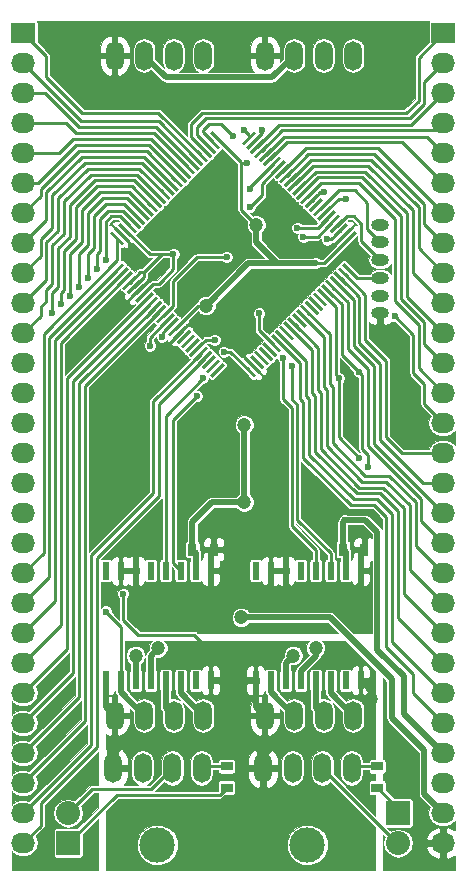
<source format=gbr>
G04 #@! TF.FileFunction,Copper,L2,Bot,Signal*
%FSLAX46Y46*%
G04 Gerber Fmt 4.6, Leading zero omitted, Abs format (unit mm)*
G04 Created by KiCad (PCBNEW 4.0.5) date 01/02/17 19:36:28*
%MOMM*%
%LPD*%
G01*
G04 APERTURE LIST*
%ADD10C,0.100000*%
%ADD11R,2.032000X1.727200*%
%ADD12O,2.032000X1.727200*%
%ADD13O,1.524000X1.000000*%
%ADD14R,1.000000X0.800000*%
%ADD15O,1.500000X2.500000*%
%ADD16R,2.032000X2.032000*%
%ADD17O,2.032000X2.032000*%
%ADD18R,0.600000X1.500000*%
%ADD19C,3.000000*%
%ADD20R,0.800000X1.000000*%
%ADD21C,0.600000*%
%ADD22C,1.200000*%
%ADD23C,0.250000*%
%ADD24C,0.500000*%
%ADD25C,1.000000*%
%ADD26C,0.026000*%
G04 APERTURE END LIST*
D10*
D11*
X36830000Y-1270000D03*
D12*
X36830000Y-3810000D03*
X36830000Y-6350000D03*
X36830000Y-8890000D03*
X36830000Y-11430000D03*
X36830000Y-13970000D03*
X36830000Y-16510000D03*
X36830000Y-19050000D03*
X36830000Y-21590000D03*
X36830000Y-24130000D03*
X36830000Y-26670000D03*
X36830000Y-29210000D03*
X36830000Y-31750000D03*
X36830000Y-34290000D03*
X36830000Y-36830000D03*
X36830000Y-39370000D03*
X36830000Y-41910000D03*
X36830000Y-44450000D03*
X36830000Y-46990000D03*
X36830000Y-49530000D03*
X36830000Y-52070000D03*
X36830000Y-54610000D03*
X36830000Y-57150000D03*
X36830000Y-59690000D03*
X36830000Y-62230000D03*
X36830000Y-64770000D03*
X36830000Y-67310000D03*
X36830000Y-69850000D03*
D13*
X31500000Y-25000000D03*
X31500000Y-23500000D03*
X31500000Y-22000000D03*
X31500000Y-20500000D03*
X31500000Y-19000000D03*
X31500000Y-17500000D03*
D14*
X31250000Y-63350000D03*
X31250000Y-65150000D03*
X18500000Y-63350000D03*
X18500000Y-65150000D03*
D10*
G36*
X17275162Y-30458109D02*
X17077172Y-30260119D01*
X18137832Y-29199459D01*
X18335822Y-29397449D01*
X17275162Y-30458109D01*
X17275162Y-30458109D01*
G37*
G36*
X16921609Y-30104556D02*
X16723619Y-29906566D01*
X17784279Y-28845906D01*
X17982269Y-29043896D01*
X16921609Y-30104556D01*
X16921609Y-30104556D01*
G37*
G36*
X16568055Y-29751002D02*
X16370065Y-29553012D01*
X17430725Y-28492352D01*
X17628715Y-28690342D01*
X16568055Y-29751002D01*
X16568055Y-29751002D01*
G37*
G36*
X16214502Y-29397449D02*
X16016512Y-29199459D01*
X17077172Y-28138799D01*
X17275162Y-28336789D01*
X16214502Y-29397449D01*
X16214502Y-29397449D01*
G37*
G36*
X15860949Y-29043896D02*
X15662959Y-28845906D01*
X16723619Y-27785246D01*
X16921609Y-27983236D01*
X15860949Y-29043896D01*
X15860949Y-29043896D01*
G37*
G36*
X15507395Y-28690342D02*
X15309405Y-28492352D01*
X16370065Y-27431692D01*
X16568055Y-27629682D01*
X15507395Y-28690342D01*
X15507395Y-28690342D01*
G37*
G36*
X15153842Y-28336789D02*
X14955852Y-28138799D01*
X16016512Y-27078139D01*
X16214502Y-27276129D01*
X15153842Y-28336789D01*
X15153842Y-28336789D01*
G37*
G36*
X14800288Y-27983236D02*
X14602298Y-27785246D01*
X15662958Y-26724586D01*
X15860948Y-26922576D01*
X14800288Y-27983236D01*
X14800288Y-27983236D01*
G37*
G36*
X14446735Y-27629682D02*
X14248745Y-27431692D01*
X15309405Y-26371032D01*
X15507395Y-26569022D01*
X14446735Y-27629682D01*
X14446735Y-27629682D01*
G37*
G36*
X14093182Y-27276129D02*
X13895192Y-27078139D01*
X14955852Y-26017479D01*
X15153842Y-26215469D01*
X14093182Y-27276129D01*
X14093182Y-27276129D01*
G37*
G36*
X13739628Y-26922575D02*
X13541638Y-26724585D01*
X14602298Y-25663925D01*
X14800288Y-25861915D01*
X13739628Y-26922575D01*
X13739628Y-26922575D01*
G37*
G36*
X13386075Y-26569022D02*
X13188085Y-26371032D01*
X14248745Y-25310372D01*
X14446735Y-25508362D01*
X13386075Y-26569022D01*
X13386075Y-26569022D01*
G37*
G36*
X13032521Y-26215469D02*
X12834531Y-26017479D01*
X13895191Y-24956819D01*
X14093181Y-25154809D01*
X13032521Y-26215469D01*
X13032521Y-26215469D01*
G37*
G36*
X12678968Y-25861915D02*
X12480978Y-25663925D01*
X13541638Y-24603265D01*
X13739628Y-24801255D01*
X12678968Y-25861915D01*
X12678968Y-25861915D01*
G37*
G36*
X12325415Y-25508362D02*
X12127425Y-25310372D01*
X13188085Y-24249712D01*
X13386075Y-24447702D01*
X12325415Y-25508362D01*
X12325415Y-25508362D01*
G37*
G36*
X11971861Y-25154808D02*
X11773871Y-24956818D01*
X12834531Y-23896158D01*
X13032521Y-24094148D01*
X11971861Y-25154808D01*
X11971861Y-25154808D01*
G37*
G36*
X11618308Y-24801255D02*
X11420318Y-24603265D01*
X12480978Y-23542605D01*
X12678968Y-23740595D01*
X11618308Y-24801255D01*
X11618308Y-24801255D01*
G37*
G36*
X11264754Y-24447702D02*
X11066764Y-24249712D01*
X12127424Y-23189052D01*
X12325414Y-23387042D01*
X11264754Y-24447702D01*
X11264754Y-24447702D01*
G37*
G36*
X10911201Y-24094148D02*
X10713211Y-23896158D01*
X11773871Y-22835498D01*
X11971861Y-23033488D01*
X10911201Y-24094148D01*
X10911201Y-24094148D01*
G37*
G36*
X10557648Y-23740595D02*
X10359658Y-23542605D01*
X11420318Y-22481945D01*
X11618308Y-22679935D01*
X10557648Y-23740595D01*
X10557648Y-23740595D01*
G37*
G36*
X10204094Y-23387041D02*
X10006104Y-23189051D01*
X11066764Y-22128391D01*
X11264754Y-22326381D01*
X10204094Y-23387041D01*
X10204094Y-23387041D01*
G37*
G36*
X9850541Y-23033488D02*
X9652551Y-22835498D01*
X10713211Y-21774838D01*
X10911201Y-21972828D01*
X9850541Y-23033488D01*
X9850541Y-23033488D01*
G37*
G36*
X9496988Y-22679935D02*
X9298998Y-22481945D01*
X10359658Y-21421285D01*
X10557648Y-21619275D01*
X9496988Y-22679935D01*
X9496988Y-22679935D01*
G37*
G36*
X9143434Y-22326381D02*
X8945444Y-22128391D01*
X10006104Y-21067731D01*
X10204094Y-21265721D01*
X9143434Y-22326381D01*
X9143434Y-22326381D01*
G37*
G36*
X8789881Y-21972828D02*
X8591891Y-21774838D01*
X9652551Y-20714178D01*
X9850541Y-20912168D01*
X8789881Y-21972828D01*
X8789881Y-21972828D01*
G37*
G36*
X8591891Y-18225162D02*
X8789881Y-18027172D01*
X9850541Y-19087832D01*
X9652551Y-19285822D01*
X8591891Y-18225162D01*
X8591891Y-18225162D01*
G37*
G36*
X8945444Y-17871609D02*
X9143434Y-17673619D01*
X10204094Y-18734279D01*
X10006104Y-18932269D01*
X8945444Y-17871609D01*
X8945444Y-17871609D01*
G37*
G36*
X9298998Y-17518055D02*
X9496988Y-17320065D01*
X10557648Y-18380725D01*
X10359658Y-18578715D01*
X9298998Y-17518055D01*
X9298998Y-17518055D01*
G37*
G36*
X9652551Y-17164502D02*
X9850541Y-16966512D01*
X10911201Y-18027172D01*
X10713211Y-18225162D01*
X9652551Y-17164502D01*
X9652551Y-17164502D01*
G37*
G36*
X10006104Y-16810949D02*
X10204094Y-16612959D01*
X11264754Y-17673619D01*
X11066764Y-17871609D01*
X10006104Y-16810949D01*
X10006104Y-16810949D01*
G37*
G36*
X10359658Y-16457395D02*
X10557648Y-16259405D01*
X11618308Y-17320065D01*
X11420318Y-17518055D01*
X10359658Y-16457395D01*
X10359658Y-16457395D01*
G37*
G36*
X10713211Y-16103842D02*
X10911201Y-15905852D01*
X11971861Y-16966512D01*
X11773871Y-17164502D01*
X10713211Y-16103842D01*
X10713211Y-16103842D01*
G37*
G36*
X11066764Y-15750288D02*
X11264754Y-15552298D01*
X12325414Y-16612958D01*
X12127424Y-16810948D01*
X11066764Y-15750288D01*
X11066764Y-15750288D01*
G37*
G36*
X11420318Y-15396735D02*
X11618308Y-15198745D01*
X12678968Y-16259405D01*
X12480978Y-16457395D01*
X11420318Y-15396735D01*
X11420318Y-15396735D01*
G37*
G36*
X11773871Y-15043182D02*
X11971861Y-14845192D01*
X13032521Y-15905852D01*
X12834531Y-16103842D01*
X11773871Y-15043182D01*
X11773871Y-15043182D01*
G37*
G36*
X12127425Y-14689628D02*
X12325415Y-14491638D01*
X13386075Y-15552298D01*
X13188085Y-15750288D01*
X12127425Y-14689628D01*
X12127425Y-14689628D01*
G37*
G36*
X12480978Y-14336075D02*
X12678968Y-14138085D01*
X13739628Y-15198745D01*
X13541638Y-15396735D01*
X12480978Y-14336075D01*
X12480978Y-14336075D01*
G37*
G36*
X12834531Y-13982521D02*
X13032521Y-13784531D01*
X14093181Y-14845191D01*
X13895191Y-15043181D01*
X12834531Y-13982521D01*
X12834531Y-13982521D01*
G37*
G36*
X13188085Y-13628968D02*
X13386075Y-13430978D01*
X14446735Y-14491638D01*
X14248745Y-14689628D01*
X13188085Y-13628968D01*
X13188085Y-13628968D01*
G37*
G36*
X13541638Y-13275415D02*
X13739628Y-13077425D01*
X14800288Y-14138085D01*
X14602298Y-14336075D01*
X13541638Y-13275415D01*
X13541638Y-13275415D01*
G37*
G36*
X13895192Y-12921861D02*
X14093182Y-12723871D01*
X15153842Y-13784531D01*
X14955852Y-13982521D01*
X13895192Y-12921861D01*
X13895192Y-12921861D01*
G37*
G36*
X14248745Y-12568308D02*
X14446735Y-12370318D01*
X15507395Y-13430978D01*
X15309405Y-13628968D01*
X14248745Y-12568308D01*
X14248745Y-12568308D01*
G37*
G36*
X14602298Y-12214754D02*
X14800288Y-12016764D01*
X15860948Y-13077424D01*
X15662958Y-13275414D01*
X14602298Y-12214754D01*
X14602298Y-12214754D01*
G37*
G36*
X14955852Y-11861201D02*
X15153842Y-11663211D01*
X16214502Y-12723871D01*
X16016512Y-12921861D01*
X14955852Y-11861201D01*
X14955852Y-11861201D01*
G37*
G36*
X15309405Y-11507648D02*
X15507395Y-11309658D01*
X16568055Y-12370318D01*
X16370065Y-12568308D01*
X15309405Y-11507648D01*
X15309405Y-11507648D01*
G37*
G36*
X15662959Y-11154094D02*
X15860949Y-10956104D01*
X16921609Y-12016764D01*
X16723619Y-12214754D01*
X15662959Y-11154094D01*
X15662959Y-11154094D01*
G37*
G36*
X16016512Y-10800541D02*
X16214502Y-10602551D01*
X17275162Y-11663211D01*
X17077172Y-11861201D01*
X16016512Y-10800541D01*
X16016512Y-10800541D01*
G37*
G36*
X16370065Y-10446988D02*
X16568055Y-10248998D01*
X17628715Y-11309658D01*
X17430725Y-11507648D01*
X16370065Y-10446988D01*
X16370065Y-10446988D01*
G37*
G36*
X16723619Y-10093434D02*
X16921609Y-9895444D01*
X17982269Y-10956104D01*
X17784279Y-11154094D01*
X16723619Y-10093434D01*
X16723619Y-10093434D01*
G37*
G36*
X17077172Y-9739881D02*
X17275162Y-9541891D01*
X18335822Y-10602551D01*
X18137832Y-10800541D01*
X17077172Y-9739881D01*
X17077172Y-9739881D01*
G37*
G36*
X19962168Y-10800541D02*
X19764178Y-10602551D01*
X20824838Y-9541891D01*
X21022828Y-9739881D01*
X19962168Y-10800541D01*
X19962168Y-10800541D01*
G37*
G36*
X20315721Y-11154094D02*
X20117731Y-10956104D01*
X21178391Y-9895444D01*
X21376381Y-10093434D01*
X20315721Y-11154094D01*
X20315721Y-11154094D01*
G37*
G36*
X20669275Y-11507648D02*
X20471285Y-11309658D01*
X21531945Y-10248998D01*
X21729935Y-10446988D01*
X20669275Y-11507648D01*
X20669275Y-11507648D01*
G37*
G36*
X21022828Y-11861201D02*
X20824838Y-11663211D01*
X21885498Y-10602551D01*
X22083488Y-10800541D01*
X21022828Y-11861201D01*
X21022828Y-11861201D01*
G37*
G36*
X21376381Y-12214754D02*
X21178391Y-12016764D01*
X22239051Y-10956104D01*
X22437041Y-11154094D01*
X21376381Y-12214754D01*
X21376381Y-12214754D01*
G37*
G36*
X21729935Y-12568308D02*
X21531945Y-12370318D01*
X22592605Y-11309658D01*
X22790595Y-11507648D01*
X21729935Y-12568308D01*
X21729935Y-12568308D01*
G37*
G36*
X22083488Y-12921861D02*
X21885498Y-12723871D01*
X22946158Y-11663211D01*
X23144148Y-11861201D01*
X22083488Y-12921861D01*
X22083488Y-12921861D01*
G37*
G36*
X22437042Y-13275414D02*
X22239052Y-13077424D01*
X23299712Y-12016764D01*
X23497702Y-12214754D01*
X22437042Y-13275414D01*
X22437042Y-13275414D01*
G37*
G36*
X22790595Y-13628968D02*
X22592605Y-13430978D01*
X23653265Y-12370318D01*
X23851255Y-12568308D01*
X22790595Y-13628968D01*
X22790595Y-13628968D01*
G37*
G36*
X23144148Y-13982521D02*
X22946158Y-13784531D01*
X24006818Y-12723871D01*
X24204808Y-12921861D01*
X23144148Y-13982521D01*
X23144148Y-13982521D01*
G37*
G36*
X23497702Y-14336075D02*
X23299712Y-14138085D01*
X24360372Y-13077425D01*
X24558362Y-13275415D01*
X23497702Y-14336075D01*
X23497702Y-14336075D01*
G37*
G36*
X23851255Y-14689628D02*
X23653265Y-14491638D01*
X24713925Y-13430978D01*
X24911915Y-13628968D01*
X23851255Y-14689628D01*
X23851255Y-14689628D01*
G37*
G36*
X24204809Y-15043181D02*
X24006819Y-14845191D01*
X25067479Y-13784531D01*
X25265469Y-13982521D01*
X24204809Y-15043181D01*
X24204809Y-15043181D01*
G37*
G36*
X24558362Y-15396735D02*
X24360372Y-15198745D01*
X25421032Y-14138085D01*
X25619022Y-14336075D01*
X24558362Y-15396735D01*
X24558362Y-15396735D01*
G37*
G36*
X24911915Y-15750288D02*
X24713925Y-15552298D01*
X25774585Y-14491638D01*
X25972575Y-14689628D01*
X24911915Y-15750288D01*
X24911915Y-15750288D01*
G37*
G36*
X25265469Y-16103842D02*
X25067479Y-15905852D01*
X26128139Y-14845192D01*
X26326129Y-15043182D01*
X25265469Y-16103842D01*
X25265469Y-16103842D01*
G37*
G36*
X25619022Y-16457395D02*
X25421032Y-16259405D01*
X26481692Y-15198745D01*
X26679682Y-15396735D01*
X25619022Y-16457395D01*
X25619022Y-16457395D01*
G37*
G36*
X25972576Y-16810948D02*
X25774586Y-16612958D01*
X26835246Y-15552298D01*
X27033236Y-15750288D01*
X25972576Y-16810948D01*
X25972576Y-16810948D01*
G37*
G36*
X26326129Y-17164502D02*
X26128139Y-16966512D01*
X27188799Y-15905852D01*
X27386789Y-16103842D01*
X26326129Y-17164502D01*
X26326129Y-17164502D01*
G37*
G36*
X26679682Y-17518055D02*
X26481692Y-17320065D01*
X27542352Y-16259405D01*
X27740342Y-16457395D01*
X26679682Y-17518055D01*
X26679682Y-17518055D01*
G37*
G36*
X27033236Y-17871609D02*
X26835246Y-17673619D01*
X27895906Y-16612959D01*
X28093896Y-16810949D01*
X27033236Y-17871609D01*
X27033236Y-17871609D01*
G37*
G36*
X27386789Y-18225162D02*
X27188799Y-18027172D01*
X28249459Y-16966512D01*
X28447449Y-17164502D01*
X27386789Y-18225162D01*
X27386789Y-18225162D01*
G37*
G36*
X27740342Y-18578715D02*
X27542352Y-18380725D01*
X28603012Y-17320065D01*
X28801002Y-17518055D01*
X27740342Y-18578715D01*
X27740342Y-18578715D01*
G37*
G36*
X28093896Y-18932269D02*
X27895906Y-18734279D01*
X28956566Y-17673619D01*
X29154556Y-17871609D01*
X28093896Y-18932269D01*
X28093896Y-18932269D01*
G37*
G36*
X28447449Y-19285822D02*
X28249459Y-19087832D01*
X29310119Y-18027172D01*
X29508109Y-18225162D01*
X28447449Y-19285822D01*
X28447449Y-19285822D01*
G37*
G36*
X28249459Y-20912168D02*
X28447449Y-20714178D01*
X29508109Y-21774838D01*
X29310119Y-21972828D01*
X28249459Y-20912168D01*
X28249459Y-20912168D01*
G37*
G36*
X27895906Y-21265721D02*
X28093896Y-21067731D01*
X29154556Y-22128391D01*
X28956566Y-22326381D01*
X27895906Y-21265721D01*
X27895906Y-21265721D01*
G37*
G36*
X27542352Y-21619275D02*
X27740342Y-21421285D01*
X28801002Y-22481945D01*
X28603012Y-22679935D01*
X27542352Y-21619275D01*
X27542352Y-21619275D01*
G37*
G36*
X27188799Y-21972828D02*
X27386789Y-21774838D01*
X28447449Y-22835498D01*
X28249459Y-23033488D01*
X27188799Y-21972828D01*
X27188799Y-21972828D01*
G37*
G36*
X26835246Y-22326381D02*
X27033236Y-22128391D01*
X28093896Y-23189051D01*
X27895906Y-23387041D01*
X26835246Y-22326381D01*
X26835246Y-22326381D01*
G37*
G36*
X26481692Y-22679935D02*
X26679682Y-22481945D01*
X27740342Y-23542605D01*
X27542352Y-23740595D01*
X26481692Y-22679935D01*
X26481692Y-22679935D01*
G37*
G36*
X26128139Y-23033488D02*
X26326129Y-22835498D01*
X27386789Y-23896158D01*
X27188799Y-24094148D01*
X26128139Y-23033488D01*
X26128139Y-23033488D01*
G37*
G36*
X25774586Y-23387042D02*
X25972576Y-23189052D01*
X27033236Y-24249712D01*
X26835246Y-24447702D01*
X25774586Y-23387042D01*
X25774586Y-23387042D01*
G37*
G36*
X25421032Y-23740595D02*
X25619022Y-23542605D01*
X26679682Y-24603265D01*
X26481692Y-24801255D01*
X25421032Y-23740595D01*
X25421032Y-23740595D01*
G37*
G36*
X25067479Y-24094148D02*
X25265469Y-23896158D01*
X26326129Y-24956818D01*
X26128139Y-25154808D01*
X25067479Y-24094148D01*
X25067479Y-24094148D01*
G37*
G36*
X24713925Y-24447702D02*
X24911915Y-24249712D01*
X25972575Y-25310372D01*
X25774585Y-25508362D01*
X24713925Y-24447702D01*
X24713925Y-24447702D01*
G37*
G36*
X24360372Y-24801255D02*
X24558362Y-24603265D01*
X25619022Y-25663925D01*
X25421032Y-25861915D01*
X24360372Y-24801255D01*
X24360372Y-24801255D01*
G37*
G36*
X24006819Y-25154809D02*
X24204809Y-24956819D01*
X25265469Y-26017479D01*
X25067479Y-26215469D01*
X24006819Y-25154809D01*
X24006819Y-25154809D01*
G37*
G36*
X23653265Y-25508362D02*
X23851255Y-25310372D01*
X24911915Y-26371032D01*
X24713925Y-26569022D01*
X23653265Y-25508362D01*
X23653265Y-25508362D01*
G37*
G36*
X23299712Y-25861915D02*
X23497702Y-25663925D01*
X24558362Y-26724585D01*
X24360372Y-26922575D01*
X23299712Y-25861915D01*
X23299712Y-25861915D01*
G37*
G36*
X22946158Y-26215469D02*
X23144148Y-26017479D01*
X24204808Y-27078139D01*
X24006818Y-27276129D01*
X22946158Y-26215469D01*
X22946158Y-26215469D01*
G37*
G36*
X22592605Y-26569022D02*
X22790595Y-26371032D01*
X23851255Y-27431692D01*
X23653265Y-27629682D01*
X22592605Y-26569022D01*
X22592605Y-26569022D01*
G37*
G36*
X22239052Y-26922576D02*
X22437042Y-26724586D01*
X23497702Y-27785246D01*
X23299712Y-27983236D01*
X22239052Y-26922576D01*
X22239052Y-26922576D01*
G37*
G36*
X21885498Y-27276129D02*
X22083488Y-27078139D01*
X23144148Y-28138799D01*
X22946158Y-28336789D01*
X21885498Y-27276129D01*
X21885498Y-27276129D01*
G37*
G36*
X21531945Y-27629682D02*
X21729935Y-27431692D01*
X22790595Y-28492352D01*
X22592605Y-28690342D01*
X21531945Y-27629682D01*
X21531945Y-27629682D01*
G37*
G36*
X21178391Y-27983236D02*
X21376381Y-27785246D01*
X22437041Y-28845906D01*
X22239051Y-29043896D01*
X21178391Y-27983236D01*
X21178391Y-27983236D01*
G37*
G36*
X20824838Y-28336789D02*
X21022828Y-28138799D01*
X22083488Y-29199459D01*
X21885498Y-29397449D01*
X20824838Y-28336789D01*
X20824838Y-28336789D01*
G37*
G36*
X20471285Y-28690342D02*
X20669275Y-28492352D01*
X21729935Y-29553012D01*
X21531945Y-29751002D01*
X20471285Y-28690342D01*
X20471285Y-28690342D01*
G37*
G36*
X20117731Y-29043896D02*
X20315721Y-28845906D01*
X21376381Y-29906566D01*
X21178391Y-30104556D01*
X20117731Y-29043896D01*
X20117731Y-29043896D01*
G37*
G36*
X19764178Y-29397449D02*
X19962168Y-29199459D01*
X21022828Y-30260119D01*
X20824838Y-30458109D01*
X19764178Y-29397449D01*
X19764178Y-29397449D01*
G37*
D15*
X29210000Y-3175000D03*
X26710000Y-3175000D03*
X24210000Y-3175000D03*
X21710000Y-3175000D03*
X16510000Y-3175000D03*
X14010000Y-3175000D03*
X11510000Y-3175000D03*
X9010000Y-3175000D03*
X16510000Y-59055000D03*
X14010000Y-59055000D03*
X11510000Y-59055000D03*
X9010000Y-59055000D03*
D16*
X33020000Y-67310000D03*
D17*
X33020000Y-69850000D03*
D15*
X29210000Y-59055000D03*
X26710000Y-59055000D03*
X24210000Y-59055000D03*
X21710000Y-59055000D03*
D16*
X5080000Y-69850000D03*
D17*
X5080000Y-67310000D03*
D18*
X8255000Y-46785000D03*
X9525000Y-46785000D03*
X10795000Y-46785000D03*
X12065000Y-46785000D03*
X13335000Y-46785000D03*
X14605000Y-46785000D03*
X15875000Y-46785000D03*
X17145000Y-46785000D03*
X17145000Y-56085000D03*
X15875000Y-56085000D03*
X14605000Y-56085000D03*
X13335000Y-56085000D03*
X12065000Y-56085000D03*
X10795000Y-56085000D03*
X9525000Y-56085000D03*
X8255000Y-56085000D03*
X20955000Y-46785000D03*
X22225000Y-46785000D03*
X23495000Y-46785000D03*
X24765000Y-46785000D03*
X26035000Y-46785000D03*
X27305000Y-46785000D03*
X28575000Y-46785000D03*
X29845000Y-46785000D03*
X29845000Y-56085000D03*
X28575000Y-56085000D03*
X27305000Y-56085000D03*
X26035000Y-56085000D03*
X24765000Y-56085000D03*
X23495000Y-56085000D03*
X22225000Y-56085000D03*
X20955000Y-56085000D03*
D11*
X1270000Y-1270000D03*
D12*
X1270000Y-3810000D03*
X1270000Y-6350000D03*
X1270000Y-8890000D03*
X1270000Y-11430000D03*
X1270000Y-13970000D03*
X1270000Y-16510000D03*
X1270000Y-19050000D03*
X1270000Y-21590000D03*
X1270000Y-24130000D03*
X1270000Y-26670000D03*
X1270000Y-29210000D03*
X1270000Y-31750000D03*
X1270000Y-34290000D03*
X1270000Y-36830000D03*
X1270000Y-39370000D03*
X1270000Y-41910000D03*
X1270000Y-44450000D03*
X1270000Y-46990000D03*
X1270000Y-49530000D03*
X1270000Y-52070000D03*
X1270000Y-54610000D03*
X1270000Y-57150000D03*
X1270000Y-59690000D03*
X1270000Y-62230000D03*
X1270000Y-64770000D03*
X1270000Y-67310000D03*
X1270000Y-69850000D03*
D15*
X8890000Y-63500000D03*
X11390000Y-63500000D03*
X13890000Y-63500000D03*
X16390000Y-63500000D03*
D19*
X12640000Y-70000000D03*
D15*
X21590000Y-63500000D03*
X24090000Y-63500000D03*
X26590000Y-63500000D03*
X29090000Y-63500000D03*
D19*
X25340000Y-70000000D03*
D20*
X15600000Y-45000000D03*
X17400000Y-45000000D03*
X28350000Y-45000000D03*
X30150000Y-45000000D03*
D21*
X28750000Y-33000000D03*
X3750000Y-58500000D03*
X5250000Y-65250000D03*
X7250000Y-31500000D03*
X7250000Y-44250000D03*
X4250000Y-55750000D03*
X3750000Y-63750000D03*
X3750000Y-61000000D03*
X6500000Y-28000000D03*
X17750000Y-14250000D03*
X10250000Y-19750000D03*
D22*
X23000000Y-7000000D03*
X27000000Y-48500000D03*
X22500000Y-36500000D03*
X22500000Y-33000000D03*
X11500000Y-44500000D03*
D21*
X11750000Y-31500000D03*
X12250000Y-21750000D03*
X20000000Y-28250000D03*
X15750000Y-26000000D03*
X26000000Y-19750000D03*
X12000000Y-27750000D03*
X19000000Y-10000000D03*
X27000000Y-18750000D03*
X20250000Y-12250000D03*
D22*
X16750000Y-24350000D03*
D21*
X28500000Y-42500000D03*
D22*
X21000000Y-17500000D03*
X20000000Y-34450000D03*
X20000000Y-41000000D03*
D21*
X14000000Y-20000000D03*
X17500000Y-27250000D03*
X18250000Y-28250000D03*
X26000000Y-20750000D03*
X21250000Y-25000000D03*
D22*
X19750000Y-50750000D03*
D21*
X13000000Y-27000000D03*
X28600000Y-15300000D03*
X18500000Y-20250000D03*
D22*
X12700000Y-53340000D03*
D21*
X9750000Y-48750000D03*
D22*
X30734000Y-57658000D03*
X26035000Y-53340000D03*
X10795000Y-53975000D03*
X24130000Y-53975000D03*
D21*
X8250000Y-50250000D03*
X8250000Y-20500000D03*
X7500000Y-21250000D03*
X6750000Y-22000000D03*
X6000000Y-22750000D03*
X5250000Y-23500000D03*
X4500000Y-24250000D03*
X3750000Y-25000000D03*
X32750000Y-25250000D03*
X26750000Y-14750000D03*
X24000000Y-29500000D03*
X25000000Y-18500000D03*
X23250000Y-28750000D03*
X24500000Y-17750000D03*
X20000000Y-9500000D03*
X16500000Y-30500000D03*
X21500000Y-9500000D03*
X16000000Y-32000000D03*
X28000000Y-30500000D03*
X29750000Y-37250000D03*
X30500000Y-38000000D03*
X29750000Y-30000000D03*
X20500000Y-16000000D03*
X20500000Y-14500000D03*
D23*
X7250000Y-44250000D02*
X7250000Y-31500000D01*
X10250000Y-18978175D02*
X10250000Y-19750000D01*
X10250000Y-18978175D02*
X9574769Y-18302944D01*
D24*
X22500000Y-36500000D02*
X22500000Y-44500000D01*
X23495000Y-45495000D02*
X23495000Y-46785000D01*
X22500000Y-44500000D02*
X23495000Y-45495000D01*
X22500000Y-33000000D02*
X22500000Y-36500000D01*
X10795000Y-45205000D02*
X10795000Y-46785000D01*
X11500000Y-44500000D02*
X10795000Y-45205000D01*
D23*
X13500000Y-27671321D02*
X14524517Y-26646804D01*
X13500000Y-29750000D02*
X13500000Y-27671321D01*
X11750000Y-31500000D02*
X13500000Y-29750000D01*
X10988983Y-23111270D02*
X12250000Y-21850253D01*
X12250000Y-21850253D02*
X12250000Y-21750000D01*
X15750000Y-26000000D02*
X18750000Y-26000000D01*
X18750000Y-26000000D02*
X20000000Y-27250000D01*
X20000000Y-27250000D02*
X20000000Y-28250000D01*
X20000000Y-28728175D02*
X20000000Y-28250000D01*
X20000000Y-28728175D02*
X20747056Y-29475231D01*
X15171321Y-26000000D02*
X15750000Y-26000000D01*
X15171321Y-26000000D02*
X14524517Y-26646804D01*
X28525231Y-18302944D02*
X27078175Y-19750000D01*
X27078175Y-19750000D02*
X26000000Y-19750000D01*
D24*
X17145000Y-48145000D02*
X16790000Y-48500000D01*
X16790000Y-48500000D02*
X11250000Y-48500000D01*
X11250000Y-48500000D02*
X10795000Y-48045000D01*
X10795000Y-48045000D02*
X10795000Y-46785000D01*
X23495000Y-46785000D02*
X23495000Y-47995000D01*
X23495000Y-47995000D02*
X24000000Y-48500000D01*
X24000000Y-48500000D02*
X27000000Y-48500000D01*
X29845000Y-47905000D02*
X29845000Y-46785000D01*
X29250000Y-48500000D02*
X29845000Y-47905000D01*
X27000000Y-48500000D02*
X29250000Y-48500000D01*
X17145000Y-46785000D02*
X17145000Y-48145000D01*
X22225000Y-48025000D02*
X22225000Y-46785000D01*
X21750000Y-48500000D02*
X22225000Y-48025000D01*
X17500000Y-48500000D02*
X21750000Y-48500000D01*
X17145000Y-48145000D02*
X17500000Y-48500000D01*
X22225000Y-46785000D02*
X23495000Y-46785000D01*
X29845000Y-46785000D02*
X29845000Y-45305000D01*
X29845000Y-45305000D02*
X30150000Y-45000000D01*
X17145000Y-46785000D02*
X17145000Y-45255000D01*
X17145000Y-45255000D02*
X17400000Y-45000000D01*
X9525000Y-46785000D02*
X10795000Y-46785000D01*
D23*
X13463856Y-25586144D02*
X12000000Y-27050000D01*
X12000000Y-27050000D02*
X12000000Y-27750000D01*
X17000000Y-9000000D02*
X18000000Y-9000000D01*
X18000000Y-9000000D02*
X19000000Y-10000000D01*
X16500000Y-9671825D02*
X16500000Y-9500000D01*
X16500000Y-9500000D02*
X17000000Y-9000000D01*
X16500000Y-9671825D02*
X17352944Y-10524769D01*
X27371067Y-18750000D02*
X27000000Y-18750000D01*
X27371067Y-18750000D02*
X28171677Y-17949390D01*
X19750000Y-12250000D02*
X20250000Y-12250000D01*
D24*
X28500000Y-42500000D02*
X30250000Y-42500000D01*
X33500000Y-58900000D02*
X36830000Y-62230000D01*
X33500000Y-55750000D02*
X33500000Y-58900000D01*
X31250000Y-53500000D02*
X33500000Y-55750000D01*
X31250000Y-43500000D02*
X31250000Y-53500000D01*
X30250000Y-42500000D02*
X31250000Y-43500000D01*
D23*
X21000000Y-17500000D02*
X19750000Y-16250000D01*
X19750000Y-16250000D02*
X19750000Y-12250000D01*
X19750000Y-12250000D02*
X19750000Y-12214719D01*
X16750000Y-24350000D02*
X16114213Y-24350000D01*
X16114213Y-24350000D02*
X14170963Y-26293250D01*
D24*
X22750000Y-20750000D02*
X20350000Y-20750000D01*
X20350000Y-20750000D02*
X16750000Y-24350000D01*
X28350000Y-45000000D02*
X28350000Y-42650000D01*
X28350000Y-42650000D02*
X28500000Y-42500000D01*
D23*
X19750000Y-12214719D02*
X17706497Y-10171216D01*
D24*
X22750000Y-20750000D02*
X21000000Y-19000000D01*
X21000000Y-19000000D02*
X21000000Y-17500000D01*
X22750000Y-20750000D02*
X26000000Y-20750000D01*
X15600000Y-45000000D02*
X15600000Y-42650000D01*
X17250000Y-41000000D02*
X20000000Y-41000000D01*
X15600000Y-42650000D02*
X17250000Y-41000000D01*
X20000000Y-41000000D02*
X20000000Y-34450000D01*
D23*
X13000000Y-20000000D02*
X11978933Y-20000000D01*
X11978933Y-20000000D02*
X9928323Y-17949390D01*
X14000000Y-20000000D02*
X13000000Y-20000000D01*
X14000000Y-20000000D02*
X14000000Y-21250000D01*
X14000000Y-21250000D02*
X13000000Y-22250000D01*
X15938730Y-28061017D02*
X16749747Y-27250000D01*
X16749747Y-27250000D02*
X17500000Y-27250000D01*
X20393503Y-29828784D02*
X18814719Y-28250000D01*
X18814719Y-28250000D02*
X18250000Y-28250000D01*
X28878784Y-18656497D02*
X26785281Y-20750000D01*
X26785281Y-20750000D02*
X26000000Y-20750000D01*
X11342536Y-23464823D02*
X12307359Y-22500000D01*
X12750000Y-22500000D02*
X13000000Y-22250000D01*
X12307359Y-22500000D02*
X12750000Y-22500000D01*
X11500000Y-21500000D02*
X13000000Y-20000000D01*
X10635429Y-22757716D02*
X11500000Y-21893145D01*
X11186039Y-21500000D02*
X11500000Y-21500000D01*
X11186039Y-21500000D02*
X10281876Y-22404163D01*
X11500000Y-21893145D02*
X11500000Y-21500000D01*
D24*
X28575000Y-46785000D02*
X28575000Y-45225000D01*
X28575000Y-45225000D02*
X28350000Y-45000000D01*
X15875000Y-46785000D02*
X15875000Y-45275000D01*
X15875000Y-45275000D02*
X15600000Y-45000000D01*
D23*
X22514823Y-27707464D02*
X21250000Y-26442641D01*
X21250000Y-26442641D02*
X21250000Y-25000000D01*
X27818124Y-17595837D02*
X28663961Y-16750000D01*
X29900000Y-18900000D02*
X31500000Y-20500000D01*
X29900000Y-17400000D02*
X29900000Y-18900000D01*
X29250000Y-16750000D02*
X29900000Y-17400000D01*
X28663961Y-16750000D02*
X29250000Y-16750000D01*
D24*
X36830000Y-67310000D02*
X35250000Y-65730000D01*
X35250000Y-62000000D02*
X32500000Y-59250000D01*
X35250000Y-65730000D02*
X35250000Y-62000000D01*
X32500000Y-59250000D02*
X32500000Y-56000000D01*
X32500000Y-56000000D02*
X27250000Y-50750000D01*
X27250000Y-50750000D02*
X19750000Y-50750000D01*
D23*
X13817410Y-25939697D02*
X13000000Y-26757107D01*
X13000000Y-26757107D02*
X13000000Y-27000000D01*
X28878784Y-21343503D02*
X29535281Y-22000000D01*
X29535281Y-22000000D02*
X31500000Y-22000000D01*
X31500000Y-19000000D02*
X30400000Y-17900000D01*
X27985534Y-14600000D02*
X26403911Y-16181623D01*
X29350000Y-14600000D02*
X27985534Y-14600000D01*
X30400000Y-15650000D02*
X29350000Y-14600000D01*
X30400000Y-17900000D02*
X30400000Y-15650000D01*
X26757464Y-16535177D02*
X27992641Y-15300000D01*
X27992641Y-15300000D02*
X28600000Y-15300000D01*
X34000000Y-46700000D02*
X34000000Y-41250000D01*
X26750000Y-26992893D02*
X26750000Y-31250000D01*
X26750000Y-31250000D02*
X27000000Y-31500000D01*
X27000000Y-31500000D02*
X27000000Y-36250000D01*
X24989697Y-25232590D02*
X26750000Y-26992893D01*
X30000000Y-39250000D02*
X27000000Y-36250000D01*
X32000000Y-39250000D02*
X30000000Y-39250000D01*
X34000000Y-46700000D02*
X36830000Y-49530000D01*
X34000000Y-41250000D02*
X32000000Y-39250000D01*
X34500000Y-41000000D02*
X34500000Y-44660000D01*
X27500000Y-36000000D02*
X27500000Y-31250000D01*
X27500000Y-31250000D02*
X27250000Y-31000000D01*
X27250000Y-31000000D02*
X27250000Y-26785787D01*
X25343250Y-24879037D02*
X27250000Y-26785787D01*
X27500000Y-36000000D02*
X30250000Y-38750000D01*
X32250000Y-38750000D02*
X30250000Y-38750000D01*
X34500000Y-41000000D02*
X32250000Y-38750000D01*
X34500000Y-44660000D02*
X36830000Y-46990000D01*
X36830000Y-13970000D02*
X33360000Y-10500000D01*
X33360000Y-10500000D02*
X23600253Y-10500000D01*
X22161270Y-11938983D02*
X23600253Y-10500000D01*
X21807716Y-11585429D02*
X23343147Y-10049998D01*
X35449998Y-10049998D02*
X36830000Y-11430000D01*
X23343147Y-10049998D02*
X35449998Y-10049998D01*
X14000000Y-22250000D02*
X14000000Y-24342893D01*
X16000000Y-20250000D02*
X14000000Y-22250000D01*
X18500000Y-20250000D02*
X16000000Y-20250000D01*
X14000000Y-24342893D02*
X13110303Y-25232590D01*
D24*
X12065000Y-56085000D02*
X12065000Y-53975000D01*
X12065000Y-53975000D02*
X12700000Y-53340000D01*
D23*
X17145000Y-53645000D02*
X17145000Y-56085000D01*
X15750000Y-52250000D02*
X17145000Y-53645000D01*
X11000000Y-52250000D02*
X15750000Y-52250000D01*
X9750000Y-51000000D02*
X11000000Y-52250000D01*
X9750000Y-48750000D02*
X9750000Y-51000000D01*
D24*
X29845000Y-56085000D02*
X30734000Y-56974000D01*
X30734000Y-56974000D02*
X30734000Y-57658000D01*
X22860000Y-61214000D02*
X21590000Y-62484000D01*
X30734000Y-57658000D02*
X30734000Y-59944000D01*
X30734000Y-59944000D02*
X29464000Y-61214000D01*
X29464000Y-61214000D02*
X22860000Y-61214000D01*
X21590000Y-62484000D02*
X21590000Y-63500000D01*
D25*
X8890000Y-63500000D02*
X8890000Y-61976000D01*
X21590000Y-61976000D02*
X21590000Y-63500000D01*
X20828000Y-61214000D02*
X21590000Y-61976000D01*
X9652000Y-61214000D02*
X20828000Y-61214000D01*
X8890000Y-61976000D02*
X9652000Y-61214000D01*
D24*
X17145000Y-56085000D02*
X20955000Y-56085000D01*
X9010000Y-59055000D02*
X8255000Y-58300000D01*
X8255000Y-58300000D02*
X8255000Y-56085000D01*
X20955000Y-56085000D02*
X20955000Y-58300000D01*
X20955000Y-58300000D02*
X21710000Y-59055000D01*
X24765000Y-55245000D02*
X24765000Y-56085000D01*
X26035000Y-53975000D02*
X24765000Y-55245000D01*
X26035000Y-53340000D02*
X26035000Y-53975000D01*
X10795000Y-56085000D02*
X10795000Y-53975000D01*
X23495000Y-56085000D02*
X23495000Y-54610000D01*
X23495000Y-54610000D02*
X24130000Y-53975000D01*
D23*
X9525000Y-51525000D02*
X9525000Y-56085000D01*
X8250000Y-50250000D02*
X9525000Y-51525000D01*
D24*
X24210000Y-59055000D02*
X22225000Y-57070000D01*
X22225000Y-57070000D02*
X22225000Y-56085000D01*
X11510000Y-59055000D02*
X9525000Y-57070000D01*
X9525000Y-57070000D02*
X9525000Y-56085000D01*
X11510000Y-3175000D02*
X13335000Y-5000000D01*
X22385000Y-5000000D02*
X24210000Y-3175000D01*
X13335000Y-5000000D02*
X22385000Y-5000000D01*
D23*
X16390000Y-63500000D02*
X16540000Y-63350000D01*
X16540000Y-63350000D02*
X18500000Y-63350000D01*
D24*
X16510000Y-59055000D02*
X14605000Y-57150000D01*
X14605000Y-57150000D02*
X14605000Y-56085000D01*
D23*
X5080000Y-67310000D02*
X7140000Y-65250000D01*
X12140000Y-65250000D02*
X13890000Y-63500000D01*
X7140000Y-65250000D02*
X12140000Y-65250000D01*
D24*
X14010000Y-59055000D02*
X13335000Y-58380000D01*
X13335000Y-58380000D02*
X13335000Y-56085000D01*
D23*
X16645837Y-28768124D02*
X12750000Y-32663961D01*
X12750000Y-40500000D02*
X7500000Y-45750000D01*
X12750000Y-32663961D02*
X12750000Y-40500000D01*
X1270000Y-69850000D02*
X2750000Y-68370000D01*
X7500000Y-61750000D02*
X7500000Y-45750000D01*
X2750000Y-66500000D02*
X7500000Y-61750000D01*
X2750000Y-68370000D02*
X2750000Y-66500000D01*
X16292284Y-28414571D02*
X12250000Y-32456855D01*
X12250000Y-40250000D02*
X7000000Y-45500000D01*
X12250000Y-32456855D02*
X12250000Y-40250000D01*
X7000000Y-61580000D02*
X1270000Y-67310000D01*
X7000000Y-45500000D02*
X7000000Y-61580000D01*
X1270000Y-64770000D02*
X6500000Y-59540000D01*
X6500000Y-31135787D02*
X12756750Y-24879037D01*
X6500000Y-59540000D02*
X6500000Y-31135787D01*
X12403196Y-24525483D02*
X6000000Y-30928679D01*
X6000000Y-57500000D02*
X1270000Y-62230000D01*
X6000000Y-30928679D02*
X6000000Y-57500000D01*
X1270000Y-59690000D02*
X5500000Y-55460000D01*
X5500000Y-30721573D02*
X12049643Y-24171930D01*
X5500000Y-55460000D02*
X5500000Y-30721573D01*
X11696089Y-23818377D02*
X5000000Y-30514466D01*
X5000000Y-53420000D02*
X1270000Y-57150000D01*
X5000000Y-30514466D02*
X5000000Y-53420000D01*
X1270000Y-54610000D02*
X4500000Y-51380000D01*
X4500000Y-27478933D02*
X9928323Y-22050610D01*
X4500000Y-51380000D02*
X4500000Y-27478933D01*
X9574769Y-21697056D02*
X4000000Y-27271825D01*
X4000000Y-49340000D02*
X1270000Y-52070000D01*
X4000000Y-27271825D02*
X4000000Y-49340000D01*
X9221216Y-21343503D02*
X3500000Y-27064719D01*
X3500000Y-47300000D02*
X1270000Y-49530000D01*
X3500000Y-27064719D02*
X3500000Y-47300000D01*
X1270000Y-46990000D02*
X3000000Y-45260000D01*
X9221216Y-20528784D02*
X9221216Y-18656497D01*
X3000000Y-26750000D02*
X9221216Y-20528784D01*
X3000000Y-45260000D02*
X3000000Y-26750000D01*
X9436039Y-16750000D02*
X8750000Y-16750000D01*
X8750000Y-16750000D02*
X8250000Y-17250000D01*
X8250000Y-17250000D02*
X8250000Y-20500000D01*
X9436039Y-16750000D02*
X10281876Y-17595837D01*
X7750000Y-17000000D02*
X8450002Y-16299998D01*
X8450002Y-16299998D02*
X9693143Y-16299998D01*
X9693143Y-16299998D02*
X10635429Y-17242284D01*
X7500000Y-21250000D02*
X7500000Y-20000000D01*
X7750000Y-19750000D02*
X7500000Y-20000000D01*
X7750000Y-17000000D02*
X7750000Y-19750000D01*
X9850253Y-15750000D02*
X8250000Y-15750000D01*
X8250000Y-15750000D02*
X7250000Y-16750000D01*
X6750000Y-20000000D02*
X6750000Y-22000000D01*
X9850253Y-15750000D02*
X10988983Y-16888730D01*
X7250000Y-19500000D02*
X6750000Y-20000000D01*
X7250000Y-16750000D02*
X7250000Y-19500000D01*
X1500000Y-39500000D02*
X1500000Y-39600000D01*
X1500000Y-39600000D02*
X1500000Y-39500000D01*
X1500000Y-39600000D02*
X1513602Y-39600000D01*
X6750000Y-16500000D02*
X6750000Y-19250000D01*
X6750000Y-19250000D02*
X6000000Y-20000000D01*
X6000000Y-22750000D02*
X6000000Y-20000000D01*
X10057359Y-15250000D02*
X11342536Y-16535177D01*
X8000000Y-15250000D02*
X10057359Y-15250000D01*
X6750000Y-16500000D02*
X8000000Y-15250000D01*
X6250000Y-16250000D02*
X6250000Y-19000000D01*
X6250000Y-19000000D02*
X5250000Y-20000000D01*
X5250000Y-23500000D02*
X5250000Y-20000000D01*
X10264466Y-14750000D02*
X11696089Y-16181623D01*
X7750000Y-14750000D02*
X10264466Y-14750000D01*
X6250000Y-16250000D02*
X7750000Y-14750000D01*
X4500000Y-23250000D02*
X4750000Y-23000000D01*
X4750000Y-23000000D02*
X4750000Y-19750000D01*
X5750000Y-16000000D02*
X5750000Y-18750000D01*
X5750000Y-18750000D02*
X4750000Y-19750000D01*
X10471573Y-14250000D02*
X12049643Y-15828070D01*
X7500000Y-14250000D02*
X10471573Y-14250000D01*
X5750000Y-16000000D02*
X7500000Y-14250000D01*
X4500000Y-24250000D02*
X4500000Y-23250000D01*
X3750000Y-23250000D02*
X4250000Y-22750000D01*
X3750000Y-25000000D02*
X3750000Y-23250000D01*
X5250000Y-15863602D02*
X7363602Y-13750000D01*
X7363602Y-13750000D02*
X10678679Y-13750000D01*
X10678679Y-13750000D02*
X12403196Y-15474517D01*
X5250000Y-18500000D02*
X4250000Y-19500000D01*
X5250000Y-15863602D02*
X5250000Y-18500000D01*
X4250000Y-22750000D02*
X4250000Y-19500000D01*
X3250000Y-23000000D02*
X3750000Y-22500000D01*
X3750000Y-22500000D02*
X3750000Y-19250000D01*
X12756750Y-15120963D02*
X10885787Y-13250000D01*
X4750000Y-18250000D02*
X3750000Y-19250000D01*
X4750000Y-15500000D02*
X4750000Y-18250000D01*
X7000000Y-13250000D02*
X4750000Y-15500000D01*
X10885787Y-13250000D02*
X7000000Y-13250000D01*
X2750000Y-25190000D02*
X1270000Y-26670000D01*
X2750000Y-24500000D02*
X2750000Y-25190000D01*
X3250000Y-24000000D02*
X2750000Y-24500000D01*
X3250000Y-23000000D02*
X3250000Y-24000000D01*
X3250000Y-19000000D02*
X3250000Y-22150000D01*
X3250000Y-22150000D02*
X1270000Y-24130000D01*
X11092893Y-12750000D02*
X13110303Y-14767410D01*
X6750000Y-12750000D02*
X11092893Y-12750000D01*
X4250000Y-15250000D02*
X6750000Y-12750000D01*
X4250000Y-18000000D02*
X4250000Y-15250000D01*
X3250000Y-19000000D02*
X4250000Y-18000000D01*
X1500000Y-24360000D02*
X1890000Y-24360000D01*
X1270000Y-21590000D02*
X2750000Y-20110000D01*
X11300000Y-12250000D02*
X6500000Y-12250000D01*
X6500000Y-12250000D02*
X3750000Y-15000000D01*
X3750000Y-15000000D02*
X3750000Y-17750000D01*
X3750000Y-17750000D02*
X2750000Y-18750000D01*
X11300000Y-12250000D02*
X13463856Y-14413856D01*
X2750000Y-20110000D02*
X2750000Y-18750000D01*
X3250000Y-14750000D02*
X6250000Y-11750000D01*
X6250000Y-11750000D02*
X11507107Y-11750000D01*
X1270000Y-19050000D02*
X3250000Y-17070000D01*
X3250000Y-17070000D02*
X3250000Y-14750000D01*
X11507107Y-11750000D02*
X13817410Y-14060303D01*
X11732107Y-11267894D02*
X5982106Y-11267894D01*
X5982106Y-11267894D02*
X2750000Y-14500000D01*
X1270000Y-16510000D02*
X2750000Y-15030000D01*
X2750000Y-15030000D02*
X2750000Y-14500000D01*
X14170963Y-13706750D02*
X11732107Y-11267894D01*
X1270000Y-13970000D02*
X2530000Y-13970000D01*
X2530000Y-13970000D02*
X5750000Y-10750000D01*
X5750000Y-10750000D02*
X11921321Y-10750000D01*
X11921321Y-10750000D02*
X14524517Y-13353196D01*
X1270000Y-11430000D02*
X4320000Y-11430000D01*
X4320000Y-11430000D02*
X5500000Y-10250000D01*
X14878070Y-12999643D02*
X12128427Y-10250000D01*
X12128427Y-10250000D02*
X5500000Y-10250000D01*
X1270000Y-8890000D02*
X4890000Y-8890000D01*
X4890000Y-8890000D02*
X5750000Y-9750000D01*
X15231623Y-12646089D02*
X12335534Y-9750000D01*
X12335534Y-9750000D02*
X5750000Y-9750000D01*
X1270000Y-6350000D02*
X3100000Y-6350000D01*
X3100000Y-6350000D02*
X6000000Y-9250000D01*
X15585177Y-12292536D02*
X12542641Y-9250000D01*
X12542641Y-9250000D02*
X6000000Y-9250000D01*
X15938730Y-11938983D02*
X12749747Y-8750000D01*
X6210000Y-8750000D02*
X1270000Y-3810000D01*
X12749747Y-8750000D02*
X6210000Y-8750000D01*
X8000000Y-8000000D02*
X6250000Y-8000000D01*
X3250000Y-5000000D02*
X3250000Y-3250000D01*
X6250000Y-8000000D02*
X3250000Y-5000000D01*
X16292284Y-11585429D02*
X12706855Y-8000000D01*
X3250000Y-3250000D02*
X1270000Y-1270000D01*
X12706855Y-8000000D02*
X8000000Y-8000000D01*
X36830000Y-1270000D02*
X34750000Y-3350000D01*
X34750000Y-3350000D02*
X34750000Y-7000000D01*
X31700002Y-8049998D02*
X33700002Y-8049998D01*
X33700002Y-8049998D02*
X34750000Y-7000000D01*
X16645837Y-11231876D02*
X15500000Y-10086039D01*
X16450002Y-8049998D02*
X31700002Y-8049998D01*
X15500000Y-9000000D02*
X16450002Y-8049998D01*
X15500000Y-10086039D02*
X15500000Y-9000000D01*
X36830000Y-3810000D02*
X35250000Y-5390000D01*
X34000000Y-8500000D02*
X32140000Y-8500000D01*
X35250000Y-7250000D02*
X34000000Y-8500000D01*
X35250000Y-5390000D02*
X35250000Y-7250000D01*
X16000000Y-9878933D02*
X16999390Y-10878323D01*
X16000000Y-9250000D02*
X16000000Y-9878933D01*
X16750000Y-8500000D02*
X16000000Y-9250000D01*
X32140000Y-8500000D02*
X16750000Y-8500000D01*
X21100610Y-10878323D02*
X22928935Y-9049998D01*
X34130002Y-9049998D02*
X36830000Y-6350000D01*
X22928935Y-9049998D02*
X34130002Y-9049998D01*
X21454163Y-11231876D02*
X23186039Y-9500000D01*
X23186039Y-9500000D02*
X36220000Y-9500000D01*
X36220000Y-9500000D02*
X36830000Y-8890000D01*
X36830000Y-8890000D02*
X36220000Y-9500000D01*
X36830000Y-16510000D02*
X31320000Y-11000000D01*
X31320000Y-11000000D02*
X25221573Y-11000000D01*
X23221930Y-12999643D02*
X25221573Y-11000000D01*
X35250000Y-15750000D02*
X31000000Y-11500000D01*
X31000000Y-11500000D02*
X25428679Y-11500000D01*
X36830000Y-19050000D02*
X35250000Y-17470000D01*
X35250000Y-17470000D02*
X35250000Y-15750000D01*
X25428679Y-11500000D02*
X23575483Y-13353196D01*
X23929037Y-13706750D02*
X25635787Y-12000000D01*
X34750000Y-19510000D02*
X34750000Y-16000000D01*
X34750000Y-19510000D02*
X36830000Y-21590000D01*
X34750000Y-16000000D02*
X30750000Y-12000000D01*
X25635787Y-12000000D02*
X30750000Y-12000000D01*
X34250000Y-16250000D02*
X30500000Y-12500000D01*
X30500000Y-12500000D02*
X25842893Y-12500000D01*
X36830000Y-24130000D02*
X34250000Y-21550000D01*
X34250000Y-21550000D02*
X34250000Y-16250000D01*
X25842893Y-12500000D02*
X24282590Y-14060303D01*
X33750000Y-16500000D02*
X30250000Y-13000000D01*
X30250000Y-13000000D02*
X26050000Y-13000000D01*
X36830000Y-26670000D02*
X33750000Y-23590000D01*
X33750000Y-23590000D02*
X33750000Y-16500000D01*
X24636144Y-14413856D02*
X26050000Y-13000000D01*
X36830000Y-29210000D02*
X35250000Y-27630000D01*
X35250000Y-25750000D02*
X33250000Y-23750000D01*
X35250000Y-27630000D02*
X35250000Y-25750000D01*
X33250000Y-16750000D02*
X30000000Y-13500000D01*
X30000000Y-13500000D02*
X26257107Y-13500000D01*
X33250000Y-23750000D02*
X33250000Y-16750000D01*
X24989697Y-14767410D02*
X26257107Y-13500000D01*
X36710000Y-29210000D02*
X36830000Y-29210000D01*
X36830000Y-31750000D02*
X34750000Y-29670000D01*
X34750000Y-26000000D02*
X32750000Y-24000000D01*
X34750000Y-29670000D02*
X34750000Y-26000000D01*
X32750000Y-17000000D02*
X29750000Y-14000000D01*
X29750000Y-14000000D02*
X26464213Y-14000000D01*
X25343250Y-15120963D02*
X26464213Y-14000000D01*
X32750000Y-24000000D02*
X32750000Y-17000000D01*
X36830000Y-34290000D02*
X35250000Y-32710000D01*
X35250000Y-31000000D02*
X34299998Y-30049998D01*
X35250000Y-32710000D02*
X35250000Y-31000000D01*
X34299998Y-26799998D02*
X32750000Y-25250000D01*
X34299998Y-30049998D02*
X34299998Y-26799998D01*
X26750000Y-14750000D02*
X26421321Y-14750000D01*
X25696804Y-15474517D02*
X26421321Y-14750000D01*
X36830000Y-36830000D02*
X33330000Y-36830000D01*
X32000000Y-35500000D02*
X32000000Y-32000000D01*
X33330000Y-36830000D02*
X32000000Y-35500000D01*
X32000000Y-32000000D02*
X32000000Y-29000000D01*
X32000000Y-29000000D02*
X30250000Y-27250000D01*
X30250000Y-23421825D02*
X28525231Y-21697056D01*
X30250000Y-27250000D02*
X30250000Y-23421825D01*
X36830000Y-39370000D02*
X35120000Y-39370000D01*
X31500000Y-35750000D02*
X31500000Y-34040000D01*
X35120000Y-39370000D02*
X31500000Y-35750000D01*
X31500000Y-34040000D02*
X31500000Y-29250000D01*
X28171677Y-22050610D02*
X29750000Y-23628933D01*
X29750000Y-27500000D02*
X31500000Y-29250000D01*
X29750000Y-23628933D02*
X29750000Y-27500000D01*
X36830000Y-41910000D02*
X31000000Y-36080000D01*
X31000000Y-36080000D02*
X31000000Y-29500000D01*
X29250000Y-23836039D02*
X27818124Y-22404163D01*
X29250000Y-27750000D02*
X29250000Y-23836039D01*
X31000000Y-29500000D02*
X29250000Y-27750000D01*
X35000000Y-40750000D02*
X30500000Y-36250000D01*
X30500000Y-36250000D02*
X30500000Y-29750000D01*
X36830000Y-44450000D02*
X35000000Y-42620000D01*
X35000000Y-42620000D02*
X35000000Y-40750000D01*
X28750000Y-24043145D02*
X27464571Y-22757716D01*
X28750000Y-24043145D02*
X28750000Y-28000000D01*
X30500000Y-29750000D02*
X28750000Y-28000000D01*
X33500000Y-41500000D02*
X33500000Y-48740000D01*
X29750000Y-39750000D02*
X26500000Y-36500000D01*
X24282590Y-25939697D02*
X26250000Y-27907107D01*
X26250000Y-31500000D02*
X26250000Y-27907107D01*
X26500000Y-31750000D02*
X26250000Y-31500000D01*
X26500000Y-36500000D02*
X26500000Y-31750000D01*
X31750000Y-39750000D02*
X29750000Y-39750000D01*
X33500000Y-41500000D02*
X31750000Y-39750000D01*
X33500000Y-48740000D02*
X36830000Y-52070000D01*
X33000000Y-50780000D02*
X33000000Y-41750000D01*
X29500000Y-40250000D02*
X31500000Y-40250000D01*
X25750000Y-28114213D02*
X25750000Y-31750000D01*
X25750000Y-31750000D02*
X26000000Y-32000000D01*
X26000000Y-32000000D02*
X26000000Y-36750000D01*
X23929037Y-26293250D02*
X25750000Y-28114213D01*
X29500000Y-40250000D02*
X26000000Y-36750000D01*
X33000000Y-41750000D02*
X31500000Y-40250000D01*
X33000000Y-50780000D02*
X36830000Y-54610000D01*
X32500000Y-42000000D02*
X32500000Y-52820000D01*
X31250000Y-40750000D02*
X29250000Y-40750000D01*
X32500000Y-42000000D02*
X31250000Y-40750000D01*
X23221930Y-27000357D02*
X25250000Y-29028427D01*
X25250000Y-32000000D02*
X25250000Y-29028427D01*
X25500000Y-32250000D02*
X25250000Y-32000000D01*
X25500000Y-37000000D02*
X25500000Y-32250000D01*
X29250000Y-40750000D02*
X25500000Y-37000000D01*
X32500000Y-52820000D02*
X36830000Y-57150000D01*
X32000000Y-42250000D02*
X32000000Y-53250000D01*
X32000000Y-53250000D02*
X34250000Y-55500000D01*
X29000000Y-41250000D02*
X31000000Y-41250000D01*
X31000000Y-41250000D02*
X32000000Y-42250000D01*
X34250000Y-55500000D02*
X34250000Y-57110000D01*
X22868377Y-27353911D02*
X24750000Y-29235534D01*
X34250000Y-57110000D02*
X36830000Y-59690000D01*
X25000000Y-37250000D02*
X29000000Y-41250000D01*
X25000000Y-32500000D02*
X25000000Y-37250000D01*
X24750000Y-32250000D02*
X25000000Y-32500000D01*
X24750000Y-29235534D02*
X24750000Y-32250000D01*
X31250000Y-65150000D02*
X33020000Y-66920000D01*
X33020000Y-66920000D02*
X33020000Y-67310000D01*
X33020000Y-69850000D02*
X32940000Y-69850000D01*
X32940000Y-69850000D02*
X26590000Y-63500000D01*
D24*
X26710000Y-59055000D02*
X26035000Y-58380000D01*
X26035000Y-58380000D02*
X26035000Y-56085000D01*
D23*
X29090000Y-63500000D02*
X29240000Y-63350000D01*
X29240000Y-63350000D02*
X31250000Y-63350000D01*
D24*
X29210000Y-59055000D02*
X27305000Y-57150000D01*
X27305000Y-57150000D02*
X27305000Y-56085000D01*
D23*
X18500000Y-65150000D02*
X17900000Y-65750000D01*
X9180000Y-65750000D02*
X5080000Y-69850000D01*
X17900000Y-65750000D02*
X9180000Y-65750000D01*
X24500000Y-32750000D02*
X24500000Y-42500000D01*
X27305000Y-45305000D02*
X27305000Y-46785000D01*
X24500000Y-42500000D02*
X27305000Y-45305000D01*
X24500000Y-32750000D02*
X24000000Y-32250000D01*
X24000000Y-29500000D02*
X24000000Y-32250000D01*
X27464571Y-17242284D02*
X26206855Y-18500000D01*
X26206855Y-18500000D02*
X25000000Y-18500000D01*
X26035000Y-46785000D02*
X26035000Y-45035000D01*
X24000000Y-43000000D02*
X24000000Y-33000000D01*
X26035000Y-45035000D02*
X24000000Y-43000000D01*
X24000000Y-33000000D02*
X23250000Y-32250000D01*
X27111017Y-16888730D02*
X26249747Y-17750000D01*
X23250000Y-32250000D02*
X23250000Y-28750000D01*
X26249747Y-17750000D02*
X24500000Y-17750000D01*
X16500000Y-30500000D02*
X13335000Y-33665000D01*
X20393503Y-10171216D02*
X20393503Y-9893503D01*
X20393503Y-9893503D02*
X20000000Y-9500000D01*
X13335000Y-33665000D02*
X13335000Y-46785000D01*
X14000000Y-46180000D02*
X14000000Y-34000000D01*
X14605000Y-46785000D02*
X14000000Y-46180000D01*
X21500000Y-9771825D02*
X20747056Y-10524769D01*
X21500000Y-9771825D02*
X21500000Y-9500000D01*
X14000000Y-34000000D02*
X16000000Y-32000000D01*
X28000000Y-30500000D02*
X27750000Y-30250000D01*
X27750000Y-30250000D02*
X27750000Y-29000000D01*
X28000000Y-35500000D02*
X28000000Y-30500000D01*
X29750000Y-37250000D02*
X28000000Y-35500000D01*
X27750000Y-24457359D02*
X27750000Y-29000000D01*
X27750000Y-24457359D02*
X26757464Y-23464823D01*
X29750000Y-30000000D02*
X30000000Y-30250000D01*
X30000000Y-30250000D02*
X30000000Y-36500000D01*
X30000000Y-36500000D02*
X30500000Y-37000000D01*
X30500000Y-37000000D02*
X30500000Y-38000000D01*
X28250000Y-24250253D02*
X28250000Y-28500000D01*
X28250000Y-28500000D02*
X28750000Y-29000000D01*
X28750000Y-29000000D02*
X29750000Y-30000000D01*
X27111017Y-23111270D02*
X28250000Y-24250253D01*
X21500000Y-14014466D02*
X22868377Y-12646089D01*
X21500000Y-15000000D02*
X21500000Y-14014466D01*
X20500000Y-16000000D02*
X21500000Y-15000000D01*
X22514823Y-12292536D02*
X20500000Y-14307359D01*
X20500000Y-14307359D02*
X20500000Y-14500000D01*
D26*
G36*
X7607000Y-64912000D02*
X7140000Y-64912000D01*
X7010653Y-64937729D01*
X6900998Y-65010998D01*
X5672136Y-66239860D01*
X5574396Y-66174552D01*
X5104078Y-66081000D01*
X5055922Y-66081000D01*
X4585604Y-66174552D01*
X4186888Y-66440966D01*
X3920474Y-66839682D01*
X3826922Y-67310000D01*
X3920474Y-67780318D01*
X4186888Y-68179034D01*
X4585604Y-68445448D01*
X5055922Y-68539000D01*
X5104078Y-68539000D01*
X5574396Y-68445448D01*
X5973112Y-68179034D01*
X6239526Y-67780318D01*
X6333078Y-67310000D01*
X6239526Y-66839682D01*
X6154929Y-66713075D01*
X7280004Y-65588000D01*
X7607000Y-65588000D01*
X7607000Y-66844996D01*
X5835168Y-68616828D01*
X4064000Y-68616828D01*
X3985067Y-68631680D01*
X3912572Y-68678329D01*
X3863938Y-68749508D01*
X3846828Y-68834000D01*
X3846828Y-70866000D01*
X3861680Y-70944933D01*
X3908329Y-71017428D01*
X3979508Y-71066062D01*
X4064000Y-71083172D01*
X6096000Y-71083172D01*
X6174933Y-71068320D01*
X6247428Y-71021671D01*
X6296062Y-70950492D01*
X6313172Y-70866000D01*
X6313172Y-69094832D01*
X7607000Y-67801004D01*
X7607000Y-72102000D01*
X288000Y-72102000D01*
X288000Y-70545045D01*
X332251Y-70611271D01*
X681525Y-70844649D01*
X1093522Y-70926600D01*
X1446478Y-70926600D01*
X1858475Y-70844649D01*
X2207749Y-70611271D01*
X2441127Y-70261997D01*
X2523078Y-69850000D01*
X2441127Y-69438003D01*
X2328524Y-69269480D01*
X2989002Y-68609002D01*
X3062271Y-68499347D01*
X3088000Y-68370000D01*
X3088000Y-66640004D01*
X7607000Y-62121004D01*
X7607000Y-64912000D01*
X7607000Y-64912000D01*
G37*
X7607000Y-64912000D02*
X7140000Y-64912000D01*
X7010653Y-64937729D01*
X6900998Y-65010998D01*
X5672136Y-66239860D01*
X5574396Y-66174552D01*
X5104078Y-66081000D01*
X5055922Y-66081000D01*
X4585604Y-66174552D01*
X4186888Y-66440966D01*
X3920474Y-66839682D01*
X3826922Y-67310000D01*
X3920474Y-67780318D01*
X4186888Y-68179034D01*
X4585604Y-68445448D01*
X5055922Y-68539000D01*
X5104078Y-68539000D01*
X5574396Y-68445448D01*
X5973112Y-68179034D01*
X6239526Y-67780318D01*
X6333078Y-67310000D01*
X6239526Y-66839682D01*
X6154929Y-66713075D01*
X7280004Y-65588000D01*
X7607000Y-65588000D01*
X7607000Y-66844996D01*
X5835168Y-68616828D01*
X4064000Y-68616828D01*
X3985067Y-68631680D01*
X3912572Y-68678329D01*
X3863938Y-68749508D01*
X3846828Y-68834000D01*
X3846828Y-70866000D01*
X3861680Y-70944933D01*
X3908329Y-71017428D01*
X3979508Y-71066062D01*
X4064000Y-71083172D01*
X6096000Y-71083172D01*
X6174933Y-71068320D01*
X6247428Y-71021671D01*
X6296062Y-70950492D01*
X6313172Y-70866000D01*
X6313172Y-69094832D01*
X7607000Y-67801004D01*
X7607000Y-72102000D01*
X288000Y-72102000D01*
X288000Y-70545045D01*
X332251Y-70611271D01*
X681525Y-70844649D01*
X1093522Y-70926600D01*
X1446478Y-70926600D01*
X1858475Y-70844649D01*
X2207749Y-70611271D01*
X2441127Y-70261997D01*
X2523078Y-69850000D01*
X2441127Y-69438003D01*
X2328524Y-69269480D01*
X2989002Y-68609002D01*
X3062271Y-68499347D01*
X3088000Y-68370000D01*
X3088000Y-66640004D01*
X7607000Y-62121004D01*
X7607000Y-64912000D01*
G36*
X32037000Y-56191781D02*
X32037000Y-59250000D01*
X32066397Y-59397786D01*
X32072244Y-59427183D01*
X32172610Y-59577390D01*
X34787000Y-62191781D01*
X34787000Y-65730000D01*
X34816397Y-65877786D01*
X34822244Y-65907183D01*
X34922610Y-66057390D01*
X35700670Y-66835450D01*
X35658873Y-66898003D01*
X35576922Y-67310000D01*
X35658873Y-67721997D01*
X35892251Y-68071271D01*
X36241525Y-68304649D01*
X36653522Y-68386600D01*
X37006478Y-68386600D01*
X37418475Y-68304649D01*
X37767749Y-68071271D01*
X37812000Y-68005045D01*
X37812000Y-68758732D01*
X37777359Y-68722315D01*
X37285300Y-68503937D01*
X37071000Y-68603375D01*
X37071000Y-69609000D01*
X37091000Y-69609000D01*
X37091000Y-70091000D01*
X37071000Y-70091000D01*
X37071000Y-71096625D01*
X37285300Y-71196063D01*
X37777359Y-70977685D01*
X37812000Y-70941268D01*
X37812000Y-72102000D01*
X31763000Y-72102000D01*
X31763000Y-69151004D01*
X31913027Y-69301031D01*
X31860474Y-69379682D01*
X31766922Y-69850000D01*
X31860474Y-70320318D01*
X32126888Y-70719034D01*
X32525604Y-70985448D01*
X32995922Y-71079000D01*
X33044078Y-71079000D01*
X33514396Y-70985448D01*
X33913112Y-70719034D01*
X34179526Y-70320318D01*
X34183303Y-70301326D01*
X35368622Y-70301326D01*
X35511607Y-70587627D01*
X35882641Y-70977685D01*
X36374700Y-71196063D01*
X36589000Y-71096625D01*
X36589000Y-70091000D01*
X35446620Y-70091000D01*
X35368622Y-70301326D01*
X34183303Y-70301326D01*
X34273078Y-69850000D01*
X34183304Y-69398674D01*
X35368622Y-69398674D01*
X35446620Y-69609000D01*
X36589000Y-69609000D01*
X36589000Y-68603375D01*
X36374700Y-68503937D01*
X35882641Y-68722315D01*
X35511607Y-69112373D01*
X35368622Y-69398674D01*
X34183304Y-69398674D01*
X34179526Y-69379682D01*
X33913112Y-68980966D01*
X33514396Y-68714552D01*
X33044078Y-68621000D01*
X32995922Y-68621000D01*
X32525604Y-68714552D01*
X32379907Y-68811903D01*
X32111176Y-68543172D01*
X34036000Y-68543172D01*
X34114933Y-68528320D01*
X34187428Y-68481671D01*
X34236062Y-68410492D01*
X34253172Y-68326000D01*
X34253172Y-66294000D01*
X34238320Y-66215067D01*
X34191671Y-66142572D01*
X34120492Y-66093938D01*
X34036000Y-66076828D01*
X32654832Y-66076828D01*
X31967172Y-65389168D01*
X31967172Y-64750000D01*
X31952320Y-64671067D01*
X31905671Y-64598572D01*
X31834492Y-64549938D01*
X31763000Y-64535461D01*
X31763000Y-63964726D01*
X31828933Y-63952320D01*
X31901428Y-63905671D01*
X31950062Y-63834492D01*
X31967172Y-63750000D01*
X31967172Y-62950000D01*
X31952320Y-62871067D01*
X31905671Y-62798572D01*
X31834492Y-62749938D01*
X31763000Y-62735461D01*
X31763000Y-55917781D01*
X32037000Y-56191781D01*
X32037000Y-56191781D01*
G37*
X32037000Y-56191781D02*
X32037000Y-59250000D01*
X32066397Y-59397786D01*
X32072244Y-59427183D01*
X32172610Y-59577390D01*
X34787000Y-62191781D01*
X34787000Y-65730000D01*
X34816397Y-65877786D01*
X34822244Y-65907183D01*
X34922610Y-66057390D01*
X35700670Y-66835450D01*
X35658873Y-66898003D01*
X35576922Y-67310000D01*
X35658873Y-67721997D01*
X35892251Y-68071271D01*
X36241525Y-68304649D01*
X36653522Y-68386600D01*
X37006478Y-68386600D01*
X37418475Y-68304649D01*
X37767749Y-68071271D01*
X37812000Y-68005045D01*
X37812000Y-68758732D01*
X37777359Y-68722315D01*
X37285300Y-68503937D01*
X37071000Y-68603375D01*
X37071000Y-69609000D01*
X37091000Y-69609000D01*
X37091000Y-70091000D01*
X37071000Y-70091000D01*
X37071000Y-71096625D01*
X37285300Y-71196063D01*
X37777359Y-70977685D01*
X37812000Y-70941268D01*
X37812000Y-72102000D01*
X31763000Y-72102000D01*
X31763000Y-69151004D01*
X31913027Y-69301031D01*
X31860474Y-69379682D01*
X31766922Y-69850000D01*
X31860474Y-70320318D01*
X32126888Y-70719034D01*
X32525604Y-70985448D01*
X32995922Y-71079000D01*
X33044078Y-71079000D01*
X33514396Y-70985448D01*
X33913112Y-70719034D01*
X34179526Y-70320318D01*
X34183303Y-70301326D01*
X35368622Y-70301326D01*
X35511607Y-70587627D01*
X35882641Y-70977685D01*
X36374700Y-71196063D01*
X36589000Y-71096625D01*
X36589000Y-70091000D01*
X35446620Y-70091000D01*
X35368622Y-70301326D01*
X34183303Y-70301326D01*
X34273078Y-69850000D01*
X34183304Y-69398674D01*
X35368622Y-69398674D01*
X35446620Y-69609000D01*
X36589000Y-69609000D01*
X36589000Y-68603375D01*
X36374700Y-68503937D01*
X35882641Y-68722315D01*
X35511607Y-69112373D01*
X35368622Y-69398674D01*
X34183304Y-69398674D01*
X34179526Y-69379682D01*
X33913112Y-68980966D01*
X33514396Y-68714552D01*
X33044078Y-68621000D01*
X32995922Y-68621000D01*
X32525604Y-68714552D01*
X32379907Y-68811903D01*
X32111176Y-68543172D01*
X34036000Y-68543172D01*
X34114933Y-68528320D01*
X34187428Y-68481671D01*
X34236062Y-68410492D01*
X34253172Y-68326000D01*
X34253172Y-66294000D01*
X34238320Y-66215067D01*
X34191671Y-66142572D01*
X34120492Y-66093938D01*
X34036000Y-66076828D01*
X32654832Y-66076828D01*
X31967172Y-65389168D01*
X31967172Y-64750000D01*
X31952320Y-64671067D01*
X31905671Y-64598572D01*
X31834492Y-64549938D01*
X31763000Y-64535461D01*
X31763000Y-63964726D01*
X31828933Y-63952320D01*
X31901428Y-63905671D01*
X31950062Y-63834492D01*
X31967172Y-63750000D01*
X31967172Y-62950000D01*
X31952320Y-62871067D01*
X31905671Y-62798572D01*
X31834492Y-62749938D01*
X31763000Y-62735461D01*
X31763000Y-55917781D01*
X32037000Y-56191781D01*
G36*
X6662000Y-61439996D02*
X1798562Y-66303434D01*
X1446478Y-66233400D01*
X1093522Y-66233400D01*
X681525Y-66315351D01*
X332251Y-66548729D01*
X288000Y-66614955D01*
X288000Y-65465045D01*
X332251Y-65531271D01*
X681525Y-65764649D01*
X1093522Y-65846600D01*
X1446478Y-65846600D01*
X1858475Y-65764649D01*
X2207749Y-65531271D01*
X2441127Y-65181997D01*
X2523078Y-64770000D01*
X2441127Y-64358003D01*
X2328524Y-64189480D01*
X6662000Y-59856004D01*
X6662000Y-61439996D01*
X6662000Y-61439996D01*
G37*
X6662000Y-61439996D02*
X1798562Y-66303434D01*
X1446478Y-66233400D01*
X1093522Y-66233400D01*
X681525Y-66315351D01*
X332251Y-66548729D01*
X288000Y-66614955D01*
X288000Y-65465045D01*
X332251Y-65531271D01*
X681525Y-65764649D01*
X1093522Y-65846600D01*
X1446478Y-65846600D01*
X1858475Y-65764649D01*
X2207749Y-65531271D01*
X2441127Y-65181997D01*
X2523078Y-64770000D01*
X2441127Y-64358003D01*
X2328524Y-64189480D01*
X6662000Y-59856004D01*
X6662000Y-61439996D01*
G36*
X6162000Y-59399996D02*
X1798562Y-63763434D01*
X1446478Y-63693400D01*
X1093522Y-63693400D01*
X681525Y-63775351D01*
X332251Y-64008729D01*
X288000Y-64074955D01*
X288000Y-62925045D01*
X332251Y-62991271D01*
X681525Y-63224649D01*
X1093522Y-63306600D01*
X1446478Y-63306600D01*
X1858475Y-63224649D01*
X2207749Y-62991271D01*
X2441127Y-62641997D01*
X2523078Y-62230000D01*
X2441127Y-61818003D01*
X2328524Y-61649480D01*
X6162000Y-57816004D01*
X6162000Y-59399996D01*
X6162000Y-59399996D01*
G37*
X6162000Y-59399996D02*
X1798562Y-63763434D01*
X1446478Y-63693400D01*
X1093522Y-63693400D01*
X681525Y-63775351D01*
X332251Y-64008729D01*
X288000Y-64074955D01*
X288000Y-62925045D01*
X332251Y-62991271D01*
X681525Y-63224649D01*
X1093522Y-63306600D01*
X1446478Y-63306600D01*
X1858475Y-63224649D01*
X2207749Y-62991271D01*
X2441127Y-62641997D01*
X2523078Y-62230000D01*
X2441127Y-61818003D01*
X2328524Y-61649480D01*
X6162000Y-57816004D01*
X6162000Y-59399996D01*
G36*
X5662000Y-57359996D02*
X1798562Y-61223434D01*
X1446478Y-61153400D01*
X1093522Y-61153400D01*
X681525Y-61235351D01*
X332251Y-61468729D01*
X288000Y-61534955D01*
X288000Y-60385045D01*
X332251Y-60451271D01*
X681525Y-60684649D01*
X1093522Y-60766600D01*
X1446478Y-60766600D01*
X1858475Y-60684649D01*
X2207749Y-60451271D01*
X2441127Y-60101997D01*
X2523078Y-59690000D01*
X2441127Y-59278003D01*
X2328524Y-59109480D01*
X5662000Y-55776004D01*
X5662000Y-57359996D01*
X5662000Y-57359996D01*
G37*
X5662000Y-57359996D02*
X1798562Y-61223434D01*
X1446478Y-61153400D01*
X1093522Y-61153400D01*
X681525Y-61235351D01*
X332251Y-61468729D01*
X288000Y-61534955D01*
X288000Y-60385045D01*
X332251Y-60451271D01*
X681525Y-60684649D01*
X1093522Y-60766600D01*
X1446478Y-60766600D01*
X1858475Y-60684649D01*
X2207749Y-60451271D01*
X2441127Y-60101997D01*
X2523078Y-59690000D01*
X2441127Y-59278003D01*
X2328524Y-59109480D01*
X5662000Y-55776004D01*
X5662000Y-57359996D01*
G36*
X5162000Y-55319996D02*
X1798562Y-58683434D01*
X1446478Y-58613400D01*
X1093522Y-58613400D01*
X681525Y-58695351D01*
X332251Y-58928729D01*
X288000Y-58994955D01*
X288000Y-57845045D01*
X332251Y-57911271D01*
X681525Y-58144649D01*
X1093522Y-58226600D01*
X1446478Y-58226600D01*
X1858475Y-58144649D01*
X2207749Y-57911271D01*
X2441127Y-57561997D01*
X2523078Y-57150000D01*
X2441127Y-56738003D01*
X2328524Y-56569480D01*
X5162000Y-53736004D01*
X5162000Y-55319996D01*
X5162000Y-55319996D01*
G37*
X5162000Y-55319996D02*
X1798562Y-58683434D01*
X1446478Y-58613400D01*
X1093522Y-58613400D01*
X681525Y-58695351D01*
X332251Y-58928729D01*
X288000Y-58994955D01*
X288000Y-57845045D01*
X332251Y-57911271D01*
X681525Y-58144649D01*
X1093522Y-58226600D01*
X1446478Y-58226600D01*
X1858475Y-58144649D01*
X2207749Y-57911271D01*
X2441127Y-57561997D01*
X2523078Y-57150000D01*
X2441127Y-56738003D01*
X2328524Y-56569480D01*
X5162000Y-53736004D01*
X5162000Y-55319996D01*
G36*
X30787000Y-43691781D02*
X30787000Y-44034242D01*
X30653633Y-43979000D01*
X30480250Y-43979000D01*
X30350000Y-44109250D01*
X30350000Y-44759000D01*
X30411000Y-44759000D01*
X30411000Y-45241000D01*
X30350000Y-45241000D01*
X30350000Y-45261000D01*
X29950000Y-45261000D01*
X29950000Y-45241000D01*
X29359250Y-45241000D01*
X29229000Y-45371250D01*
X29229000Y-45603634D01*
X29232093Y-45611102D01*
X29103317Y-45739878D01*
X29038657Y-45895982D01*
X29038000Y-45894962D01*
X29038000Y-45225000D01*
X29002756Y-45047818D01*
X29002756Y-45047817D01*
X28967172Y-44994562D01*
X28967172Y-44500000D01*
X28952320Y-44421067D01*
X28936426Y-44396366D01*
X29229000Y-44396366D01*
X29229000Y-44628750D01*
X29359250Y-44759000D01*
X29950000Y-44759000D01*
X29950000Y-44109250D01*
X29819750Y-43979000D01*
X29646367Y-43979000D01*
X29454878Y-44058317D01*
X29308318Y-44204877D01*
X29229000Y-44396366D01*
X28936426Y-44396366D01*
X28905671Y-44348572D01*
X28834492Y-44299938D01*
X28813000Y-44295586D01*
X28813000Y-42963000D01*
X30058220Y-42963000D01*
X30787000Y-43691781D01*
X30787000Y-43691781D01*
G37*
X30787000Y-43691781D02*
X30787000Y-44034242D01*
X30653633Y-43979000D01*
X30480250Y-43979000D01*
X30350000Y-44109250D01*
X30350000Y-44759000D01*
X30411000Y-44759000D01*
X30411000Y-45241000D01*
X30350000Y-45241000D01*
X30350000Y-45261000D01*
X29950000Y-45261000D01*
X29950000Y-45241000D01*
X29359250Y-45241000D01*
X29229000Y-45371250D01*
X29229000Y-45603634D01*
X29232093Y-45611102D01*
X29103317Y-45739878D01*
X29038657Y-45895982D01*
X29038000Y-45894962D01*
X29038000Y-45225000D01*
X29002756Y-45047818D01*
X29002756Y-45047817D01*
X28967172Y-44994562D01*
X28967172Y-44500000D01*
X28952320Y-44421067D01*
X28936426Y-44396366D01*
X29229000Y-44396366D01*
X29229000Y-44628750D01*
X29359250Y-44759000D01*
X29950000Y-44759000D01*
X29950000Y-44109250D01*
X29819750Y-43979000D01*
X29646367Y-43979000D01*
X29454878Y-44058317D01*
X29308318Y-44204877D01*
X29229000Y-44396366D01*
X28936426Y-44396366D01*
X28905671Y-44348572D01*
X28834492Y-44299938D01*
X28813000Y-44295586D01*
X28813000Y-42963000D01*
X30058220Y-42963000D01*
X30787000Y-43691781D01*
G36*
X29237031Y-29965035D02*
X29236911Y-30101594D01*
X29314846Y-30290211D01*
X29459030Y-30434646D01*
X29647510Y-30512910D01*
X29662000Y-30512923D01*
X29662000Y-36500000D01*
X29687729Y-36629347D01*
X29759666Y-36737009D01*
X29714973Y-36736969D01*
X28338000Y-35359996D01*
X28338000Y-30887448D01*
X28434646Y-30790970D01*
X28512910Y-30602490D01*
X28513089Y-30398406D01*
X28435154Y-30209789D01*
X28290970Y-30065354D01*
X28102490Y-29987090D01*
X28088000Y-29987077D01*
X28088000Y-28816004D01*
X29237031Y-29965035D01*
X29237031Y-29965035D01*
G37*
X29237031Y-29965035D02*
X29236911Y-30101594D01*
X29314846Y-30290211D01*
X29459030Y-30434646D01*
X29647510Y-30512910D01*
X29662000Y-30512923D01*
X29662000Y-36500000D01*
X29687729Y-36629347D01*
X29759666Y-36737009D01*
X29714973Y-36736969D01*
X28338000Y-35359996D01*
X28338000Y-30887448D01*
X28434646Y-30790970D01*
X28512910Y-30602490D01*
X28513089Y-30398406D01*
X28435154Y-30209789D01*
X28290970Y-30065354D01*
X28102490Y-29987090D01*
X28088000Y-29987077D01*
X28088000Y-28816004D01*
X29237031Y-29965035D01*
G36*
X31741000Y-24759000D02*
X31761000Y-24759000D01*
X31761000Y-25241000D01*
X31741000Y-25241000D01*
X31741000Y-25893223D01*
X31901365Y-26014157D01*
X32278858Y-25883626D01*
X32489099Y-25697132D01*
X32647510Y-25762910D01*
X32785027Y-25763031D01*
X33961998Y-26940002D01*
X33961998Y-30049998D01*
X33987727Y-30179345D01*
X34060996Y-30289000D01*
X34912000Y-31140004D01*
X34912000Y-32710000D01*
X34937729Y-32839347D01*
X35010998Y-32949002D01*
X35771476Y-33709480D01*
X35658873Y-33878003D01*
X35576922Y-34290000D01*
X35658873Y-34701997D01*
X35892251Y-35051271D01*
X36241525Y-35284649D01*
X36653522Y-35366600D01*
X37006478Y-35366600D01*
X37418475Y-35284649D01*
X37767749Y-35051271D01*
X37812000Y-34985045D01*
X37812000Y-36134955D01*
X37767749Y-36068729D01*
X37418475Y-35835351D01*
X37006478Y-35753400D01*
X36653522Y-35753400D01*
X36241525Y-35835351D01*
X35892251Y-36068729D01*
X35658873Y-36418003D01*
X35644154Y-36492000D01*
X33470004Y-36492000D01*
X32338000Y-35359996D01*
X32338000Y-29000000D01*
X32312271Y-28870653D01*
X32239002Y-28760998D01*
X30588000Y-27109996D01*
X30588000Y-25765523D01*
X30721142Y-25883626D01*
X31098635Y-26014157D01*
X31259000Y-25893223D01*
X31259000Y-25241000D01*
X31239000Y-25241000D01*
X31239000Y-24759000D01*
X31259000Y-24759000D01*
X31259000Y-24739000D01*
X31741000Y-24739000D01*
X31741000Y-24759000D01*
X31741000Y-24759000D01*
G37*
X31741000Y-24759000D02*
X31761000Y-24759000D01*
X31761000Y-25241000D01*
X31741000Y-25241000D01*
X31741000Y-25893223D01*
X31901365Y-26014157D01*
X32278858Y-25883626D01*
X32489099Y-25697132D01*
X32647510Y-25762910D01*
X32785027Y-25763031D01*
X33961998Y-26940002D01*
X33961998Y-30049998D01*
X33987727Y-30179345D01*
X34060996Y-30289000D01*
X34912000Y-31140004D01*
X34912000Y-32710000D01*
X34937729Y-32839347D01*
X35010998Y-32949002D01*
X35771476Y-33709480D01*
X35658873Y-33878003D01*
X35576922Y-34290000D01*
X35658873Y-34701997D01*
X35892251Y-35051271D01*
X36241525Y-35284649D01*
X36653522Y-35366600D01*
X37006478Y-35366600D01*
X37418475Y-35284649D01*
X37767749Y-35051271D01*
X37812000Y-34985045D01*
X37812000Y-36134955D01*
X37767749Y-36068729D01*
X37418475Y-35835351D01*
X37006478Y-35753400D01*
X36653522Y-35753400D01*
X36241525Y-35835351D01*
X35892251Y-36068729D01*
X35658873Y-36418003D01*
X35644154Y-36492000D01*
X33470004Y-36492000D01*
X32338000Y-35359996D01*
X32338000Y-29000000D01*
X32312271Y-28870653D01*
X32239002Y-28760998D01*
X30588000Y-27109996D01*
X30588000Y-25765523D01*
X30721142Y-25883626D01*
X31098635Y-26014157D01*
X31259000Y-25893223D01*
X31259000Y-25241000D01*
X31239000Y-25241000D01*
X31239000Y-24759000D01*
X31259000Y-24759000D01*
X31259000Y-24739000D01*
X31741000Y-24739000D01*
X31741000Y-24759000D01*
G36*
X13662000Y-20387534D02*
X13662000Y-21109996D01*
X12609996Y-22162000D01*
X12307359Y-22162000D01*
X12178012Y-22187729D01*
X12068357Y-22260998D01*
X12002267Y-22327088D01*
X12015413Y-22340234D01*
X12015413Y-22340235D01*
X12002267Y-22327089D01*
X11975220Y-22354135D01*
X11845113Y-22354135D01*
X11208893Y-22990355D01*
X11258391Y-23039852D01*
X10917565Y-23380678D01*
X10868068Y-23331180D01*
X10231848Y-23967400D01*
X10231848Y-24151600D01*
X10262526Y-24182278D01*
X10454015Y-24261595D01*
X10661282Y-24261595D01*
X10739232Y-24229307D01*
X10757637Y-24247712D01*
X10776121Y-24260341D01*
X4838000Y-30198462D01*
X4838000Y-27618937D01*
X8326937Y-24130000D01*
X10210248Y-24130000D01*
X10231848Y-24151601D01*
X10231848Y-24151600D01*
X10210248Y-24130000D01*
X8326937Y-24130000D01*
X8588532Y-23868405D01*
X9948652Y-23868405D01*
X10014894Y-23934646D01*
X9948653Y-23868405D01*
X9948652Y-23868405D01*
X8588532Y-23868405D01*
X9486581Y-22970356D01*
X9498987Y-22989062D01*
X9696977Y-23187052D01*
X9763293Y-23232364D01*
X9799130Y-23240138D01*
X9804894Y-23270771D01*
X9852540Y-23342615D01*
X9870946Y-23361021D01*
X9838658Y-23438971D01*
X9838658Y-23646238D01*
X9917975Y-23837727D01*
X9948653Y-23868405D01*
X10132853Y-23868405D01*
X10769073Y-23232185D01*
X10719575Y-23182688D01*
X11060401Y-22841862D01*
X11109898Y-22891360D01*
X11716213Y-22285045D01*
X11960223Y-22285045D01*
X12002267Y-22327089D01*
X12002267Y-22327088D01*
X11960223Y-22285045D01*
X11716213Y-22285045D01*
X11746118Y-22255140D01*
X11746118Y-22121497D01*
X11766368Y-22091190D01*
X11837178Y-22162000D01*
X11766369Y-22091190D01*
X11812271Y-22022492D01*
X11838000Y-21893145D01*
X11838000Y-21640004D01*
X13140004Y-20338000D01*
X13612552Y-20338000D01*
X13662000Y-20387534D01*
X13662000Y-20387534D01*
G37*
X13662000Y-20387534D02*
X13662000Y-21109996D01*
X12609996Y-22162000D01*
X12307359Y-22162000D01*
X12178012Y-22187729D01*
X12068357Y-22260998D01*
X12002267Y-22327088D01*
X12015413Y-22340234D01*
X12015413Y-22340235D01*
X12002267Y-22327089D01*
X11975220Y-22354135D01*
X11845113Y-22354135D01*
X11208893Y-22990355D01*
X11258391Y-23039852D01*
X10917565Y-23380678D01*
X10868068Y-23331180D01*
X10231848Y-23967400D01*
X10231848Y-24151600D01*
X10262526Y-24182278D01*
X10454015Y-24261595D01*
X10661282Y-24261595D01*
X10739232Y-24229307D01*
X10757637Y-24247712D01*
X10776121Y-24260341D01*
X4838000Y-30198462D01*
X4838000Y-27618937D01*
X8326937Y-24130000D01*
X10210248Y-24130000D01*
X10231848Y-24151601D01*
X10231848Y-24151600D01*
X10210248Y-24130000D01*
X8326937Y-24130000D01*
X8588532Y-23868405D01*
X9948652Y-23868405D01*
X10014894Y-23934646D01*
X9948653Y-23868405D01*
X9948652Y-23868405D01*
X8588532Y-23868405D01*
X9486581Y-22970356D01*
X9498987Y-22989062D01*
X9696977Y-23187052D01*
X9763293Y-23232364D01*
X9799130Y-23240138D01*
X9804894Y-23270771D01*
X9852540Y-23342615D01*
X9870946Y-23361021D01*
X9838658Y-23438971D01*
X9838658Y-23646238D01*
X9917975Y-23837727D01*
X9948653Y-23868405D01*
X10132853Y-23868405D01*
X10769073Y-23232185D01*
X10719575Y-23182688D01*
X11060401Y-22841862D01*
X11109898Y-22891360D01*
X11716213Y-22285045D01*
X11960223Y-22285045D01*
X12002267Y-22327089D01*
X12002267Y-22327088D01*
X11960223Y-22285045D01*
X11716213Y-22285045D01*
X11746118Y-22255140D01*
X11746118Y-22121497D01*
X11766368Y-22091190D01*
X11837178Y-22162000D01*
X11766369Y-22091190D01*
X11812271Y-22022492D01*
X11838000Y-21893145D01*
X11838000Y-21640004D01*
X13140004Y-20338000D01*
X13612552Y-20338000D01*
X13662000Y-20387534D01*
G36*
X19412000Y-12354723D02*
X19412000Y-16250000D01*
X19437729Y-16379347D01*
X19510998Y-16489002D01*
X20237733Y-17215737D01*
X20187141Y-17337575D01*
X20186859Y-17661006D01*
X20310370Y-17959926D01*
X20537000Y-18186952D01*
X20537000Y-19000000D01*
X20566397Y-19147786D01*
X20572244Y-19177183D01*
X20672610Y-19327390D01*
X21632219Y-20287000D01*
X20350000Y-20287000D01*
X20172818Y-20322244D01*
X20022610Y-20422609D01*
X16908083Y-23537137D01*
X16588994Y-23536859D01*
X16290074Y-23660370D01*
X16061174Y-23888871D01*
X16000668Y-24034586D01*
X15984866Y-24037729D01*
X15929025Y-24075041D01*
X15875211Y-24110998D01*
X14612705Y-25373504D01*
X14600299Y-25354798D01*
X14402309Y-25156808D01*
X14335993Y-25111496D01*
X14300155Y-25103722D01*
X14294391Y-25073089D01*
X14246745Y-25001245D01*
X14048755Y-24803255D01*
X14030271Y-24790626D01*
X14239002Y-24581895D01*
X14266854Y-24540211D01*
X14312271Y-24472240D01*
X14338000Y-24342893D01*
X14338000Y-22390004D01*
X16140004Y-20588000D01*
X18112552Y-20588000D01*
X18209030Y-20684646D01*
X18397510Y-20762910D01*
X18601594Y-20763089D01*
X18790211Y-20685154D01*
X18934646Y-20540970D01*
X19012910Y-20352490D01*
X19013089Y-20148406D01*
X18935154Y-19959789D01*
X18790970Y-19815354D01*
X18602490Y-19737090D01*
X18398406Y-19736911D01*
X18209789Y-19814846D01*
X18112466Y-19912000D01*
X16000000Y-19912000D01*
X15870653Y-19937729D01*
X15760998Y-20010998D01*
X13760998Y-22010998D01*
X13687729Y-22120653D01*
X13662000Y-22250000D01*
X13662000Y-24202889D01*
X13552045Y-24312844D01*
X13539639Y-24294138D01*
X13341649Y-24096148D01*
X13275333Y-24050836D01*
X13239495Y-24043062D01*
X13233731Y-24012428D01*
X13186085Y-23940584D01*
X12988095Y-23742594D01*
X12921779Y-23697282D01*
X12885942Y-23689508D01*
X12880178Y-23658875D01*
X12832532Y-23587031D01*
X12634542Y-23389041D01*
X12568226Y-23343729D01*
X12532388Y-23335955D01*
X12526624Y-23305322D01*
X12478978Y-23233478D01*
X12280988Y-23035488D01*
X12262504Y-23022859D01*
X12447363Y-22838000D01*
X12750000Y-22838000D01*
X12879347Y-22812271D01*
X12989002Y-22739002D01*
X14239002Y-21489002D01*
X14249794Y-21472850D01*
X14312271Y-21379347D01*
X14338000Y-21250000D01*
X14338000Y-20387448D01*
X14434646Y-20290970D01*
X14512910Y-20102490D01*
X14513089Y-19898406D01*
X14435154Y-19709789D01*
X14290970Y-19565354D01*
X14102490Y-19487090D01*
X13898406Y-19486911D01*
X13709789Y-19564846D01*
X13612466Y-19662000D01*
X12118937Y-19662000D01*
X10848069Y-18391132D01*
X10866775Y-18378726D01*
X11064765Y-18180736D01*
X11110077Y-18114420D01*
X11117851Y-18078583D01*
X11148484Y-18072819D01*
X11220328Y-18025173D01*
X11418318Y-17827183D01*
X11463630Y-17760867D01*
X11471404Y-17725029D01*
X11502038Y-17719265D01*
X11573882Y-17671619D01*
X11771872Y-17473629D01*
X11817184Y-17407313D01*
X11824958Y-17371476D01*
X11855591Y-17365712D01*
X11927435Y-17318066D01*
X12125425Y-17120076D01*
X12170737Y-17053760D01*
X12178511Y-17017922D01*
X12209144Y-17012158D01*
X12280988Y-16964512D01*
X12478978Y-16766522D01*
X12524290Y-16700206D01*
X12532064Y-16664369D01*
X12562698Y-16658605D01*
X12634542Y-16610959D01*
X12832532Y-16412969D01*
X12877844Y-16346653D01*
X12885618Y-16310816D01*
X12916251Y-16305052D01*
X12988095Y-16257406D01*
X13186085Y-16059416D01*
X13231397Y-15993100D01*
X13239171Y-15957262D01*
X13269805Y-15951498D01*
X13341649Y-15903852D01*
X13539639Y-15705862D01*
X13584951Y-15639546D01*
X13592725Y-15603709D01*
X13623358Y-15597945D01*
X13695202Y-15550299D01*
X13893192Y-15352309D01*
X13938504Y-15285993D01*
X13946278Y-15250155D01*
X13976911Y-15244391D01*
X14048755Y-15196745D01*
X14246745Y-14998755D01*
X14292057Y-14932439D01*
X14299831Y-14896602D01*
X14330465Y-14890838D01*
X14402309Y-14843192D01*
X14600299Y-14645202D01*
X14645611Y-14578886D01*
X14653385Y-14543049D01*
X14684018Y-14537285D01*
X14755862Y-14489639D01*
X14953852Y-14291649D01*
X14999164Y-14225333D01*
X15006938Y-14189495D01*
X15037572Y-14183731D01*
X15109416Y-14136085D01*
X15307406Y-13938095D01*
X15352718Y-13871779D01*
X15360492Y-13835942D01*
X15391125Y-13830178D01*
X15462969Y-13782532D01*
X15660959Y-13584542D01*
X15706271Y-13518226D01*
X15714045Y-13482388D01*
X15744678Y-13476624D01*
X15816522Y-13428978D01*
X16014512Y-13230988D01*
X16059824Y-13164672D01*
X16067598Y-13128835D01*
X16098232Y-13123071D01*
X16170076Y-13075425D01*
X16368066Y-12877435D01*
X16413378Y-12811119D01*
X16421152Y-12775282D01*
X16451785Y-12769518D01*
X16523629Y-12721872D01*
X16721619Y-12523882D01*
X16766931Y-12457566D01*
X16774705Y-12421728D01*
X16805339Y-12415964D01*
X16877183Y-12368318D01*
X17075173Y-12170328D01*
X17120485Y-12104012D01*
X17128259Y-12068175D01*
X17158892Y-12062411D01*
X17230736Y-12014765D01*
X17428726Y-11816775D01*
X17474038Y-11750459D01*
X17481812Y-11714622D01*
X17512445Y-11708858D01*
X17584289Y-11661212D01*
X17782279Y-11463222D01*
X17827591Y-11396906D01*
X17835365Y-11361068D01*
X17865999Y-11355304D01*
X17937843Y-11307658D01*
X18135833Y-11109668D01*
X18148462Y-11091185D01*
X19412000Y-12354723D01*
X19412000Y-12354723D01*
G37*
X19412000Y-12354723D02*
X19412000Y-16250000D01*
X19437729Y-16379347D01*
X19510998Y-16489002D01*
X20237733Y-17215737D01*
X20187141Y-17337575D01*
X20186859Y-17661006D01*
X20310370Y-17959926D01*
X20537000Y-18186952D01*
X20537000Y-19000000D01*
X20566397Y-19147786D01*
X20572244Y-19177183D01*
X20672610Y-19327390D01*
X21632219Y-20287000D01*
X20350000Y-20287000D01*
X20172818Y-20322244D01*
X20022610Y-20422609D01*
X16908083Y-23537137D01*
X16588994Y-23536859D01*
X16290074Y-23660370D01*
X16061174Y-23888871D01*
X16000668Y-24034586D01*
X15984866Y-24037729D01*
X15929025Y-24075041D01*
X15875211Y-24110998D01*
X14612705Y-25373504D01*
X14600299Y-25354798D01*
X14402309Y-25156808D01*
X14335993Y-25111496D01*
X14300155Y-25103722D01*
X14294391Y-25073089D01*
X14246745Y-25001245D01*
X14048755Y-24803255D01*
X14030271Y-24790626D01*
X14239002Y-24581895D01*
X14266854Y-24540211D01*
X14312271Y-24472240D01*
X14338000Y-24342893D01*
X14338000Y-22390004D01*
X16140004Y-20588000D01*
X18112552Y-20588000D01*
X18209030Y-20684646D01*
X18397510Y-20762910D01*
X18601594Y-20763089D01*
X18790211Y-20685154D01*
X18934646Y-20540970D01*
X19012910Y-20352490D01*
X19013089Y-20148406D01*
X18935154Y-19959789D01*
X18790970Y-19815354D01*
X18602490Y-19737090D01*
X18398406Y-19736911D01*
X18209789Y-19814846D01*
X18112466Y-19912000D01*
X16000000Y-19912000D01*
X15870653Y-19937729D01*
X15760998Y-20010998D01*
X13760998Y-22010998D01*
X13687729Y-22120653D01*
X13662000Y-22250000D01*
X13662000Y-24202889D01*
X13552045Y-24312844D01*
X13539639Y-24294138D01*
X13341649Y-24096148D01*
X13275333Y-24050836D01*
X13239495Y-24043062D01*
X13233731Y-24012428D01*
X13186085Y-23940584D01*
X12988095Y-23742594D01*
X12921779Y-23697282D01*
X12885942Y-23689508D01*
X12880178Y-23658875D01*
X12832532Y-23587031D01*
X12634542Y-23389041D01*
X12568226Y-23343729D01*
X12532388Y-23335955D01*
X12526624Y-23305322D01*
X12478978Y-23233478D01*
X12280988Y-23035488D01*
X12262504Y-23022859D01*
X12447363Y-22838000D01*
X12750000Y-22838000D01*
X12879347Y-22812271D01*
X12989002Y-22739002D01*
X14239002Y-21489002D01*
X14249794Y-21472850D01*
X14312271Y-21379347D01*
X14338000Y-21250000D01*
X14338000Y-20387448D01*
X14434646Y-20290970D01*
X14512910Y-20102490D01*
X14513089Y-19898406D01*
X14435154Y-19709789D01*
X14290970Y-19565354D01*
X14102490Y-19487090D01*
X13898406Y-19486911D01*
X13709789Y-19564846D01*
X13612466Y-19662000D01*
X12118937Y-19662000D01*
X10848069Y-18391132D01*
X10866775Y-18378726D01*
X11064765Y-18180736D01*
X11110077Y-18114420D01*
X11117851Y-18078583D01*
X11148484Y-18072819D01*
X11220328Y-18025173D01*
X11418318Y-17827183D01*
X11463630Y-17760867D01*
X11471404Y-17725029D01*
X11502038Y-17719265D01*
X11573882Y-17671619D01*
X11771872Y-17473629D01*
X11817184Y-17407313D01*
X11824958Y-17371476D01*
X11855591Y-17365712D01*
X11927435Y-17318066D01*
X12125425Y-17120076D01*
X12170737Y-17053760D01*
X12178511Y-17017922D01*
X12209144Y-17012158D01*
X12280988Y-16964512D01*
X12478978Y-16766522D01*
X12524290Y-16700206D01*
X12532064Y-16664369D01*
X12562698Y-16658605D01*
X12634542Y-16610959D01*
X12832532Y-16412969D01*
X12877844Y-16346653D01*
X12885618Y-16310816D01*
X12916251Y-16305052D01*
X12988095Y-16257406D01*
X13186085Y-16059416D01*
X13231397Y-15993100D01*
X13239171Y-15957262D01*
X13269805Y-15951498D01*
X13341649Y-15903852D01*
X13539639Y-15705862D01*
X13584951Y-15639546D01*
X13592725Y-15603709D01*
X13623358Y-15597945D01*
X13695202Y-15550299D01*
X13893192Y-15352309D01*
X13938504Y-15285993D01*
X13946278Y-15250155D01*
X13976911Y-15244391D01*
X14048755Y-15196745D01*
X14246745Y-14998755D01*
X14292057Y-14932439D01*
X14299831Y-14896602D01*
X14330465Y-14890838D01*
X14402309Y-14843192D01*
X14600299Y-14645202D01*
X14645611Y-14578886D01*
X14653385Y-14543049D01*
X14684018Y-14537285D01*
X14755862Y-14489639D01*
X14953852Y-14291649D01*
X14999164Y-14225333D01*
X15006938Y-14189495D01*
X15037572Y-14183731D01*
X15109416Y-14136085D01*
X15307406Y-13938095D01*
X15352718Y-13871779D01*
X15360492Y-13835942D01*
X15391125Y-13830178D01*
X15462969Y-13782532D01*
X15660959Y-13584542D01*
X15706271Y-13518226D01*
X15714045Y-13482388D01*
X15744678Y-13476624D01*
X15816522Y-13428978D01*
X16014512Y-13230988D01*
X16059824Y-13164672D01*
X16067598Y-13128835D01*
X16098232Y-13123071D01*
X16170076Y-13075425D01*
X16368066Y-12877435D01*
X16413378Y-12811119D01*
X16421152Y-12775282D01*
X16451785Y-12769518D01*
X16523629Y-12721872D01*
X16721619Y-12523882D01*
X16766931Y-12457566D01*
X16774705Y-12421728D01*
X16805339Y-12415964D01*
X16877183Y-12368318D01*
X17075173Y-12170328D01*
X17120485Y-12104012D01*
X17128259Y-12068175D01*
X17158892Y-12062411D01*
X17230736Y-12014765D01*
X17428726Y-11816775D01*
X17474038Y-11750459D01*
X17481812Y-11714622D01*
X17512445Y-11708858D01*
X17584289Y-11661212D01*
X17782279Y-11463222D01*
X17827591Y-11396906D01*
X17835365Y-11361068D01*
X17865999Y-11355304D01*
X17937843Y-11307658D01*
X18135833Y-11109668D01*
X18148462Y-11091185D01*
X19412000Y-12354723D01*
G36*
X9362130Y-17154095D02*
X9343424Y-17166501D01*
X9325018Y-17184907D01*
X9247068Y-17152619D01*
X9039801Y-17152619D01*
X8848312Y-17231936D01*
X8817634Y-17262614D01*
X8817634Y-17446814D01*
X9453854Y-18083034D01*
X9503351Y-18033536D01*
X9844177Y-18374362D01*
X9794679Y-18423859D01*
X10430899Y-19060079D01*
X10561008Y-19060079D01*
X11739931Y-20239002D01*
X11849586Y-20312271D01*
X11978933Y-20338000D01*
X12183996Y-20338000D01*
X11359996Y-21162000D01*
X11186039Y-21162000D01*
X11056692Y-21187729D01*
X10947037Y-21260998D01*
X10723618Y-21484417D01*
X10711212Y-21465711D01*
X10513222Y-21267721D01*
X10446906Y-21222409D01*
X10411068Y-21214635D01*
X10405304Y-21184001D01*
X10357658Y-21112157D01*
X10159668Y-20914167D01*
X10093352Y-20868855D01*
X10057515Y-20861081D01*
X10051751Y-20830448D01*
X10004105Y-20758604D01*
X9806115Y-20560614D01*
X9739799Y-20515302D01*
X9655551Y-20497027D01*
X9570831Y-20512968D01*
X9559216Y-20520671D01*
X9559216Y-19480539D01*
X9565303Y-19484698D01*
X9649551Y-19502973D01*
X9734271Y-19487032D01*
X9806115Y-19439386D01*
X9824520Y-19420981D01*
X9902470Y-19453269D01*
X10109737Y-19453269D01*
X10301226Y-19373952D01*
X10331903Y-19343275D01*
X10331904Y-19343275D01*
X10360679Y-19314499D01*
X10331904Y-19343274D01*
X10331904Y-19343275D01*
X10331903Y-19343275D01*
X10331904Y-19343274D01*
X10331904Y-19159074D01*
X9695684Y-18522854D01*
X9646187Y-18572352D01*
X9305361Y-18231526D01*
X9354859Y-18182029D01*
X8718639Y-17545809D01*
X8588000Y-17545809D01*
X8588000Y-17492248D01*
X8534439Y-17545809D01*
X8534438Y-17545809D01*
X8588000Y-17492247D01*
X8588000Y-17492248D01*
X8606619Y-17473629D01*
X8588000Y-17492247D01*
X8588000Y-17390004D01*
X8663158Y-17314846D01*
X8765402Y-17314846D01*
X8817634Y-17262614D01*
X8817634Y-17262613D01*
X8765402Y-17314846D01*
X8663158Y-17314846D01*
X8890004Y-17088000D01*
X9296035Y-17088000D01*
X9362130Y-17154095D01*
X9362130Y-17154095D01*
G37*
X9362130Y-17154095D02*
X9343424Y-17166501D01*
X9325018Y-17184907D01*
X9247068Y-17152619D01*
X9039801Y-17152619D01*
X8848312Y-17231936D01*
X8817634Y-17262614D01*
X8817634Y-17446814D01*
X9453854Y-18083034D01*
X9503351Y-18033536D01*
X9844177Y-18374362D01*
X9794679Y-18423859D01*
X10430899Y-19060079D01*
X10561008Y-19060079D01*
X11739931Y-20239002D01*
X11849586Y-20312271D01*
X11978933Y-20338000D01*
X12183996Y-20338000D01*
X11359996Y-21162000D01*
X11186039Y-21162000D01*
X11056692Y-21187729D01*
X10947037Y-21260998D01*
X10723618Y-21484417D01*
X10711212Y-21465711D01*
X10513222Y-21267721D01*
X10446906Y-21222409D01*
X10411068Y-21214635D01*
X10405304Y-21184001D01*
X10357658Y-21112157D01*
X10159668Y-20914167D01*
X10093352Y-20868855D01*
X10057515Y-20861081D01*
X10051751Y-20830448D01*
X10004105Y-20758604D01*
X9806115Y-20560614D01*
X9739799Y-20515302D01*
X9655551Y-20497027D01*
X9570831Y-20512968D01*
X9559216Y-20520671D01*
X9559216Y-19480539D01*
X9565303Y-19484698D01*
X9649551Y-19502973D01*
X9734271Y-19487032D01*
X9806115Y-19439386D01*
X9824520Y-19420981D01*
X9902470Y-19453269D01*
X10109737Y-19453269D01*
X10301226Y-19373952D01*
X10331903Y-19343275D01*
X10331904Y-19343275D01*
X10360679Y-19314499D01*
X10331904Y-19343274D01*
X10331904Y-19343275D01*
X10331903Y-19343275D01*
X10331904Y-19343274D01*
X10331904Y-19159074D01*
X9695684Y-18522854D01*
X9646187Y-18572352D01*
X9305361Y-18231526D01*
X9354859Y-18182029D01*
X8718639Y-17545809D01*
X8588000Y-17545809D01*
X8588000Y-17492248D01*
X8534439Y-17545809D01*
X8534438Y-17545809D01*
X8588000Y-17492247D01*
X8588000Y-17492248D01*
X8606619Y-17473629D01*
X8588000Y-17492247D01*
X8588000Y-17390004D01*
X8663158Y-17314846D01*
X8765402Y-17314846D01*
X8817634Y-17262614D01*
X8817634Y-17262613D01*
X8765402Y-17314846D01*
X8663158Y-17314846D01*
X8890004Y-17088000D01*
X9296035Y-17088000D01*
X9362130Y-17154095D01*
G36*
X22439041Y-13584542D02*
X22637031Y-13782532D01*
X22703347Y-13827844D01*
X22739184Y-13835618D01*
X22744948Y-13866251D01*
X22792594Y-13938095D01*
X22990584Y-14136085D01*
X23056900Y-14181397D01*
X23092738Y-14189171D01*
X23098502Y-14219805D01*
X23146148Y-14291649D01*
X23344138Y-14489639D01*
X23410454Y-14534951D01*
X23446291Y-14542725D01*
X23452055Y-14573358D01*
X23499701Y-14645202D01*
X23697691Y-14843192D01*
X23764007Y-14888504D01*
X23799845Y-14896278D01*
X23805609Y-14926911D01*
X23853255Y-14998755D01*
X24051245Y-15196745D01*
X24117561Y-15242057D01*
X24153398Y-15249831D01*
X24159162Y-15280465D01*
X24206808Y-15352309D01*
X24404798Y-15550299D01*
X24471114Y-15595611D01*
X24506951Y-15603385D01*
X24512715Y-15634018D01*
X24560361Y-15705862D01*
X24758351Y-15903852D01*
X24824667Y-15949164D01*
X24860505Y-15956938D01*
X24866269Y-15987572D01*
X24913915Y-16059416D01*
X25111905Y-16257406D01*
X25178221Y-16302718D01*
X25214058Y-16310492D01*
X25219822Y-16341125D01*
X25267468Y-16412969D01*
X25465458Y-16610959D01*
X25531774Y-16656271D01*
X25567612Y-16664045D01*
X25573376Y-16694678D01*
X25621022Y-16766522D01*
X25819012Y-16964512D01*
X25885328Y-17009824D01*
X25921165Y-17017598D01*
X25926929Y-17048232D01*
X25974575Y-17120076D01*
X26172565Y-17318066D01*
X26191048Y-17330695D01*
X26109743Y-17412000D01*
X24887448Y-17412000D01*
X24790970Y-17315354D01*
X24602490Y-17237090D01*
X24398406Y-17236911D01*
X24209789Y-17314846D01*
X24065354Y-17459030D01*
X23987090Y-17647510D01*
X23986911Y-17851594D01*
X24064846Y-18040211D01*
X24209030Y-18184646D01*
X24397510Y-18262910D01*
X24542928Y-18263038D01*
X24487090Y-18397510D01*
X24486911Y-18601594D01*
X24564846Y-18790211D01*
X24709030Y-18934646D01*
X24897510Y-19012910D01*
X25101594Y-19013089D01*
X25290211Y-18935154D01*
X25387534Y-18838000D01*
X26206855Y-18838000D01*
X26336202Y-18812271D01*
X26445857Y-18739002D01*
X26487046Y-18697813D01*
X26486911Y-18851594D01*
X26564846Y-19040211D01*
X26709030Y-19184646D01*
X26897510Y-19262910D01*
X27101594Y-19263089D01*
X27290211Y-19185154D01*
X27391632Y-19083909D01*
X27489302Y-19064481D01*
X27563824Y-19139002D01*
X27489303Y-19064481D01*
X27500414Y-19062271D01*
X27503695Y-19060079D01*
X27669101Y-19060079D01*
X28305321Y-18423859D01*
X28255823Y-18374362D01*
X28596649Y-18033536D01*
X28646146Y-18083034D01*
X29224531Y-17504649D01*
X29524401Y-17504649D01*
X29562000Y-17542248D01*
X29562000Y-17542247D01*
X29524401Y-17504649D01*
X29224531Y-17504649D01*
X29282366Y-17446814D01*
X29282366Y-17262614D01*
X29334598Y-17314846D01*
X29282366Y-17262613D01*
X29282366Y-17262614D01*
X29251688Y-17231936D01*
X29060199Y-17152619D01*
X28852932Y-17152619D01*
X28774982Y-17184907D01*
X28756576Y-17166501D01*
X28738093Y-17153872D01*
X28803965Y-17088000D01*
X29109996Y-17088000D01*
X29562000Y-17540004D01*
X29562000Y-17542247D01*
X29565562Y-17545809D01*
X29565561Y-17545809D01*
X29562000Y-17542248D01*
X29562000Y-17545809D01*
X29381361Y-17545809D01*
X28745141Y-18182029D01*
X28794639Y-18231526D01*
X28453813Y-18572352D01*
X28404316Y-18522854D01*
X27768096Y-19159074D01*
X27768096Y-19289181D01*
X27741050Y-19316228D01*
X27714003Y-19289181D01*
X27741049Y-19316228D01*
X26645277Y-20412000D01*
X26387448Y-20412000D01*
X26290970Y-20315354D01*
X26102490Y-20237090D01*
X25898406Y-20236911D01*
X25777181Y-20287000D01*
X22941781Y-20287000D01*
X21463000Y-18808220D01*
X21463000Y-18186561D01*
X21688826Y-17961129D01*
X21812859Y-17662425D01*
X21813141Y-17338994D01*
X21689630Y-17040074D01*
X21461129Y-16811174D01*
X21162425Y-16687141D01*
X20838994Y-16686859D01*
X20715776Y-16737772D01*
X20490996Y-16512992D01*
X20601594Y-16513089D01*
X20790211Y-16435154D01*
X20934646Y-16290970D01*
X21012910Y-16102490D01*
X21013031Y-15964973D01*
X21739002Y-15239002D01*
X21766726Y-15197510D01*
X21812271Y-15129347D01*
X21838000Y-15000000D01*
X21838000Y-14154470D01*
X22426635Y-13565835D01*
X22439041Y-13584542D01*
X22439041Y-13584542D01*
G37*
X22439041Y-13584542D02*
X22637031Y-13782532D01*
X22703347Y-13827844D01*
X22739184Y-13835618D01*
X22744948Y-13866251D01*
X22792594Y-13938095D01*
X22990584Y-14136085D01*
X23056900Y-14181397D01*
X23092738Y-14189171D01*
X23098502Y-14219805D01*
X23146148Y-14291649D01*
X23344138Y-14489639D01*
X23410454Y-14534951D01*
X23446291Y-14542725D01*
X23452055Y-14573358D01*
X23499701Y-14645202D01*
X23697691Y-14843192D01*
X23764007Y-14888504D01*
X23799845Y-14896278D01*
X23805609Y-14926911D01*
X23853255Y-14998755D01*
X24051245Y-15196745D01*
X24117561Y-15242057D01*
X24153398Y-15249831D01*
X24159162Y-15280465D01*
X24206808Y-15352309D01*
X24404798Y-15550299D01*
X24471114Y-15595611D01*
X24506951Y-15603385D01*
X24512715Y-15634018D01*
X24560361Y-15705862D01*
X24758351Y-15903852D01*
X24824667Y-15949164D01*
X24860505Y-15956938D01*
X24866269Y-15987572D01*
X24913915Y-16059416D01*
X25111905Y-16257406D01*
X25178221Y-16302718D01*
X25214058Y-16310492D01*
X25219822Y-16341125D01*
X25267468Y-16412969D01*
X25465458Y-16610959D01*
X25531774Y-16656271D01*
X25567612Y-16664045D01*
X25573376Y-16694678D01*
X25621022Y-16766522D01*
X25819012Y-16964512D01*
X25885328Y-17009824D01*
X25921165Y-17017598D01*
X25926929Y-17048232D01*
X25974575Y-17120076D01*
X26172565Y-17318066D01*
X26191048Y-17330695D01*
X26109743Y-17412000D01*
X24887448Y-17412000D01*
X24790970Y-17315354D01*
X24602490Y-17237090D01*
X24398406Y-17236911D01*
X24209789Y-17314846D01*
X24065354Y-17459030D01*
X23987090Y-17647510D01*
X23986911Y-17851594D01*
X24064846Y-18040211D01*
X24209030Y-18184646D01*
X24397510Y-18262910D01*
X24542928Y-18263038D01*
X24487090Y-18397510D01*
X24486911Y-18601594D01*
X24564846Y-18790211D01*
X24709030Y-18934646D01*
X24897510Y-19012910D01*
X25101594Y-19013089D01*
X25290211Y-18935154D01*
X25387534Y-18838000D01*
X26206855Y-18838000D01*
X26336202Y-18812271D01*
X26445857Y-18739002D01*
X26487046Y-18697813D01*
X26486911Y-18851594D01*
X26564846Y-19040211D01*
X26709030Y-19184646D01*
X26897510Y-19262910D01*
X27101594Y-19263089D01*
X27290211Y-19185154D01*
X27391632Y-19083909D01*
X27489302Y-19064481D01*
X27563824Y-19139002D01*
X27489303Y-19064481D01*
X27500414Y-19062271D01*
X27503695Y-19060079D01*
X27669101Y-19060079D01*
X28305321Y-18423859D01*
X28255823Y-18374362D01*
X28596649Y-18033536D01*
X28646146Y-18083034D01*
X29224531Y-17504649D01*
X29524401Y-17504649D01*
X29562000Y-17542248D01*
X29562000Y-17542247D01*
X29524401Y-17504649D01*
X29224531Y-17504649D01*
X29282366Y-17446814D01*
X29282366Y-17262614D01*
X29334598Y-17314846D01*
X29282366Y-17262613D01*
X29282366Y-17262614D01*
X29251688Y-17231936D01*
X29060199Y-17152619D01*
X28852932Y-17152619D01*
X28774982Y-17184907D01*
X28756576Y-17166501D01*
X28738093Y-17153872D01*
X28803965Y-17088000D01*
X29109996Y-17088000D01*
X29562000Y-17540004D01*
X29562000Y-17542247D01*
X29565562Y-17545809D01*
X29565561Y-17545809D01*
X29562000Y-17542248D01*
X29562000Y-17545809D01*
X29381361Y-17545809D01*
X28745141Y-18182029D01*
X28794639Y-18231526D01*
X28453813Y-18572352D01*
X28404316Y-18522854D01*
X27768096Y-19159074D01*
X27768096Y-19289181D01*
X27741050Y-19316228D01*
X27714003Y-19289181D01*
X27741049Y-19316228D01*
X26645277Y-20412000D01*
X26387448Y-20412000D01*
X26290970Y-20315354D01*
X26102490Y-20237090D01*
X25898406Y-20236911D01*
X25777181Y-20287000D01*
X22941781Y-20287000D01*
X21463000Y-18808220D01*
X21463000Y-18186561D01*
X21688826Y-17961129D01*
X21812859Y-17662425D01*
X21813141Y-17338994D01*
X21689630Y-17040074D01*
X21461129Y-16811174D01*
X21162425Y-16687141D01*
X20838994Y-16686859D01*
X20715776Y-16737772D01*
X20490996Y-16512992D01*
X20601594Y-16513089D01*
X20790211Y-16435154D01*
X20934646Y-16290970D01*
X21012910Y-16102490D01*
X21013031Y-15964973D01*
X21739002Y-15239002D01*
X21766726Y-15197510D01*
X21812271Y-15129347D01*
X21838000Y-15000000D01*
X21838000Y-14154470D01*
X22426635Y-13565835D01*
X22439041Y-13584542D01*
G36*
X35613938Y-321908D02*
X35596828Y-406400D01*
X35596828Y-2025168D01*
X34510998Y-3110998D01*
X34437729Y-3220653D01*
X34412000Y-3350000D01*
X34412000Y-6859996D01*
X33559998Y-7711998D01*
X16450002Y-7711998D01*
X16320655Y-7737727D01*
X16211000Y-7810996D01*
X15260998Y-8760998D01*
X15187729Y-8870653D01*
X15162000Y-9000000D01*
X15162000Y-9977141D01*
X12945857Y-7760998D01*
X12836202Y-7687729D01*
X12706855Y-7662000D01*
X6390004Y-7662000D01*
X3588000Y-4859996D01*
X3588000Y-3416000D01*
X7739000Y-3416000D01*
X7739000Y-3916000D01*
X7927976Y-4384046D01*
X8281680Y-4744146D01*
X8576746Y-4869877D01*
X8769000Y-4790002D01*
X8769000Y-3416000D01*
X9251000Y-3416000D01*
X9251000Y-4790002D01*
X9443254Y-4869877D01*
X9738320Y-4744146D01*
X10092024Y-4384046D01*
X10281000Y-3916000D01*
X10281000Y-3416000D01*
X9251000Y-3416000D01*
X8769000Y-3416000D01*
X7739000Y-3416000D01*
X3588000Y-3416000D01*
X3588000Y-3250000D01*
X3562271Y-3120653D01*
X3489002Y-3010998D01*
X2912004Y-2434000D01*
X7739000Y-2434000D01*
X7739000Y-2934000D01*
X8769000Y-2934000D01*
X8769000Y-1559998D01*
X9251000Y-1559998D01*
X9251000Y-2934000D01*
X10281000Y-2934000D01*
X10281000Y-2646338D01*
X10547000Y-2646338D01*
X10547000Y-3703662D01*
X10620304Y-4072186D01*
X10829056Y-4384606D01*
X11141476Y-4593358D01*
X11510000Y-4666662D01*
X11878524Y-4593358D01*
X12115341Y-4435122D01*
X13007610Y-5327391D01*
X13157818Y-5427756D01*
X13335000Y-5463000D01*
X22385000Y-5463000D01*
X22532786Y-5433603D01*
X22562183Y-5427756D01*
X22712390Y-5327390D01*
X23604659Y-4435122D01*
X23841476Y-4593358D01*
X24210000Y-4666662D01*
X24578524Y-4593358D01*
X24890944Y-4384606D01*
X25099696Y-4072186D01*
X25173000Y-3703662D01*
X25173000Y-2646338D01*
X25747000Y-2646338D01*
X25747000Y-3703662D01*
X25820304Y-4072186D01*
X26029056Y-4384606D01*
X26341476Y-4593358D01*
X26710000Y-4666662D01*
X27078524Y-4593358D01*
X27390944Y-4384606D01*
X27599696Y-4072186D01*
X27673000Y-3703662D01*
X27673000Y-2646338D01*
X28247000Y-2646338D01*
X28247000Y-3703662D01*
X28320304Y-4072186D01*
X28529056Y-4384606D01*
X28841476Y-4593358D01*
X29210000Y-4666662D01*
X29578524Y-4593358D01*
X29890944Y-4384606D01*
X30099696Y-4072186D01*
X30173000Y-3703662D01*
X30173000Y-2646338D01*
X30099696Y-2277814D01*
X29890944Y-1965394D01*
X29578524Y-1756642D01*
X29210000Y-1683338D01*
X28841476Y-1756642D01*
X28529056Y-1965394D01*
X28320304Y-2277814D01*
X28247000Y-2646338D01*
X27673000Y-2646338D01*
X27599696Y-2277814D01*
X27390944Y-1965394D01*
X27078524Y-1756642D01*
X26710000Y-1683338D01*
X26341476Y-1756642D01*
X26029056Y-1965394D01*
X25820304Y-2277814D01*
X25747000Y-2646338D01*
X25173000Y-2646338D01*
X25099696Y-2277814D01*
X24890944Y-1965394D01*
X24578524Y-1756642D01*
X24210000Y-1683338D01*
X23841476Y-1756642D01*
X23529056Y-1965394D01*
X23320304Y-2277814D01*
X23247000Y-2646338D01*
X23247000Y-3483219D01*
X22981000Y-3749219D01*
X22981000Y-3416000D01*
X21951000Y-3416000D01*
X21951000Y-3436000D01*
X21469000Y-3436000D01*
X21469000Y-3416000D01*
X20439000Y-3416000D01*
X20439000Y-3916000D01*
X20627976Y-4384046D01*
X20778213Y-4537000D01*
X16962870Y-4537000D01*
X17190944Y-4384606D01*
X17399696Y-4072186D01*
X17473000Y-3703662D01*
X17473000Y-2646338D01*
X17430764Y-2434000D01*
X20439000Y-2434000D01*
X20439000Y-2934000D01*
X21469000Y-2934000D01*
X21469000Y-1559998D01*
X21951000Y-1559998D01*
X21951000Y-2934000D01*
X22981000Y-2934000D01*
X22981000Y-2434000D01*
X22792024Y-1965954D01*
X22438320Y-1605854D01*
X22143254Y-1480123D01*
X21951000Y-1559998D01*
X21469000Y-1559998D01*
X21276746Y-1480123D01*
X20981680Y-1605854D01*
X20627976Y-1965954D01*
X20439000Y-2434000D01*
X17430764Y-2434000D01*
X17399696Y-2277814D01*
X17190944Y-1965394D01*
X16878524Y-1756642D01*
X16510000Y-1683338D01*
X16141476Y-1756642D01*
X15829056Y-1965394D01*
X15620304Y-2277814D01*
X15547000Y-2646338D01*
X15547000Y-3703662D01*
X15620304Y-4072186D01*
X15829056Y-4384606D01*
X16057130Y-4537000D01*
X14462870Y-4537000D01*
X14690944Y-4384606D01*
X14899696Y-4072186D01*
X14973000Y-3703662D01*
X14973000Y-2646338D01*
X14899696Y-2277814D01*
X14690944Y-1965394D01*
X14378524Y-1756642D01*
X14010000Y-1683338D01*
X13641476Y-1756642D01*
X13329056Y-1965394D01*
X13120304Y-2277814D01*
X13047000Y-2646338D01*
X13047000Y-3703662D01*
X13120304Y-4072186D01*
X13237775Y-4247995D01*
X12473000Y-3483220D01*
X12473000Y-2646338D01*
X12399696Y-2277814D01*
X12190944Y-1965394D01*
X11878524Y-1756642D01*
X11510000Y-1683338D01*
X11141476Y-1756642D01*
X10829056Y-1965394D01*
X10620304Y-2277814D01*
X10547000Y-2646338D01*
X10281000Y-2646338D01*
X10281000Y-2434000D01*
X10092024Y-1965954D01*
X9738320Y-1605854D01*
X9443254Y-1480123D01*
X9251000Y-1559998D01*
X8769000Y-1559998D01*
X8576746Y-1480123D01*
X8281680Y-1605854D01*
X7927976Y-1965954D01*
X7739000Y-2434000D01*
X2912004Y-2434000D01*
X2503172Y-2025168D01*
X2503172Y-406400D01*
X2488320Y-327467D01*
X2462924Y-288000D01*
X35637106Y-288000D01*
X35613938Y-321908D01*
X35613938Y-321908D01*
G37*
X35613938Y-321908D02*
X35596828Y-406400D01*
X35596828Y-2025168D01*
X34510998Y-3110998D01*
X34437729Y-3220653D01*
X34412000Y-3350000D01*
X34412000Y-6859996D01*
X33559998Y-7711998D01*
X16450002Y-7711998D01*
X16320655Y-7737727D01*
X16211000Y-7810996D01*
X15260998Y-8760998D01*
X15187729Y-8870653D01*
X15162000Y-9000000D01*
X15162000Y-9977141D01*
X12945857Y-7760998D01*
X12836202Y-7687729D01*
X12706855Y-7662000D01*
X6390004Y-7662000D01*
X3588000Y-4859996D01*
X3588000Y-3416000D01*
X7739000Y-3416000D01*
X7739000Y-3916000D01*
X7927976Y-4384046D01*
X8281680Y-4744146D01*
X8576746Y-4869877D01*
X8769000Y-4790002D01*
X8769000Y-3416000D01*
X9251000Y-3416000D01*
X9251000Y-4790002D01*
X9443254Y-4869877D01*
X9738320Y-4744146D01*
X10092024Y-4384046D01*
X10281000Y-3916000D01*
X10281000Y-3416000D01*
X9251000Y-3416000D01*
X8769000Y-3416000D01*
X7739000Y-3416000D01*
X3588000Y-3416000D01*
X3588000Y-3250000D01*
X3562271Y-3120653D01*
X3489002Y-3010998D01*
X2912004Y-2434000D01*
X7739000Y-2434000D01*
X7739000Y-2934000D01*
X8769000Y-2934000D01*
X8769000Y-1559998D01*
X9251000Y-1559998D01*
X9251000Y-2934000D01*
X10281000Y-2934000D01*
X10281000Y-2646338D01*
X10547000Y-2646338D01*
X10547000Y-3703662D01*
X10620304Y-4072186D01*
X10829056Y-4384606D01*
X11141476Y-4593358D01*
X11510000Y-4666662D01*
X11878524Y-4593358D01*
X12115341Y-4435122D01*
X13007610Y-5327391D01*
X13157818Y-5427756D01*
X13335000Y-5463000D01*
X22385000Y-5463000D01*
X22532786Y-5433603D01*
X22562183Y-5427756D01*
X22712390Y-5327390D01*
X23604659Y-4435122D01*
X23841476Y-4593358D01*
X24210000Y-4666662D01*
X24578524Y-4593358D01*
X24890944Y-4384606D01*
X25099696Y-4072186D01*
X25173000Y-3703662D01*
X25173000Y-2646338D01*
X25747000Y-2646338D01*
X25747000Y-3703662D01*
X25820304Y-4072186D01*
X26029056Y-4384606D01*
X26341476Y-4593358D01*
X26710000Y-4666662D01*
X27078524Y-4593358D01*
X27390944Y-4384606D01*
X27599696Y-4072186D01*
X27673000Y-3703662D01*
X27673000Y-2646338D01*
X28247000Y-2646338D01*
X28247000Y-3703662D01*
X28320304Y-4072186D01*
X28529056Y-4384606D01*
X28841476Y-4593358D01*
X29210000Y-4666662D01*
X29578524Y-4593358D01*
X29890944Y-4384606D01*
X30099696Y-4072186D01*
X30173000Y-3703662D01*
X30173000Y-2646338D01*
X30099696Y-2277814D01*
X29890944Y-1965394D01*
X29578524Y-1756642D01*
X29210000Y-1683338D01*
X28841476Y-1756642D01*
X28529056Y-1965394D01*
X28320304Y-2277814D01*
X28247000Y-2646338D01*
X27673000Y-2646338D01*
X27599696Y-2277814D01*
X27390944Y-1965394D01*
X27078524Y-1756642D01*
X26710000Y-1683338D01*
X26341476Y-1756642D01*
X26029056Y-1965394D01*
X25820304Y-2277814D01*
X25747000Y-2646338D01*
X25173000Y-2646338D01*
X25099696Y-2277814D01*
X24890944Y-1965394D01*
X24578524Y-1756642D01*
X24210000Y-1683338D01*
X23841476Y-1756642D01*
X23529056Y-1965394D01*
X23320304Y-2277814D01*
X23247000Y-2646338D01*
X23247000Y-3483219D01*
X22981000Y-3749219D01*
X22981000Y-3416000D01*
X21951000Y-3416000D01*
X21951000Y-3436000D01*
X21469000Y-3436000D01*
X21469000Y-3416000D01*
X20439000Y-3416000D01*
X20439000Y-3916000D01*
X20627976Y-4384046D01*
X20778213Y-4537000D01*
X16962870Y-4537000D01*
X17190944Y-4384606D01*
X17399696Y-4072186D01*
X17473000Y-3703662D01*
X17473000Y-2646338D01*
X17430764Y-2434000D01*
X20439000Y-2434000D01*
X20439000Y-2934000D01*
X21469000Y-2934000D01*
X21469000Y-1559998D01*
X21951000Y-1559998D01*
X21951000Y-2934000D01*
X22981000Y-2934000D01*
X22981000Y-2434000D01*
X22792024Y-1965954D01*
X22438320Y-1605854D01*
X22143254Y-1480123D01*
X21951000Y-1559998D01*
X21469000Y-1559998D01*
X21276746Y-1480123D01*
X20981680Y-1605854D01*
X20627976Y-1965954D01*
X20439000Y-2434000D01*
X17430764Y-2434000D01*
X17399696Y-2277814D01*
X17190944Y-1965394D01*
X16878524Y-1756642D01*
X16510000Y-1683338D01*
X16141476Y-1756642D01*
X15829056Y-1965394D01*
X15620304Y-2277814D01*
X15547000Y-2646338D01*
X15547000Y-3703662D01*
X15620304Y-4072186D01*
X15829056Y-4384606D01*
X16057130Y-4537000D01*
X14462870Y-4537000D01*
X14690944Y-4384606D01*
X14899696Y-4072186D01*
X14973000Y-3703662D01*
X14973000Y-2646338D01*
X14899696Y-2277814D01*
X14690944Y-1965394D01*
X14378524Y-1756642D01*
X14010000Y-1683338D01*
X13641476Y-1756642D01*
X13329056Y-1965394D01*
X13120304Y-2277814D01*
X13047000Y-2646338D01*
X13047000Y-3703662D01*
X13120304Y-4072186D01*
X13237775Y-4247995D01*
X12473000Y-3483220D01*
X12473000Y-2646338D01*
X12399696Y-2277814D01*
X12190944Y-1965394D01*
X11878524Y-1756642D01*
X11510000Y-1683338D01*
X11141476Y-1756642D01*
X10829056Y-1965394D01*
X10620304Y-2277814D01*
X10547000Y-2646338D01*
X10281000Y-2646338D01*
X10281000Y-2434000D01*
X10092024Y-1965954D01*
X9738320Y-1605854D01*
X9443254Y-1480123D01*
X9251000Y-1559998D01*
X8769000Y-1559998D01*
X8576746Y-1480123D01*
X8281680Y-1605854D01*
X7927976Y-1965954D01*
X7739000Y-2434000D01*
X2912004Y-2434000D01*
X2503172Y-2025168D01*
X2503172Y-406400D01*
X2488320Y-327467D01*
X2462924Y-288000D01*
X35637106Y-288000D01*
X35613938Y-321908D01*
G36*
X15308698Y-25633519D02*
X16096299Y-24845918D01*
X16288871Y-25038826D01*
X16587575Y-25162859D01*
X16911006Y-25163141D01*
X17209926Y-25039630D01*
X17438826Y-24811129D01*
X17562859Y-24512425D01*
X17563139Y-24191641D01*
X20541781Y-21213000D01*
X25777314Y-21213000D01*
X25897510Y-21262910D01*
X26101594Y-21263089D01*
X26290211Y-21185154D01*
X26387534Y-21088000D01*
X26785281Y-21088000D01*
X26914628Y-21062271D01*
X27024283Y-20989002D01*
X28525577Y-19487708D01*
X28529169Y-19487032D01*
X28601013Y-19439386D01*
X29562000Y-18478399D01*
X29562000Y-18900000D01*
X29587729Y-19029347D01*
X29660998Y-19139002D01*
X30635864Y-20113868D01*
X30560173Y-20227147D01*
X30505899Y-20500000D01*
X30560173Y-20772853D01*
X30714732Y-21004167D01*
X30946046Y-21158726D01*
X31218899Y-21213000D01*
X31781101Y-21213000D01*
X32053954Y-21158726D01*
X32285268Y-21004167D01*
X32412000Y-20814499D01*
X32412000Y-21685501D01*
X32285268Y-21495833D01*
X32053954Y-21341274D01*
X31781101Y-21287000D01*
X31218899Y-21287000D01*
X30946046Y-21341274D01*
X30714732Y-21495833D01*
X30603703Y-21662000D01*
X29688682Y-21662000D01*
X29661673Y-21621274D01*
X28601013Y-20560614D01*
X28534697Y-20515302D01*
X28450449Y-20497027D01*
X28365729Y-20512968D01*
X28293885Y-20560614D01*
X28095895Y-20758604D01*
X28050583Y-20824920D01*
X28042809Y-20860757D01*
X28012176Y-20866521D01*
X27940332Y-20914167D01*
X27742342Y-21112157D01*
X27697030Y-21178473D01*
X27689256Y-21214311D01*
X27658622Y-21220075D01*
X27586778Y-21267721D01*
X27388788Y-21465711D01*
X27343476Y-21532027D01*
X27335702Y-21567864D01*
X27305069Y-21573628D01*
X27233225Y-21621274D01*
X27035235Y-21819264D01*
X26989923Y-21885580D01*
X26982149Y-21921417D01*
X26951516Y-21927181D01*
X26879672Y-21974827D01*
X26681682Y-22172817D01*
X26636370Y-22239133D01*
X26628596Y-22274971D01*
X26597962Y-22280735D01*
X26526118Y-22328381D01*
X26328128Y-22526371D01*
X26282816Y-22592687D01*
X26275042Y-22628524D01*
X26244409Y-22634288D01*
X26172565Y-22681934D01*
X25974575Y-22879924D01*
X25929263Y-22946240D01*
X25921489Y-22982078D01*
X25890856Y-22987842D01*
X25819012Y-23035488D01*
X25621022Y-23233478D01*
X25575710Y-23299794D01*
X25567936Y-23335631D01*
X25537302Y-23341395D01*
X25465458Y-23389041D01*
X25267468Y-23587031D01*
X25222156Y-23653347D01*
X25214382Y-23689184D01*
X25183749Y-23694948D01*
X25111905Y-23742594D01*
X24913915Y-23940584D01*
X24868603Y-24006900D01*
X24860829Y-24042738D01*
X24830195Y-24048502D01*
X24758351Y-24096148D01*
X24560361Y-24294138D01*
X24515049Y-24360454D01*
X24507275Y-24396291D01*
X24476642Y-24402055D01*
X24404798Y-24449701D01*
X24206808Y-24647691D01*
X24161496Y-24714007D01*
X24153722Y-24749845D01*
X24123089Y-24755609D01*
X24051245Y-24803255D01*
X23853255Y-25001245D01*
X23807943Y-25067561D01*
X23800169Y-25103398D01*
X23769535Y-25109162D01*
X23697691Y-25156808D01*
X23499701Y-25354798D01*
X23454389Y-25421114D01*
X23446615Y-25456951D01*
X23415982Y-25462715D01*
X23344138Y-25510361D01*
X23146148Y-25708351D01*
X23100836Y-25774667D01*
X23093062Y-25810505D01*
X23062428Y-25816269D01*
X22990584Y-25863915D01*
X22792594Y-26061905D01*
X22747282Y-26128221D01*
X22739508Y-26164058D01*
X22708875Y-26169822D01*
X22637031Y-26217468D01*
X22439041Y-26415458D01*
X22393729Y-26481774D01*
X22385955Y-26517612D01*
X22355322Y-26523376D01*
X22283478Y-26571022D01*
X22085488Y-26769012D01*
X22072859Y-26787496D01*
X21588000Y-26302637D01*
X21588000Y-25387448D01*
X21684646Y-25290970D01*
X21762910Y-25102490D01*
X21763089Y-24898406D01*
X21685154Y-24709789D01*
X21540970Y-24565354D01*
X21352490Y-24487090D01*
X21148406Y-24486911D01*
X20959789Y-24564846D01*
X20815354Y-24709030D01*
X20737090Y-24897510D01*
X20736911Y-25101594D01*
X20814846Y-25290211D01*
X20912000Y-25387534D01*
X20912000Y-26442641D01*
X20937729Y-26571988D01*
X21010998Y-26681643D01*
X21595077Y-27265722D01*
X21576371Y-27278128D01*
X21378381Y-27476118D01*
X21333069Y-27542434D01*
X21325295Y-27578272D01*
X21294661Y-27584036D01*
X21222817Y-27631682D01*
X21024827Y-27829672D01*
X20979515Y-27895988D01*
X20971741Y-27931825D01*
X20941108Y-27937589D01*
X20869264Y-27985235D01*
X20671274Y-28183225D01*
X20625962Y-28249541D01*
X20618188Y-28285378D01*
X20587555Y-28291142D01*
X20515711Y-28338788D01*
X20497305Y-28357194D01*
X20419355Y-28324906D01*
X20212088Y-28324906D01*
X20020599Y-28404223D01*
X19989921Y-28434901D01*
X19989921Y-28619101D01*
X20626141Y-29255321D01*
X20675638Y-29205823D01*
X21016464Y-29546649D01*
X20966966Y-29596146D01*
X21603186Y-30232366D01*
X21787386Y-30232366D01*
X21818064Y-30201688D01*
X21897381Y-30010199D01*
X21897381Y-29802932D01*
X21865093Y-29724982D01*
X21883499Y-29706576D01*
X21928811Y-29640260D01*
X21936585Y-29604423D01*
X21967218Y-29598659D01*
X22039062Y-29551013D01*
X22237052Y-29353023D01*
X22282364Y-29286707D01*
X22290138Y-29250870D01*
X22320771Y-29245106D01*
X22392615Y-29197460D01*
X22590605Y-28999470D01*
X22635917Y-28933154D01*
X22643691Y-28897316D01*
X22674325Y-28891552D01*
X22736912Y-28850045D01*
X22736911Y-28851594D01*
X22814846Y-29040211D01*
X22912000Y-29137534D01*
X22912000Y-32250000D01*
X22937729Y-32379347D01*
X23010998Y-32489002D01*
X23662000Y-33140004D01*
X23662000Y-43000000D01*
X23687729Y-43129347D01*
X23760998Y-43239002D01*
X25697000Y-45175004D01*
X25697000Y-45824978D01*
X25656067Y-45832680D01*
X25583572Y-45879329D01*
X25534938Y-45950508D01*
X25517828Y-46035000D01*
X25517828Y-47535000D01*
X25532680Y-47613933D01*
X25579329Y-47686428D01*
X25650508Y-47735062D01*
X25735000Y-47752172D01*
X26335000Y-47752172D01*
X26413933Y-47737320D01*
X26486428Y-47690671D01*
X26535062Y-47619492D01*
X26552172Y-47535000D01*
X26552172Y-46035000D01*
X26537320Y-45956067D01*
X26490671Y-45883572D01*
X26419492Y-45834938D01*
X26373000Y-45825523D01*
X26373000Y-45035000D01*
X26347271Y-44905653D01*
X26274002Y-44795998D01*
X24338000Y-42859996D01*
X24338000Y-42816004D01*
X26967000Y-45445004D01*
X26967000Y-45824978D01*
X26926067Y-45832680D01*
X26853572Y-45879329D01*
X26804938Y-45950508D01*
X26787828Y-46035000D01*
X26787828Y-47535000D01*
X26802680Y-47613933D01*
X26849329Y-47686428D01*
X26920508Y-47735062D01*
X27005000Y-47752172D01*
X27605000Y-47752172D01*
X27683933Y-47737320D01*
X27756428Y-47690671D01*
X27805062Y-47619492D01*
X27822172Y-47535000D01*
X27822172Y-46035000D01*
X27807320Y-45956067D01*
X27760671Y-45883572D01*
X27689492Y-45834938D01*
X27643000Y-45825523D01*
X27643000Y-45305000D01*
X27617271Y-45175653D01*
X27544002Y-45065998D01*
X24838000Y-42359996D01*
X24838000Y-37566004D01*
X28760998Y-41489002D01*
X28870653Y-41562271D01*
X29000000Y-41588000D01*
X30859996Y-41588000D01*
X31662000Y-42390004D01*
X31662000Y-43299238D01*
X31621752Y-43239002D01*
X31577391Y-43172610D01*
X30577390Y-42172610D01*
X30427183Y-42072244D01*
X30389990Y-42064846D01*
X30250000Y-42037000D01*
X28722686Y-42037000D01*
X28602490Y-41987090D01*
X28398406Y-41986911D01*
X28209789Y-42064846D01*
X28065354Y-42209030D01*
X28010938Y-42340079D01*
X27922244Y-42472817D01*
X27922244Y-42472818D01*
X27887000Y-42650000D01*
X27887000Y-44294682D01*
X27871067Y-44297680D01*
X27798572Y-44344329D01*
X27749938Y-44415508D01*
X27732828Y-44500000D01*
X27732828Y-45500000D01*
X27747680Y-45578933D01*
X27794329Y-45651428D01*
X27865508Y-45700062D01*
X27950000Y-45717172D01*
X28112000Y-45717172D01*
X28112000Y-45896265D01*
X28074938Y-45950508D01*
X28057828Y-46035000D01*
X28057828Y-47535000D01*
X28072680Y-47613933D01*
X28119329Y-47686428D01*
X28190508Y-47735062D01*
X28275000Y-47752172D01*
X28875000Y-47752172D01*
X28953933Y-47737320D01*
X29026428Y-47690671D01*
X29038336Y-47673243D01*
X29103317Y-47830122D01*
X29249877Y-47976682D01*
X29441366Y-48056000D01*
X29564750Y-48056000D01*
X29695000Y-47925750D01*
X29695000Y-47026000D01*
X29995000Y-47026000D01*
X29995000Y-47925750D01*
X30125250Y-48056000D01*
X30248634Y-48056000D01*
X30440123Y-47976682D01*
X30586683Y-47830122D01*
X30666000Y-47638633D01*
X30666000Y-47156250D01*
X30535750Y-47026000D01*
X29995000Y-47026000D01*
X29695000Y-47026000D01*
X29584000Y-47026000D01*
X29584000Y-46544000D01*
X29695000Y-46544000D01*
X29695000Y-46524000D01*
X29995000Y-46524000D01*
X29995000Y-46544000D01*
X30535750Y-46544000D01*
X30666000Y-46413750D01*
X30666000Y-46015877D01*
X30787000Y-45965758D01*
X30787000Y-52057000D01*
X29211781Y-52057000D01*
X27577390Y-50422610D01*
X27427183Y-50322244D01*
X27397786Y-50316397D01*
X27250000Y-50287000D01*
X20436561Y-50287000D01*
X20211129Y-50061174D01*
X19912425Y-49937141D01*
X19588994Y-49936859D01*
X19290074Y-50060370D01*
X19061174Y-50288871D01*
X18937141Y-50587575D01*
X18936859Y-50911006D01*
X19060370Y-51209926D01*
X19288871Y-51438826D01*
X19587575Y-51562859D01*
X19911006Y-51563141D01*
X20209926Y-51439630D01*
X20436952Y-51213000D01*
X27058220Y-51213000D01*
X27902220Y-52057000D01*
X16035004Y-52057000D01*
X15989002Y-52010998D01*
X15879347Y-51937729D01*
X15750000Y-51912000D01*
X11140004Y-51912000D01*
X10088000Y-50859996D01*
X10088000Y-49137448D01*
X10184646Y-49040970D01*
X10262910Y-48852490D01*
X10263089Y-48648406D01*
X10185154Y-48459789D01*
X10040970Y-48315354D01*
X9852490Y-48237090D01*
X9648406Y-48236911D01*
X9459789Y-48314846D01*
X9315354Y-48459030D01*
X9237090Y-48647510D01*
X9236911Y-48851594D01*
X9314846Y-49040211D01*
X9412000Y-49137534D01*
X9412000Y-50933996D01*
X8762969Y-50284965D01*
X8763089Y-50148406D01*
X8685154Y-49959789D01*
X8540970Y-49815354D01*
X8352490Y-49737090D01*
X8148406Y-49736911D01*
X7959789Y-49814846D01*
X7838000Y-49936423D01*
X7838000Y-47712850D01*
X7870508Y-47735062D01*
X7955000Y-47752172D01*
X8555000Y-47752172D01*
X8633933Y-47737320D01*
X8706428Y-47690671D01*
X8718336Y-47673243D01*
X8783317Y-47830122D01*
X8929877Y-47976682D01*
X9121366Y-48056000D01*
X9244750Y-48056000D01*
X9375000Y-47925750D01*
X9375000Y-47026000D01*
X9675000Y-47026000D01*
X9675000Y-47925750D01*
X9805250Y-48056000D01*
X9928634Y-48056000D01*
X10120123Y-47976682D01*
X10160000Y-47936805D01*
X10199877Y-47976682D01*
X10391366Y-48056000D01*
X10514750Y-48056000D01*
X10645000Y-47925750D01*
X10645000Y-47026000D01*
X9675000Y-47026000D01*
X9375000Y-47026000D01*
X9264000Y-47026000D01*
X9264000Y-46544000D01*
X9375000Y-46544000D01*
X9375000Y-45644250D01*
X9675000Y-45644250D01*
X9675000Y-46544000D01*
X10645000Y-46544000D01*
X10645000Y-45644250D01*
X10945000Y-45644250D01*
X10945000Y-46544000D01*
X11056000Y-46544000D01*
X11056000Y-47026000D01*
X10945000Y-47026000D01*
X10945000Y-47925750D01*
X11075250Y-48056000D01*
X11198634Y-48056000D01*
X11390123Y-47976682D01*
X11536683Y-47830122D01*
X11601343Y-47674018D01*
X11609329Y-47686428D01*
X11680508Y-47735062D01*
X11765000Y-47752172D01*
X12365000Y-47752172D01*
X12443933Y-47737320D01*
X12516428Y-47690671D01*
X12565062Y-47619492D01*
X12582172Y-47535000D01*
X12582172Y-46035000D01*
X12567320Y-45956067D01*
X12520671Y-45883572D01*
X12449492Y-45834938D01*
X12365000Y-45817828D01*
X11765000Y-45817828D01*
X11686067Y-45832680D01*
X11613572Y-45879329D01*
X11601664Y-45896757D01*
X11536683Y-45739878D01*
X11390123Y-45593318D01*
X11198634Y-45514000D01*
X11075250Y-45514000D01*
X10945000Y-45644250D01*
X10645000Y-45644250D01*
X10514750Y-45514000D01*
X10391366Y-45514000D01*
X10199877Y-45593318D01*
X10160000Y-45633195D01*
X10120123Y-45593318D01*
X9928634Y-45514000D01*
X9805250Y-45514000D01*
X9675000Y-45644250D01*
X9375000Y-45644250D01*
X9244750Y-45514000D01*
X9121366Y-45514000D01*
X8929877Y-45593318D01*
X8783317Y-45739878D01*
X8718657Y-45895982D01*
X8710671Y-45883572D01*
X8639492Y-45834938D01*
X8555000Y-45817828D01*
X7955000Y-45817828D01*
X7899787Y-45828217D01*
X12989002Y-40739002D01*
X12997000Y-40727032D01*
X12997000Y-45824978D01*
X12956067Y-45832680D01*
X12883572Y-45879329D01*
X12834938Y-45950508D01*
X12817828Y-46035000D01*
X12817828Y-47535000D01*
X12832680Y-47613933D01*
X12879329Y-47686428D01*
X12950508Y-47735062D01*
X13035000Y-47752172D01*
X13635000Y-47752172D01*
X13713933Y-47737320D01*
X13786428Y-47690671D01*
X13835062Y-47619492D01*
X13852172Y-47535000D01*
X13852172Y-46510176D01*
X14087828Y-46745832D01*
X14087828Y-47535000D01*
X14102680Y-47613933D01*
X14149329Y-47686428D01*
X14220508Y-47735062D01*
X14305000Y-47752172D01*
X14905000Y-47752172D01*
X14983933Y-47737320D01*
X15056428Y-47690671D01*
X15105062Y-47619492D01*
X15122172Y-47535000D01*
X15122172Y-46035000D01*
X15107320Y-45956067D01*
X15060671Y-45883572D01*
X14989492Y-45834938D01*
X14905000Y-45817828D01*
X14338000Y-45817828D01*
X14338000Y-44500000D01*
X14982828Y-44500000D01*
X14982828Y-45500000D01*
X14997680Y-45578933D01*
X15044329Y-45651428D01*
X15115508Y-45700062D01*
X15200000Y-45717172D01*
X15412000Y-45717172D01*
X15412000Y-45896265D01*
X15374938Y-45950508D01*
X15357828Y-46035000D01*
X15357828Y-47535000D01*
X15372680Y-47613933D01*
X15419329Y-47686428D01*
X15490508Y-47735062D01*
X15575000Y-47752172D01*
X16175000Y-47752172D01*
X16253933Y-47737320D01*
X16326428Y-47690671D01*
X16338336Y-47673243D01*
X16403317Y-47830122D01*
X16549877Y-47976682D01*
X16741366Y-48056000D01*
X16864750Y-48056000D01*
X16995000Y-47925750D01*
X16995000Y-47026000D01*
X17295000Y-47026000D01*
X17295000Y-47925750D01*
X17425250Y-48056000D01*
X17548634Y-48056000D01*
X17740123Y-47976682D01*
X17886683Y-47830122D01*
X17966000Y-47638633D01*
X17966000Y-47156250D01*
X17835750Y-47026000D01*
X17295000Y-47026000D01*
X16995000Y-47026000D01*
X16884000Y-47026000D01*
X16884000Y-46544000D01*
X16995000Y-46544000D01*
X16995000Y-46524000D01*
X17295000Y-46524000D01*
X17295000Y-46544000D01*
X17835750Y-46544000D01*
X17966000Y-46413750D01*
X17966000Y-46035000D01*
X20437828Y-46035000D01*
X20437828Y-47535000D01*
X20452680Y-47613933D01*
X20499329Y-47686428D01*
X20570508Y-47735062D01*
X20655000Y-47752172D01*
X21255000Y-47752172D01*
X21333933Y-47737320D01*
X21406428Y-47690671D01*
X21418336Y-47673243D01*
X21483317Y-47830122D01*
X21629877Y-47976682D01*
X21821366Y-48056000D01*
X21944750Y-48056000D01*
X22075000Y-47925750D01*
X22075000Y-47026000D01*
X22375000Y-47026000D01*
X22375000Y-47925750D01*
X22505250Y-48056000D01*
X22628634Y-48056000D01*
X22820123Y-47976682D01*
X22860000Y-47936805D01*
X22899877Y-47976682D01*
X23091366Y-48056000D01*
X23214750Y-48056000D01*
X23345000Y-47925750D01*
X23345000Y-47026000D01*
X22375000Y-47026000D01*
X22075000Y-47026000D01*
X21964000Y-47026000D01*
X21964000Y-46544000D01*
X22075000Y-46544000D01*
X22075000Y-45644250D01*
X22375000Y-45644250D01*
X22375000Y-46544000D01*
X23345000Y-46544000D01*
X23345000Y-45644250D01*
X23645000Y-45644250D01*
X23645000Y-46544000D01*
X23756000Y-46544000D01*
X23756000Y-47026000D01*
X23645000Y-47026000D01*
X23645000Y-47925750D01*
X23775250Y-48056000D01*
X23898634Y-48056000D01*
X24090123Y-47976682D01*
X24236683Y-47830122D01*
X24301343Y-47674018D01*
X24309329Y-47686428D01*
X24380508Y-47735062D01*
X24465000Y-47752172D01*
X25065000Y-47752172D01*
X25143933Y-47737320D01*
X25216428Y-47690671D01*
X25265062Y-47619492D01*
X25282172Y-47535000D01*
X25282172Y-46035000D01*
X25267320Y-45956067D01*
X25220671Y-45883572D01*
X25149492Y-45834938D01*
X25065000Y-45817828D01*
X24465000Y-45817828D01*
X24386067Y-45832680D01*
X24313572Y-45879329D01*
X24301664Y-45896757D01*
X24236683Y-45739878D01*
X24090123Y-45593318D01*
X23898634Y-45514000D01*
X23775250Y-45514000D01*
X23645000Y-45644250D01*
X23345000Y-45644250D01*
X23214750Y-45514000D01*
X23091366Y-45514000D01*
X22899877Y-45593318D01*
X22860000Y-45633195D01*
X22820123Y-45593318D01*
X22628634Y-45514000D01*
X22505250Y-45514000D01*
X22375000Y-45644250D01*
X22075000Y-45644250D01*
X21944750Y-45514000D01*
X21821366Y-45514000D01*
X21629877Y-45593318D01*
X21483317Y-45739878D01*
X21418657Y-45895982D01*
X21410671Y-45883572D01*
X21339492Y-45834938D01*
X21255000Y-45817828D01*
X20655000Y-45817828D01*
X20576067Y-45832680D01*
X20503572Y-45879329D01*
X20454938Y-45950508D01*
X20437828Y-46035000D01*
X17966000Y-46035000D01*
X17966000Y-45995167D01*
X18095122Y-45941683D01*
X18241682Y-45795123D01*
X18321000Y-45603634D01*
X18321000Y-45371250D01*
X18190750Y-45241000D01*
X17600000Y-45241000D01*
X17600000Y-45261000D01*
X17200000Y-45261000D01*
X17200000Y-45241000D01*
X16609250Y-45241000D01*
X16479000Y-45371250D01*
X16479000Y-45603634D01*
X16496738Y-45646457D01*
X16403317Y-45739878D01*
X16338657Y-45895982D01*
X16338000Y-45894962D01*
X16338000Y-45275000D01*
X16302756Y-45097818D01*
X16269347Y-45047818D01*
X16217172Y-44969732D01*
X16217172Y-44500000D01*
X16202320Y-44421067D01*
X16186426Y-44396366D01*
X16479000Y-44396366D01*
X16479000Y-44628750D01*
X16609250Y-44759000D01*
X17200000Y-44759000D01*
X17200000Y-44109250D01*
X17600000Y-44109250D01*
X17600000Y-44759000D01*
X18190750Y-44759000D01*
X18321000Y-44628750D01*
X18321000Y-44396366D01*
X18241682Y-44204877D01*
X18095122Y-44058317D01*
X17903633Y-43979000D01*
X17730250Y-43979000D01*
X17600000Y-44109250D01*
X17200000Y-44109250D01*
X17069750Y-43979000D01*
X16896367Y-43979000D01*
X16704878Y-44058317D01*
X16558318Y-44204877D01*
X16479000Y-44396366D01*
X16186426Y-44396366D01*
X16155671Y-44348572D01*
X16084492Y-44299938D01*
X16063000Y-44295586D01*
X16063000Y-42841780D01*
X17441781Y-41463000D01*
X19313439Y-41463000D01*
X19538871Y-41688826D01*
X19837575Y-41812859D01*
X20161006Y-41813141D01*
X20459926Y-41689630D01*
X20688826Y-41461129D01*
X20812859Y-41162425D01*
X20813141Y-40838994D01*
X20689630Y-40540074D01*
X20463000Y-40313048D01*
X20463000Y-35136561D01*
X20688826Y-34911129D01*
X20812859Y-34612425D01*
X20813141Y-34288994D01*
X20689630Y-33990074D01*
X20461129Y-33761174D01*
X20162425Y-33637141D01*
X19838994Y-33636859D01*
X19540074Y-33760370D01*
X19311174Y-33988871D01*
X19187141Y-34287575D01*
X19186859Y-34611006D01*
X19310370Y-34909926D01*
X19537000Y-35136952D01*
X19537000Y-40313439D01*
X19313048Y-40537000D01*
X17250000Y-40537000D01*
X17072818Y-40572244D01*
X17072816Y-40572245D01*
X17072817Y-40572245D01*
X16922609Y-40672610D01*
X15272610Y-42322610D01*
X15172244Y-42472817D01*
X15172244Y-42472818D01*
X15137000Y-42650000D01*
X15137000Y-44294682D01*
X15121067Y-44297680D01*
X15048572Y-44344329D01*
X14999938Y-44415508D01*
X14982828Y-44500000D01*
X14338000Y-44500000D01*
X14338000Y-34140004D01*
X15965035Y-32512969D01*
X16101594Y-32513089D01*
X16290211Y-32435154D01*
X16434646Y-32290970D01*
X16512910Y-32102490D01*
X16513089Y-31898406D01*
X16435154Y-31709789D01*
X16290970Y-31565354D01*
X16102490Y-31487090D01*
X15991012Y-31486992D01*
X16465035Y-31012969D01*
X16601594Y-31013089D01*
X16790211Y-30935154D01*
X16934646Y-30790970D01*
X17012910Y-30602490D01*
X17012997Y-30503072D01*
X17121598Y-30611673D01*
X17187914Y-30656985D01*
X17272162Y-30675260D01*
X17356882Y-30659319D01*
X17428726Y-30611673D01*
X18489386Y-29551013D01*
X18534698Y-29484697D01*
X18552973Y-29400449D01*
X18537032Y-29315729D01*
X18489386Y-29243885D01*
X18291396Y-29045895D01*
X18225080Y-29000583D01*
X18189243Y-28992809D01*
X18183479Y-28962176D01*
X18135833Y-28890332D01*
X17937843Y-28692342D01*
X17871527Y-28647030D01*
X17835689Y-28639256D01*
X17829925Y-28608622D01*
X17782279Y-28536778D01*
X17597095Y-28351594D01*
X17736911Y-28351594D01*
X17814846Y-28540211D01*
X17959030Y-28684646D01*
X18147510Y-28762910D01*
X18351594Y-28763089D01*
X18540211Y-28685154D01*
X18637534Y-28588000D01*
X18674715Y-28588000D01*
X19562292Y-29475577D01*
X19562968Y-29479169D01*
X19610614Y-29551013D01*
X20671274Y-30611673D01*
X20737590Y-30656985D01*
X20821838Y-30675260D01*
X20906558Y-30659319D01*
X20978402Y-30611673D01*
X20996807Y-30593268D01*
X21074757Y-30625556D01*
X21282024Y-30625556D01*
X21473513Y-30546239D01*
X21504191Y-30515561D01*
X21504191Y-30515562D01*
X21585106Y-30434646D01*
X21504191Y-30515561D01*
X21504191Y-30331361D01*
X21459430Y-30286600D01*
X21733152Y-30286600D01*
X21787387Y-30232366D01*
X21787386Y-30232366D01*
X21733152Y-30286600D01*
X21459430Y-30286600D01*
X20867971Y-29695141D01*
X20818474Y-29744639D01*
X20477648Y-29403813D01*
X20527146Y-29354316D01*
X19890926Y-28718096D01*
X19760819Y-28718096D01*
X19733773Y-28691050D01*
X19706726Y-28718096D01*
X19706725Y-28718096D01*
X19733772Y-28691049D01*
X19733773Y-28691050D01*
X19777792Y-28647030D01*
X19733772Y-28691049D01*
X19533076Y-28490353D01*
X19934469Y-28490353D01*
X19989921Y-28434901D01*
X19989921Y-28434900D01*
X19934469Y-28490353D01*
X19533076Y-28490353D01*
X19053721Y-28010998D01*
X18944066Y-27937729D01*
X18814719Y-27912000D01*
X18637448Y-27912000D01*
X18540970Y-27815354D01*
X18352490Y-27737090D01*
X18148406Y-27736911D01*
X17959789Y-27814846D01*
X17815354Y-27959030D01*
X17737090Y-28147510D01*
X17736911Y-28351594D01*
X17597095Y-28351594D01*
X17584289Y-28338788D01*
X17517973Y-28293476D01*
X17482136Y-28285702D01*
X17476372Y-28255069D01*
X17428726Y-28183225D01*
X17230736Y-27985235D01*
X17164420Y-27939923D01*
X17128583Y-27932149D01*
X17122819Y-27901516D01*
X17075173Y-27829672D01*
X16877183Y-27631682D01*
X16858699Y-27619052D01*
X16889751Y-27588000D01*
X17112552Y-27588000D01*
X17209030Y-27684646D01*
X17397510Y-27762910D01*
X17601594Y-27763089D01*
X17790211Y-27685154D01*
X17934646Y-27540970D01*
X18012910Y-27352490D01*
X18013089Y-27148406D01*
X17935154Y-26959789D01*
X17790970Y-26815354D01*
X17602490Y-26737090D01*
X17398406Y-26736911D01*
X17209789Y-26814846D01*
X17112466Y-26912000D01*
X16749747Y-26912000D01*
X16620400Y-26937729D01*
X16510745Y-27010998D01*
X16380472Y-27141271D01*
X16368066Y-27122565D01*
X16170076Y-26924575D01*
X16103760Y-26879263D01*
X16067922Y-26871489D01*
X16062158Y-26840856D01*
X16014512Y-26769012D01*
X15816522Y-26571022D01*
X15750206Y-26525710D01*
X15714369Y-26517936D01*
X15708605Y-26487302D01*
X15660959Y-26415458D01*
X15642554Y-26397053D01*
X15674842Y-26319103D01*
X15674842Y-26111836D01*
X15595525Y-25920347D01*
X15564847Y-25889669D01*
X15380647Y-25889669D01*
X14744427Y-26525889D01*
X14793925Y-26575386D01*
X14453099Y-26916212D01*
X14403602Y-26866714D01*
X13767382Y-27502934D01*
X13767382Y-27687134D01*
X13798060Y-27717812D01*
X13989549Y-27797129D01*
X14196816Y-27797129D01*
X14274766Y-27764841D01*
X14293171Y-27783246D01*
X14359487Y-27828558D01*
X14395324Y-27836332D01*
X14401088Y-27866966D01*
X14448734Y-27938810D01*
X14646724Y-28136800D01*
X14713040Y-28182112D01*
X14748878Y-28189886D01*
X14754642Y-28220519D01*
X14802288Y-28292363D01*
X15000278Y-28490353D01*
X15066594Y-28535665D01*
X15102431Y-28543439D01*
X15108195Y-28574072D01*
X15155841Y-28645916D01*
X15353831Y-28843906D01*
X15372315Y-28856536D01*
X12010998Y-32217853D01*
X11937729Y-32327508D01*
X11912000Y-32456855D01*
X11912000Y-40109996D01*
X6838000Y-45183996D01*
X6838000Y-31275791D01*
X12315008Y-25798783D01*
X12327414Y-25817489D01*
X12525404Y-26015479D01*
X12543888Y-26028108D01*
X11760998Y-26810998D01*
X11687729Y-26920653D01*
X11662000Y-27050000D01*
X11662000Y-27362552D01*
X11565354Y-27459030D01*
X11487090Y-27647510D01*
X11486911Y-27851594D01*
X11564846Y-28040211D01*
X11709030Y-28184646D01*
X11897510Y-28262910D01*
X12101594Y-28263089D01*
X12290211Y-28185154D01*
X12434646Y-28040970D01*
X12512910Y-27852490D01*
X12513074Y-27664649D01*
X13744897Y-27664649D01*
X13767382Y-27687135D01*
X13767382Y-27687134D01*
X13744897Y-27664649D01*
X12513074Y-27664649D01*
X12513089Y-27648406D01*
X12435154Y-27459789D01*
X12338000Y-27362466D01*
X12338000Y-27190004D01*
X12486964Y-27041040D01*
X12486911Y-27101594D01*
X12564846Y-27290211D01*
X12709030Y-27434646D01*
X12897510Y-27512910D01*
X13101594Y-27513089D01*
X13290211Y-27435154D01*
X13321480Y-27403939D01*
X13484186Y-27403939D01*
X13509941Y-27429693D01*
X13484187Y-27403939D01*
X13484186Y-27403939D01*
X13321480Y-27403939D01*
X13423876Y-27301721D01*
X13453509Y-27373261D01*
X13484187Y-27403939D01*
X13668387Y-27403939D01*
X14304607Y-26767719D01*
X14255109Y-26718222D01*
X14595935Y-26377396D01*
X14645432Y-26426894D01*
X15254837Y-25817489D01*
X15492667Y-25817489D01*
X15564847Y-25889669D01*
X15564848Y-25889669D01*
X15492667Y-25817489D01*
X15254837Y-25817489D01*
X15281652Y-25790674D01*
X15281652Y-25660565D01*
X15308698Y-25633520D01*
X15335743Y-25660565D01*
X15308698Y-25633519D01*
X15308698Y-25633519D01*
G37*
X15308698Y-25633519D02*
X16096299Y-24845918D01*
X16288871Y-25038826D01*
X16587575Y-25162859D01*
X16911006Y-25163141D01*
X17209926Y-25039630D01*
X17438826Y-24811129D01*
X17562859Y-24512425D01*
X17563139Y-24191641D01*
X20541781Y-21213000D01*
X25777314Y-21213000D01*
X25897510Y-21262910D01*
X26101594Y-21263089D01*
X26290211Y-21185154D01*
X26387534Y-21088000D01*
X26785281Y-21088000D01*
X26914628Y-21062271D01*
X27024283Y-20989002D01*
X28525577Y-19487708D01*
X28529169Y-19487032D01*
X28601013Y-19439386D01*
X29562000Y-18478399D01*
X29562000Y-18900000D01*
X29587729Y-19029347D01*
X29660998Y-19139002D01*
X30635864Y-20113868D01*
X30560173Y-20227147D01*
X30505899Y-20500000D01*
X30560173Y-20772853D01*
X30714732Y-21004167D01*
X30946046Y-21158726D01*
X31218899Y-21213000D01*
X31781101Y-21213000D01*
X32053954Y-21158726D01*
X32285268Y-21004167D01*
X32412000Y-20814499D01*
X32412000Y-21685501D01*
X32285268Y-21495833D01*
X32053954Y-21341274D01*
X31781101Y-21287000D01*
X31218899Y-21287000D01*
X30946046Y-21341274D01*
X30714732Y-21495833D01*
X30603703Y-21662000D01*
X29688682Y-21662000D01*
X29661673Y-21621274D01*
X28601013Y-20560614D01*
X28534697Y-20515302D01*
X28450449Y-20497027D01*
X28365729Y-20512968D01*
X28293885Y-20560614D01*
X28095895Y-20758604D01*
X28050583Y-20824920D01*
X28042809Y-20860757D01*
X28012176Y-20866521D01*
X27940332Y-20914167D01*
X27742342Y-21112157D01*
X27697030Y-21178473D01*
X27689256Y-21214311D01*
X27658622Y-21220075D01*
X27586778Y-21267721D01*
X27388788Y-21465711D01*
X27343476Y-21532027D01*
X27335702Y-21567864D01*
X27305069Y-21573628D01*
X27233225Y-21621274D01*
X27035235Y-21819264D01*
X26989923Y-21885580D01*
X26982149Y-21921417D01*
X26951516Y-21927181D01*
X26879672Y-21974827D01*
X26681682Y-22172817D01*
X26636370Y-22239133D01*
X26628596Y-22274971D01*
X26597962Y-22280735D01*
X26526118Y-22328381D01*
X26328128Y-22526371D01*
X26282816Y-22592687D01*
X26275042Y-22628524D01*
X26244409Y-22634288D01*
X26172565Y-22681934D01*
X25974575Y-22879924D01*
X25929263Y-22946240D01*
X25921489Y-22982078D01*
X25890856Y-22987842D01*
X25819012Y-23035488D01*
X25621022Y-23233478D01*
X25575710Y-23299794D01*
X25567936Y-23335631D01*
X25537302Y-23341395D01*
X25465458Y-23389041D01*
X25267468Y-23587031D01*
X25222156Y-23653347D01*
X25214382Y-23689184D01*
X25183749Y-23694948D01*
X25111905Y-23742594D01*
X24913915Y-23940584D01*
X24868603Y-24006900D01*
X24860829Y-24042738D01*
X24830195Y-24048502D01*
X24758351Y-24096148D01*
X24560361Y-24294138D01*
X24515049Y-24360454D01*
X24507275Y-24396291D01*
X24476642Y-24402055D01*
X24404798Y-24449701D01*
X24206808Y-24647691D01*
X24161496Y-24714007D01*
X24153722Y-24749845D01*
X24123089Y-24755609D01*
X24051245Y-24803255D01*
X23853255Y-25001245D01*
X23807943Y-25067561D01*
X23800169Y-25103398D01*
X23769535Y-25109162D01*
X23697691Y-25156808D01*
X23499701Y-25354798D01*
X23454389Y-25421114D01*
X23446615Y-25456951D01*
X23415982Y-25462715D01*
X23344138Y-25510361D01*
X23146148Y-25708351D01*
X23100836Y-25774667D01*
X23093062Y-25810505D01*
X23062428Y-25816269D01*
X22990584Y-25863915D01*
X22792594Y-26061905D01*
X22747282Y-26128221D01*
X22739508Y-26164058D01*
X22708875Y-26169822D01*
X22637031Y-26217468D01*
X22439041Y-26415458D01*
X22393729Y-26481774D01*
X22385955Y-26517612D01*
X22355322Y-26523376D01*
X22283478Y-26571022D01*
X22085488Y-26769012D01*
X22072859Y-26787496D01*
X21588000Y-26302637D01*
X21588000Y-25387448D01*
X21684646Y-25290970D01*
X21762910Y-25102490D01*
X21763089Y-24898406D01*
X21685154Y-24709789D01*
X21540970Y-24565354D01*
X21352490Y-24487090D01*
X21148406Y-24486911D01*
X20959789Y-24564846D01*
X20815354Y-24709030D01*
X20737090Y-24897510D01*
X20736911Y-25101594D01*
X20814846Y-25290211D01*
X20912000Y-25387534D01*
X20912000Y-26442641D01*
X20937729Y-26571988D01*
X21010998Y-26681643D01*
X21595077Y-27265722D01*
X21576371Y-27278128D01*
X21378381Y-27476118D01*
X21333069Y-27542434D01*
X21325295Y-27578272D01*
X21294661Y-27584036D01*
X21222817Y-27631682D01*
X21024827Y-27829672D01*
X20979515Y-27895988D01*
X20971741Y-27931825D01*
X20941108Y-27937589D01*
X20869264Y-27985235D01*
X20671274Y-28183225D01*
X20625962Y-28249541D01*
X20618188Y-28285378D01*
X20587555Y-28291142D01*
X20515711Y-28338788D01*
X20497305Y-28357194D01*
X20419355Y-28324906D01*
X20212088Y-28324906D01*
X20020599Y-28404223D01*
X19989921Y-28434901D01*
X19989921Y-28619101D01*
X20626141Y-29255321D01*
X20675638Y-29205823D01*
X21016464Y-29546649D01*
X20966966Y-29596146D01*
X21603186Y-30232366D01*
X21787386Y-30232366D01*
X21818064Y-30201688D01*
X21897381Y-30010199D01*
X21897381Y-29802932D01*
X21865093Y-29724982D01*
X21883499Y-29706576D01*
X21928811Y-29640260D01*
X21936585Y-29604423D01*
X21967218Y-29598659D01*
X22039062Y-29551013D01*
X22237052Y-29353023D01*
X22282364Y-29286707D01*
X22290138Y-29250870D01*
X22320771Y-29245106D01*
X22392615Y-29197460D01*
X22590605Y-28999470D01*
X22635917Y-28933154D01*
X22643691Y-28897316D01*
X22674325Y-28891552D01*
X22736912Y-28850045D01*
X22736911Y-28851594D01*
X22814846Y-29040211D01*
X22912000Y-29137534D01*
X22912000Y-32250000D01*
X22937729Y-32379347D01*
X23010998Y-32489002D01*
X23662000Y-33140004D01*
X23662000Y-43000000D01*
X23687729Y-43129347D01*
X23760998Y-43239002D01*
X25697000Y-45175004D01*
X25697000Y-45824978D01*
X25656067Y-45832680D01*
X25583572Y-45879329D01*
X25534938Y-45950508D01*
X25517828Y-46035000D01*
X25517828Y-47535000D01*
X25532680Y-47613933D01*
X25579329Y-47686428D01*
X25650508Y-47735062D01*
X25735000Y-47752172D01*
X26335000Y-47752172D01*
X26413933Y-47737320D01*
X26486428Y-47690671D01*
X26535062Y-47619492D01*
X26552172Y-47535000D01*
X26552172Y-46035000D01*
X26537320Y-45956067D01*
X26490671Y-45883572D01*
X26419492Y-45834938D01*
X26373000Y-45825523D01*
X26373000Y-45035000D01*
X26347271Y-44905653D01*
X26274002Y-44795998D01*
X24338000Y-42859996D01*
X24338000Y-42816004D01*
X26967000Y-45445004D01*
X26967000Y-45824978D01*
X26926067Y-45832680D01*
X26853572Y-45879329D01*
X26804938Y-45950508D01*
X26787828Y-46035000D01*
X26787828Y-47535000D01*
X26802680Y-47613933D01*
X26849329Y-47686428D01*
X26920508Y-47735062D01*
X27005000Y-47752172D01*
X27605000Y-47752172D01*
X27683933Y-47737320D01*
X27756428Y-47690671D01*
X27805062Y-47619492D01*
X27822172Y-47535000D01*
X27822172Y-46035000D01*
X27807320Y-45956067D01*
X27760671Y-45883572D01*
X27689492Y-45834938D01*
X27643000Y-45825523D01*
X27643000Y-45305000D01*
X27617271Y-45175653D01*
X27544002Y-45065998D01*
X24838000Y-42359996D01*
X24838000Y-37566004D01*
X28760998Y-41489002D01*
X28870653Y-41562271D01*
X29000000Y-41588000D01*
X30859996Y-41588000D01*
X31662000Y-42390004D01*
X31662000Y-43299238D01*
X31621752Y-43239002D01*
X31577391Y-43172610D01*
X30577390Y-42172610D01*
X30427183Y-42072244D01*
X30389990Y-42064846D01*
X30250000Y-42037000D01*
X28722686Y-42037000D01*
X28602490Y-41987090D01*
X28398406Y-41986911D01*
X28209789Y-42064846D01*
X28065354Y-42209030D01*
X28010938Y-42340079D01*
X27922244Y-42472817D01*
X27922244Y-42472818D01*
X27887000Y-42650000D01*
X27887000Y-44294682D01*
X27871067Y-44297680D01*
X27798572Y-44344329D01*
X27749938Y-44415508D01*
X27732828Y-44500000D01*
X27732828Y-45500000D01*
X27747680Y-45578933D01*
X27794329Y-45651428D01*
X27865508Y-45700062D01*
X27950000Y-45717172D01*
X28112000Y-45717172D01*
X28112000Y-45896265D01*
X28074938Y-45950508D01*
X28057828Y-46035000D01*
X28057828Y-47535000D01*
X28072680Y-47613933D01*
X28119329Y-47686428D01*
X28190508Y-47735062D01*
X28275000Y-47752172D01*
X28875000Y-47752172D01*
X28953933Y-47737320D01*
X29026428Y-47690671D01*
X29038336Y-47673243D01*
X29103317Y-47830122D01*
X29249877Y-47976682D01*
X29441366Y-48056000D01*
X29564750Y-48056000D01*
X29695000Y-47925750D01*
X29695000Y-47026000D01*
X29995000Y-47026000D01*
X29995000Y-47925750D01*
X30125250Y-48056000D01*
X30248634Y-48056000D01*
X30440123Y-47976682D01*
X30586683Y-47830122D01*
X30666000Y-47638633D01*
X30666000Y-47156250D01*
X30535750Y-47026000D01*
X29995000Y-47026000D01*
X29695000Y-47026000D01*
X29584000Y-47026000D01*
X29584000Y-46544000D01*
X29695000Y-46544000D01*
X29695000Y-46524000D01*
X29995000Y-46524000D01*
X29995000Y-46544000D01*
X30535750Y-46544000D01*
X30666000Y-46413750D01*
X30666000Y-46015877D01*
X30787000Y-45965758D01*
X30787000Y-52057000D01*
X29211781Y-52057000D01*
X27577390Y-50422610D01*
X27427183Y-50322244D01*
X27397786Y-50316397D01*
X27250000Y-50287000D01*
X20436561Y-50287000D01*
X20211129Y-50061174D01*
X19912425Y-49937141D01*
X19588994Y-49936859D01*
X19290074Y-50060370D01*
X19061174Y-50288871D01*
X18937141Y-50587575D01*
X18936859Y-50911006D01*
X19060370Y-51209926D01*
X19288871Y-51438826D01*
X19587575Y-51562859D01*
X19911006Y-51563141D01*
X20209926Y-51439630D01*
X20436952Y-51213000D01*
X27058220Y-51213000D01*
X27902220Y-52057000D01*
X16035004Y-52057000D01*
X15989002Y-52010998D01*
X15879347Y-51937729D01*
X15750000Y-51912000D01*
X11140004Y-51912000D01*
X10088000Y-50859996D01*
X10088000Y-49137448D01*
X10184646Y-49040970D01*
X10262910Y-48852490D01*
X10263089Y-48648406D01*
X10185154Y-48459789D01*
X10040970Y-48315354D01*
X9852490Y-48237090D01*
X9648406Y-48236911D01*
X9459789Y-48314846D01*
X9315354Y-48459030D01*
X9237090Y-48647510D01*
X9236911Y-48851594D01*
X9314846Y-49040211D01*
X9412000Y-49137534D01*
X9412000Y-50933996D01*
X8762969Y-50284965D01*
X8763089Y-50148406D01*
X8685154Y-49959789D01*
X8540970Y-49815354D01*
X8352490Y-49737090D01*
X8148406Y-49736911D01*
X7959789Y-49814846D01*
X7838000Y-49936423D01*
X7838000Y-47712850D01*
X7870508Y-47735062D01*
X7955000Y-47752172D01*
X8555000Y-47752172D01*
X8633933Y-47737320D01*
X8706428Y-47690671D01*
X8718336Y-47673243D01*
X8783317Y-47830122D01*
X8929877Y-47976682D01*
X9121366Y-48056000D01*
X9244750Y-48056000D01*
X9375000Y-47925750D01*
X9375000Y-47026000D01*
X9675000Y-47026000D01*
X9675000Y-47925750D01*
X9805250Y-48056000D01*
X9928634Y-48056000D01*
X10120123Y-47976682D01*
X10160000Y-47936805D01*
X10199877Y-47976682D01*
X10391366Y-48056000D01*
X10514750Y-48056000D01*
X10645000Y-47925750D01*
X10645000Y-47026000D01*
X9675000Y-47026000D01*
X9375000Y-47026000D01*
X9264000Y-47026000D01*
X9264000Y-46544000D01*
X9375000Y-46544000D01*
X9375000Y-45644250D01*
X9675000Y-45644250D01*
X9675000Y-46544000D01*
X10645000Y-46544000D01*
X10645000Y-45644250D01*
X10945000Y-45644250D01*
X10945000Y-46544000D01*
X11056000Y-46544000D01*
X11056000Y-47026000D01*
X10945000Y-47026000D01*
X10945000Y-47925750D01*
X11075250Y-48056000D01*
X11198634Y-48056000D01*
X11390123Y-47976682D01*
X11536683Y-47830122D01*
X11601343Y-47674018D01*
X11609329Y-47686428D01*
X11680508Y-47735062D01*
X11765000Y-47752172D01*
X12365000Y-47752172D01*
X12443933Y-47737320D01*
X12516428Y-47690671D01*
X12565062Y-47619492D01*
X12582172Y-47535000D01*
X12582172Y-46035000D01*
X12567320Y-45956067D01*
X12520671Y-45883572D01*
X12449492Y-45834938D01*
X12365000Y-45817828D01*
X11765000Y-45817828D01*
X11686067Y-45832680D01*
X11613572Y-45879329D01*
X11601664Y-45896757D01*
X11536683Y-45739878D01*
X11390123Y-45593318D01*
X11198634Y-45514000D01*
X11075250Y-45514000D01*
X10945000Y-45644250D01*
X10645000Y-45644250D01*
X10514750Y-45514000D01*
X10391366Y-45514000D01*
X10199877Y-45593318D01*
X10160000Y-45633195D01*
X10120123Y-45593318D01*
X9928634Y-45514000D01*
X9805250Y-45514000D01*
X9675000Y-45644250D01*
X9375000Y-45644250D01*
X9244750Y-45514000D01*
X9121366Y-45514000D01*
X8929877Y-45593318D01*
X8783317Y-45739878D01*
X8718657Y-45895982D01*
X8710671Y-45883572D01*
X8639492Y-45834938D01*
X8555000Y-45817828D01*
X7955000Y-45817828D01*
X7899787Y-45828217D01*
X12989002Y-40739002D01*
X12997000Y-40727032D01*
X12997000Y-45824978D01*
X12956067Y-45832680D01*
X12883572Y-45879329D01*
X12834938Y-45950508D01*
X12817828Y-46035000D01*
X12817828Y-47535000D01*
X12832680Y-47613933D01*
X12879329Y-47686428D01*
X12950508Y-47735062D01*
X13035000Y-47752172D01*
X13635000Y-47752172D01*
X13713933Y-47737320D01*
X13786428Y-47690671D01*
X13835062Y-47619492D01*
X13852172Y-47535000D01*
X13852172Y-46510176D01*
X14087828Y-46745832D01*
X14087828Y-47535000D01*
X14102680Y-47613933D01*
X14149329Y-47686428D01*
X14220508Y-47735062D01*
X14305000Y-47752172D01*
X14905000Y-47752172D01*
X14983933Y-47737320D01*
X15056428Y-47690671D01*
X15105062Y-47619492D01*
X15122172Y-47535000D01*
X15122172Y-46035000D01*
X15107320Y-45956067D01*
X15060671Y-45883572D01*
X14989492Y-45834938D01*
X14905000Y-45817828D01*
X14338000Y-45817828D01*
X14338000Y-44500000D01*
X14982828Y-44500000D01*
X14982828Y-45500000D01*
X14997680Y-45578933D01*
X15044329Y-45651428D01*
X15115508Y-45700062D01*
X15200000Y-45717172D01*
X15412000Y-45717172D01*
X15412000Y-45896265D01*
X15374938Y-45950508D01*
X15357828Y-46035000D01*
X15357828Y-47535000D01*
X15372680Y-47613933D01*
X15419329Y-47686428D01*
X15490508Y-47735062D01*
X15575000Y-47752172D01*
X16175000Y-47752172D01*
X16253933Y-47737320D01*
X16326428Y-47690671D01*
X16338336Y-47673243D01*
X16403317Y-47830122D01*
X16549877Y-47976682D01*
X16741366Y-48056000D01*
X16864750Y-48056000D01*
X16995000Y-47925750D01*
X16995000Y-47026000D01*
X17295000Y-47026000D01*
X17295000Y-47925750D01*
X17425250Y-48056000D01*
X17548634Y-48056000D01*
X17740123Y-47976682D01*
X17886683Y-47830122D01*
X17966000Y-47638633D01*
X17966000Y-47156250D01*
X17835750Y-47026000D01*
X17295000Y-47026000D01*
X16995000Y-47026000D01*
X16884000Y-47026000D01*
X16884000Y-46544000D01*
X16995000Y-46544000D01*
X16995000Y-46524000D01*
X17295000Y-46524000D01*
X17295000Y-46544000D01*
X17835750Y-46544000D01*
X17966000Y-46413750D01*
X17966000Y-46035000D01*
X20437828Y-46035000D01*
X20437828Y-47535000D01*
X20452680Y-47613933D01*
X20499329Y-47686428D01*
X20570508Y-47735062D01*
X20655000Y-47752172D01*
X21255000Y-47752172D01*
X21333933Y-47737320D01*
X21406428Y-47690671D01*
X21418336Y-47673243D01*
X21483317Y-47830122D01*
X21629877Y-47976682D01*
X21821366Y-48056000D01*
X21944750Y-48056000D01*
X22075000Y-47925750D01*
X22075000Y-47026000D01*
X22375000Y-47026000D01*
X22375000Y-47925750D01*
X22505250Y-48056000D01*
X22628634Y-48056000D01*
X22820123Y-47976682D01*
X22860000Y-47936805D01*
X22899877Y-47976682D01*
X23091366Y-48056000D01*
X23214750Y-48056000D01*
X23345000Y-47925750D01*
X23345000Y-47026000D01*
X22375000Y-47026000D01*
X22075000Y-47026000D01*
X21964000Y-47026000D01*
X21964000Y-46544000D01*
X22075000Y-46544000D01*
X22075000Y-45644250D01*
X22375000Y-45644250D01*
X22375000Y-46544000D01*
X23345000Y-46544000D01*
X23345000Y-45644250D01*
X23645000Y-45644250D01*
X23645000Y-46544000D01*
X23756000Y-46544000D01*
X23756000Y-47026000D01*
X23645000Y-47026000D01*
X23645000Y-47925750D01*
X23775250Y-48056000D01*
X23898634Y-48056000D01*
X24090123Y-47976682D01*
X24236683Y-47830122D01*
X24301343Y-47674018D01*
X24309329Y-47686428D01*
X24380508Y-47735062D01*
X24465000Y-47752172D01*
X25065000Y-47752172D01*
X25143933Y-47737320D01*
X25216428Y-47690671D01*
X25265062Y-47619492D01*
X25282172Y-47535000D01*
X25282172Y-46035000D01*
X25267320Y-45956067D01*
X25220671Y-45883572D01*
X25149492Y-45834938D01*
X25065000Y-45817828D01*
X24465000Y-45817828D01*
X24386067Y-45832680D01*
X24313572Y-45879329D01*
X24301664Y-45896757D01*
X24236683Y-45739878D01*
X24090123Y-45593318D01*
X23898634Y-45514000D01*
X23775250Y-45514000D01*
X23645000Y-45644250D01*
X23345000Y-45644250D01*
X23214750Y-45514000D01*
X23091366Y-45514000D01*
X22899877Y-45593318D01*
X22860000Y-45633195D01*
X22820123Y-45593318D01*
X22628634Y-45514000D01*
X22505250Y-45514000D01*
X22375000Y-45644250D01*
X22075000Y-45644250D01*
X21944750Y-45514000D01*
X21821366Y-45514000D01*
X21629877Y-45593318D01*
X21483317Y-45739878D01*
X21418657Y-45895982D01*
X21410671Y-45883572D01*
X21339492Y-45834938D01*
X21255000Y-45817828D01*
X20655000Y-45817828D01*
X20576067Y-45832680D01*
X20503572Y-45879329D01*
X20454938Y-45950508D01*
X20437828Y-46035000D01*
X17966000Y-46035000D01*
X17966000Y-45995167D01*
X18095122Y-45941683D01*
X18241682Y-45795123D01*
X18321000Y-45603634D01*
X18321000Y-45371250D01*
X18190750Y-45241000D01*
X17600000Y-45241000D01*
X17600000Y-45261000D01*
X17200000Y-45261000D01*
X17200000Y-45241000D01*
X16609250Y-45241000D01*
X16479000Y-45371250D01*
X16479000Y-45603634D01*
X16496738Y-45646457D01*
X16403317Y-45739878D01*
X16338657Y-45895982D01*
X16338000Y-45894962D01*
X16338000Y-45275000D01*
X16302756Y-45097818D01*
X16269347Y-45047818D01*
X16217172Y-44969732D01*
X16217172Y-44500000D01*
X16202320Y-44421067D01*
X16186426Y-44396366D01*
X16479000Y-44396366D01*
X16479000Y-44628750D01*
X16609250Y-44759000D01*
X17200000Y-44759000D01*
X17200000Y-44109250D01*
X17600000Y-44109250D01*
X17600000Y-44759000D01*
X18190750Y-44759000D01*
X18321000Y-44628750D01*
X18321000Y-44396366D01*
X18241682Y-44204877D01*
X18095122Y-44058317D01*
X17903633Y-43979000D01*
X17730250Y-43979000D01*
X17600000Y-44109250D01*
X17200000Y-44109250D01*
X17069750Y-43979000D01*
X16896367Y-43979000D01*
X16704878Y-44058317D01*
X16558318Y-44204877D01*
X16479000Y-44396366D01*
X16186426Y-44396366D01*
X16155671Y-44348572D01*
X16084492Y-44299938D01*
X16063000Y-44295586D01*
X16063000Y-42841780D01*
X17441781Y-41463000D01*
X19313439Y-41463000D01*
X19538871Y-41688826D01*
X19837575Y-41812859D01*
X20161006Y-41813141D01*
X20459926Y-41689630D01*
X20688826Y-41461129D01*
X20812859Y-41162425D01*
X20813141Y-40838994D01*
X20689630Y-40540074D01*
X20463000Y-40313048D01*
X20463000Y-35136561D01*
X20688826Y-34911129D01*
X20812859Y-34612425D01*
X20813141Y-34288994D01*
X20689630Y-33990074D01*
X20461129Y-33761174D01*
X20162425Y-33637141D01*
X19838994Y-33636859D01*
X19540074Y-33760370D01*
X19311174Y-33988871D01*
X19187141Y-34287575D01*
X19186859Y-34611006D01*
X19310370Y-34909926D01*
X19537000Y-35136952D01*
X19537000Y-40313439D01*
X19313048Y-40537000D01*
X17250000Y-40537000D01*
X17072818Y-40572244D01*
X17072816Y-40572245D01*
X17072817Y-40572245D01*
X16922609Y-40672610D01*
X15272610Y-42322610D01*
X15172244Y-42472817D01*
X15172244Y-42472818D01*
X15137000Y-42650000D01*
X15137000Y-44294682D01*
X15121067Y-44297680D01*
X15048572Y-44344329D01*
X14999938Y-44415508D01*
X14982828Y-44500000D01*
X14338000Y-44500000D01*
X14338000Y-34140004D01*
X15965035Y-32512969D01*
X16101594Y-32513089D01*
X16290211Y-32435154D01*
X16434646Y-32290970D01*
X16512910Y-32102490D01*
X16513089Y-31898406D01*
X16435154Y-31709789D01*
X16290970Y-31565354D01*
X16102490Y-31487090D01*
X15991012Y-31486992D01*
X16465035Y-31012969D01*
X16601594Y-31013089D01*
X16790211Y-30935154D01*
X16934646Y-30790970D01*
X17012910Y-30602490D01*
X17012997Y-30503072D01*
X17121598Y-30611673D01*
X17187914Y-30656985D01*
X17272162Y-30675260D01*
X17356882Y-30659319D01*
X17428726Y-30611673D01*
X18489386Y-29551013D01*
X18534698Y-29484697D01*
X18552973Y-29400449D01*
X18537032Y-29315729D01*
X18489386Y-29243885D01*
X18291396Y-29045895D01*
X18225080Y-29000583D01*
X18189243Y-28992809D01*
X18183479Y-28962176D01*
X18135833Y-28890332D01*
X17937843Y-28692342D01*
X17871527Y-28647030D01*
X17835689Y-28639256D01*
X17829925Y-28608622D01*
X17782279Y-28536778D01*
X17597095Y-28351594D01*
X17736911Y-28351594D01*
X17814846Y-28540211D01*
X17959030Y-28684646D01*
X18147510Y-28762910D01*
X18351594Y-28763089D01*
X18540211Y-28685154D01*
X18637534Y-28588000D01*
X18674715Y-28588000D01*
X19562292Y-29475577D01*
X19562968Y-29479169D01*
X19610614Y-29551013D01*
X20671274Y-30611673D01*
X20737590Y-30656985D01*
X20821838Y-30675260D01*
X20906558Y-30659319D01*
X20978402Y-30611673D01*
X20996807Y-30593268D01*
X21074757Y-30625556D01*
X21282024Y-30625556D01*
X21473513Y-30546239D01*
X21504191Y-30515561D01*
X21504191Y-30515562D01*
X21585106Y-30434646D01*
X21504191Y-30515561D01*
X21504191Y-30331361D01*
X21459430Y-30286600D01*
X21733152Y-30286600D01*
X21787387Y-30232366D01*
X21787386Y-30232366D01*
X21733152Y-30286600D01*
X21459430Y-30286600D01*
X20867971Y-29695141D01*
X20818474Y-29744639D01*
X20477648Y-29403813D01*
X20527146Y-29354316D01*
X19890926Y-28718096D01*
X19760819Y-28718096D01*
X19733773Y-28691050D01*
X19706726Y-28718096D01*
X19706725Y-28718096D01*
X19733772Y-28691049D01*
X19733773Y-28691050D01*
X19777792Y-28647030D01*
X19733772Y-28691049D01*
X19533076Y-28490353D01*
X19934469Y-28490353D01*
X19989921Y-28434901D01*
X19989921Y-28434900D01*
X19934469Y-28490353D01*
X19533076Y-28490353D01*
X19053721Y-28010998D01*
X18944066Y-27937729D01*
X18814719Y-27912000D01*
X18637448Y-27912000D01*
X18540970Y-27815354D01*
X18352490Y-27737090D01*
X18148406Y-27736911D01*
X17959789Y-27814846D01*
X17815354Y-27959030D01*
X17737090Y-28147510D01*
X17736911Y-28351594D01*
X17597095Y-28351594D01*
X17584289Y-28338788D01*
X17517973Y-28293476D01*
X17482136Y-28285702D01*
X17476372Y-28255069D01*
X17428726Y-28183225D01*
X17230736Y-27985235D01*
X17164420Y-27939923D01*
X17128583Y-27932149D01*
X17122819Y-27901516D01*
X17075173Y-27829672D01*
X16877183Y-27631682D01*
X16858699Y-27619052D01*
X16889751Y-27588000D01*
X17112552Y-27588000D01*
X17209030Y-27684646D01*
X17397510Y-27762910D01*
X17601594Y-27763089D01*
X17790211Y-27685154D01*
X17934646Y-27540970D01*
X18012910Y-27352490D01*
X18013089Y-27148406D01*
X17935154Y-26959789D01*
X17790970Y-26815354D01*
X17602490Y-26737090D01*
X17398406Y-26736911D01*
X17209789Y-26814846D01*
X17112466Y-26912000D01*
X16749747Y-26912000D01*
X16620400Y-26937729D01*
X16510745Y-27010998D01*
X16380472Y-27141271D01*
X16368066Y-27122565D01*
X16170076Y-26924575D01*
X16103760Y-26879263D01*
X16067922Y-26871489D01*
X16062158Y-26840856D01*
X16014512Y-26769012D01*
X15816522Y-26571022D01*
X15750206Y-26525710D01*
X15714369Y-26517936D01*
X15708605Y-26487302D01*
X15660959Y-26415458D01*
X15642554Y-26397053D01*
X15674842Y-26319103D01*
X15674842Y-26111836D01*
X15595525Y-25920347D01*
X15564847Y-25889669D01*
X15380647Y-25889669D01*
X14744427Y-26525889D01*
X14793925Y-26575386D01*
X14453099Y-26916212D01*
X14403602Y-26866714D01*
X13767382Y-27502934D01*
X13767382Y-27687134D01*
X13798060Y-27717812D01*
X13989549Y-27797129D01*
X14196816Y-27797129D01*
X14274766Y-27764841D01*
X14293171Y-27783246D01*
X14359487Y-27828558D01*
X14395324Y-27836332D01*
X14401088Y-27866966D01*
X14448734Y-27938810D01*
X14646724Y-28136800D01*
X14713040Y-28182112D01*
X14748878Y-28189886D01*
X14754642Y-28220519D01*
X14802288Y-28292363D01*
X15000278Y-28490353D01*
X15066594Y-28535665D01*
X15102431Y-28543439D01*
X15108195Y-28574072D01*
X15155841Y-28645916D01*
X15353831Y-28843906D01*
X15372315Y-28856536D01*
X12010998Y-32217853D01*
X11937729Y-32327508D01*
X11912000Y-32456855D01*
X11912000Y-40109996D01*
X6838000Y-45183996D01*
X6838000Y-31275791D01*
X12315008Y-25798783D01*
X12327414Y-25817489D01*
X12525404Y-26015479D01*
X12543888Y-26028108D01*
X11760998Y-26810998D01*
X11687729Y-26920653D01*
X11662000Y-27050000D01*
X11662000Y-27362552D01*
X11565354Y-27459030D01*
X11487090Y-27647510D01*
X11486911Y-27851594D01*
X11564846Y-28040211D01*
X11709030Y-28184646D01*
X11897510Y-28262910D01*
X12101594Y-28263089D01*
X12290211Y-28185154D01*
X12434646Y-28040970D01*
X12512910Y-27852490D01*
X12513074Y-27664649D01*
X13744897Y-27664649D01*
X13767382Y-27687135D01*
X13767382Y-27687134D01*
X13744897Y-27664649D01*
X12513074Y-27664649D01*
X12513089Y-27648406D01*
X12435154Y-27459789D01*
X12338000Y-27362466D01*
X12338000Y-27190004D01*
X12486964Y-27041040D01*
X12486911Y-27101594D01*
X12564846Y-27290211D01*
X12709030Y-27434646D01*
X12897510Y-27512910D01*
X13101594Y-27513089D01*
X13290211Y-27435154D01*
X13321480Y-27403939D01*
X13484186Y-27403939D01*
X13509941Y-27429693D01*
X13484187Y-27403939D01*
X13484186Y-27403939D01*
X13321480Y-27403939D01*
X13423876Y-27301721D01*
X13453509Y-27373261D01*
X13484187Y-27403939D01*
X13668387Y-27403939D01*
X14304607Y-26767719D01*
X14255109Y-26718222D01*
X14595935Y-26377396D01*
X14645432Y-26426894D01*
X15254837Y-25817489D01*
X15492667Y-25817489D01*
X15564847Y-25889669D01*
X15564848Y-25889669D01*
X15492667Y-25817489D01*
X15254837Y-25817489D01*
X15281652Y-25790674D01*
X15281652Y-25660565D01*
X15308698Y-25633520D01*
X15335743Y-25660565D01*
X15308698Y-25633519D01*
G36*
X12011174Y-52878871D02*
X11887141Y-53177575D01*
X11886861Y-53498358D01*
X11737610Y-53647610D01*
X11637244Y-53797817D01*
X11637244Y-53797818D01*
X11608027Y-53944700D01*
X11608141Y-53813994D01*
X11484630Y-53515074D01*
X11256129Y-53286174D01*
X10957425Y-53162141D01*
X10633994Y-53161859D01*
X10335074Y-53285370D01*
X10106174Y-53513871D01*
X9982141Y-53812575D01*
X9981859Y-54136006D01*
X10105370Y-54434926D01*
X10332000Y-54661952D01*
X10332000Y-55196265D01*
X10294938Y-55250508D01*
X10277828Y-55335000D01*
X10277828Y-56835000D01*
X10292680Y-56913933D01*
X10339329Y-56986428D01*
X10410508Y-57035062D01*
X10495000Y-57052172D01*
X11095000Y-57052172D01*
X11173933Y-57037320D01*
X11246428Y-56990671D01*
X11295062Y-56919492D01*
X11312172Y-56835000D01*
X11312172Y-55335000D01*
X11297320Y-55256067D01*
X11258000Y-55194962D01*
X11258000Y-54661561D01*
X11483826Y-54436129D01*
X11602000Y-54151535D01*
X11602000Y-55196265D01*
X11564938Y-55250508D01*
X11547828Y-55335000D01*
X11547828Y-56835000D01*
X11562680Y-56913933D01*
X11609329Y-56986428D01*
X11680508Y-57035062D01*
X11765000Y-57052172D01*
X12365000Y-57052172D01*
X12443933Y-57037320D01*
X12516428Y-56990671D01*
X12565062Y-56919492D01*
X12582172Y-56835000D01*
X12582172Y-55335000D01*
X12817828Y-55335000D01*
X12817828Y-56835000D01*
X12832680Y-56913933D01*
X12872000Y-56975038D01*
X12872000Y-58380000D01*
X12901109Y-58526338D01*
X12907244Y-58557183D01*
X13007610Y-58707390D01*
X13047000Y-58746780D01*
X13047000Y-59583662D01*
X13120304Y-59952186D01*
X13329056Y-60264606D01*
X13641476Y-60473358D01*
X14010000Y-60546662D01*
X14378524Y-60473358D01*
X14690944Y-60264606D01*
X14899696Y-59952186D01*
X14973000Y-59583662D01*
X14973000Y-58526338D01*
X14899696Y-58157814D01*
X14782224Y-57982004D01*
X15547000Y-58746781D01*
X15547000Y-59583662D01*
X15620304Y-59952186D01*
X15829056Y-60264606D01*
X16141476Y-60473358D01*
X16510000Y-60546662D01*
X16878524Y-60473358D01*
X17190944Y-60264606D01*
X17399696Y-59952186D01*
X17473000Y-59583662D01*
X17473000Y-59296000D01*
X20439000Y-59296000D01*
X20439000Y-59796000D01*
X20627976Y-60264046D01*
X20981680Y-60624146D01*
X21276746Y-60749877D01*
X21469000Y-60670002D01*
X21469000Y-59296000D01*
X21951000Y-59296000D01*
X21951000Y-60670002D01*
X22143254Y-60749877D01*
X22438320Y-60624146D01*
X22792024Y-60264046D01*
X22981000Y-59796000D01*
X22981000Y-59296000D01*
X21951000Y-59296000D01*
X21469000Y-59296000D01*
X20439000Y-59296000D01*
X17473000Y-59296000D01*
X17473000Y-58526338D01*
X17430764Y-58314000D01*
X20439000Y-58314000D01*
X20439000Y-58814000D01*
X21469000Y-58814000D01*
X21469000Y-57439998D01*
X21276746Y-57360123D01*
X20981680Y-57485854D01*
X20627976Y-57845954D01*
X20439000Y-58314000D01*
X17430764Y-58314000D01*
X17399696Y-58157814D01*
X17190944Y-57845394D01*
X16878524Y-57636642D01*
X16510000Y-57563338D01*
X16141476Y-57636642D01*
X15904659Y-57794878D01*
X15074298Y-56964518D01*
X15105062Y-56919492D01*
X15122172Y-56835000D01*
X15122172Y-55335000D01*
X15357828Y-55335000D01*
X15357828Y-56835000D01*
X15372680Y-56913933D01*
X15419329Y-56986428D01*
X15490508Y-57035062D01*
X15575000Y-57052172D01*
X16175000Y-57052172D01*
X16253933Y-57037320D01*
X16326428Y-56990671D01*
X16338336Y-56973243D01*
X16403317Y-57130122D01*
X16549877Y-57276682D01*
X16741366Y-57356000D01*
X16864750Y-57356000D01*
X16995000Y-57225750D01*
X16995000Y-56326000D01*
X17295000Y-56326000D01*
X17295000Y-57225750D01*
X17425250Y-57356000D01*
X17548634Y-57356000D01*
X17740123Y-57276682D01*
X17886683Y-57130122D01*
X17966000Y-56938633D01*
X17966000Y-56456250D01*
X20134000Y-56456250D01*
X20134000Y-56938633D01*
X20213317Y-57130122D01*
X20359877Y-57276682D01*
X20551366Y-57356000D01*
X20674750Y-57356000D01*
X20805000Y-57225750D01*
X20805000Y-56326000D01*
X20264250Y-56326000D01*
X20134000Y-56456250D01*
X17966000Y-56456250D01*
X17835750Y-56326000D01*
X17295000Y-56326000D01*
X16995000Y-56326000D01*
X16884000Y-56326000D01*
X16884000Y-55844000D01*
X16995000Y-55844000D01*
X16995000Y-54944250D01*
X17295000Y-54944250D01*
X17295000Y-55844000D01*
X17835750Y-55844000D01*
X17966000Y-55713750D01*
X17966000Y-55231367D01*
X20134000Y-55231367D01*
X20134000Y-55713750D01*
X20264250Y-55844000D01*
X20805000Y-55844000D01*
X20805000Y-54944250D01*
X21105000Y-54944250D01*
X21105000Y-55844000D01*
X21216000Y-55844000D01*
X21216000Y-56326000D01*
X21105000Y-56326000D01*
X21105000Y-57225750D01*
X21235250Y-57356000D01*
X21358634Y-57356000D01*
X21550123Y-57276682D01*
X21696683Y-57130122D01*
X21761343Y-56974018D01*
X21762000Y-56975038D01*
X21762000Y-57070000D01*
X21791397Y-57217786D01*
X21797244Y-57247183D01*
X21897610Y-57397390D01*
X21951000Y-57450780D01*
X21951000Y-58814000D01*
X22981000Y-58814000D01*
X22981000Y-58480780D01*
X23247000Y-58746780D01*
X23247000Y-59583662D01*
X23320304Y-59952186D01*
X23529056Y-60264606D01*
X23841476Y-60473358D01*
X24210000Y-60546662D01*
X24578524Y-60473358D01*
X24890944Y-60264606D01*
X25099696Y-59952186D01*
X25173000Y-59583662D01*
X25173000Y-58526338D01*
X25099696Y-58157814D01*
X24890944Y-57845394D01*
X24578524Y-57636642D01*
X24210000Y-57563338D01*
X23841476Y-57636642D01*
X23604658Y-57794878D01*
X22725771Y-56915991D01*
X22742172Y-56835000D01*
X22742172Y-55335000D01*
X22977828Y-55335000D01*
X22977828Y-56835000D01*
X22992680Y-56913933D01*
X23039329Y-56986428D01*
X23110508Y-57035062D01*
X23195000Y-57052172D01*
X23795000Y-57052172D01*
X23873933Y-57037320D01*
X23946428Y-56990671D01*
X23995062Y-56919492D01*
X24012172Y-56835000D01*
X24012172Y-55335000D01*
X23997320Y-55256067D01*
X23958000Y-55194962D01*
X23958000Y-54801780D01*
X23971917Y-54787863D01*
X24291006Y-54788141D01*
X24589926Y-54664630D01*
X24818826Y-54436129D01*
X24942859Y-54137425D01*
X24943141Y-53813994D01*
X24819630Y-53515074D01*
X24591129Y-53286174D01*
X24292425Y-53162141D01*
X23968994Y-53161859D01*
X23670074Y-53285370D01*
X23441174Y-53513871D01*
X23317141Y-53812575D01*
X23316861Y-54133358D01*
X23167610Y-54282610D01*
X23067244Y-54432817D01*
X23067244Y-54432818D01*
X23032000Y-54610000D01*
X23032000Y-55196265D01*
X22994938Y-55250508D01*
X22977828Y-55335000D01*
X22742172Y-55335000D01*
X22727320Y-55256067D01*
X22680671Y-55183572D01*
X22609492Y-55134938D01*
X22525000Y-55117828D01*
X21925000Y-55117828D01*
X21846067Y-55132680D01*
X21773572Y-55179329D01*
X21761664Y-55196757D01*
X21696683Y-55039878D01*
X21550123Y-54893318D01*
X21358634Y-54814000D01*
X21235250Y-54814000D01*
X21105000Y-54944250D01*
X20805000Y-54944250D01*
X20674750Y-54814000D01*
X20551366Y-54814000D01*
X20359877Y-54893318D01*
X20213317Y-55039878D01*
X20134000Y-55231367D01*
X17966000Y-55231367D01*
X17886683Y-55039878D01*
X17740123Y-54893318D01*
X17548634Y-54814000D01*
X17425250Y-54814000D01*
X17295000Y-54944250D01*
X16995000Y-54944250D01*
X16864750Y-54814000D01*
X16741366Y-54814000D01*
X16549877Y-54893318D01*
X16403317Y-55039878D01*
X16338657Y-55195982D01*
X16330671Y-55183572D01*
X16259492Y-55134938D01*
X16175000Y-55117828D01*
X15575000Y-55117828D01*
X15496067Y-55132680D01*
X15423572Y-55179329D01*
X15374938Y-55250508D01*
X15357828Y-55335000D01*
X15122172Y-55335000D01*
X15107320Y-55256067D01*
X15060671Y-55183572D01*
X14989492Y-55134938D01*
X14905000Y-55117828D01*
X14305000Y-55117828D01*
X14226067Y-55132680D01*
X14153572Y-55179329D01*
X14104938Y-55250508D01*
X14087828Y-55335000D01*
X14087828Y-56835000D01*
X14102680Y-56913933D01*
X14142000Y-56975038D01*
X14142000Y-57150000D01*
X14157068Y-57225750D01*
X14177244Y-57327183D01*
X14277610Y-57477390D01*
X14554334Y-57754115D01*
X14378524Y-57636642D01*
X14010000Y-57563338D01*
X13798000Y-57605507D01*
X13798000Y-56973735D01*
X13835062Y-56919492D01*
X13852172Y-56835000D01*
X13852172Y-55335000D01*
X13837320Y-55256067D01*
X13790671Y-55183572D01*
X13719492Y-55134938D01*
X13635000Y-55117828D01*
X13035000Y-55117828D01*
X12956067Y-55132680D01*
X12883572Y-55179329D01*
X12834938Y-55250508D01*
X12817828Y-55335000D01*
X12582172Y-55335000D01*
X12567320Y-55256067D01*
X12528000Y-55194962D01*
X12528000Y-54166780D01*
X12541917Y-54152863D01*
X12861006Y-54153141D01*
X13159926Y-54029630D01*
X13388826Y-53801129D01*
X13512859Y-53502425D01*
X13513141Y-53178994D01*
X13389630Y-52880074D01*
X13227839Y-52718000D01*
X25507326Y-52718000D01*
X25346174Y-52878871D01*
X25222141Y-53177575D01*
X25221859Y-53501006D01*
X25345370Y-53799926D01*
X25450240Y-53904979D01*
X24437610Y-54917610D01*
X24337244Y-55067817D01*
X24337244Y-55067818D01*
X24315282Y-55178229D01*
X24313572Y-55179329D01*
X24264938Y-55250508D01*
X24247828Y-55335000D01*
X24247828Y-56835000D01*
X24262680Y-56913933D01*
X24309329Y-56986428D01*
X24380508Y-57035062D01*
X24465000Y-57052172D01*
X25065000Y-57052172D01*
X25143933Y-57037320D01*
X25216428Y-56990671D01*
X25265062Y-56919492D01*
X25282172Y-56835000D01*
X25282172Y-55382608D01*
X25329780Y-55335000D01*
X25517828Y-55335000D01*
X25517828Y-56835000D01*
X25532680Y-56913933D01*
X25572000Y-56975038D01*
X25572000Y-58380000D01*
X25601109Y-58526338D01*
X25607244Y-58557183D01*
X25707610Y-58707390D01*
X25747000Y-58746780D01*
X25747000Y-59583662D01*
X25820304Y-59952186D01*
X26029056Y-60264606D01*
X26341476Y-60473358D01*
X26710000Y-60546662D01*
X27078524Y-60473358D01*
X27390944Y-60264606D01*
X27599696Y-59952186D01*
X27673000Y-59583662D01*
X27673000Y-58526338D01*
X27599696Y-58157814D01*
X27482224Y-57982004D01*
X28247000Y-58746781D01*
X28247000Y-59583662D01*
X28320304Y-59952186D01*
X28529056Y-60264606D01*
X28841476Y-60473358D01*
X29210000Y-60546662D01*
X29578524Y-60473358D01*
X29890944Y-60264606D01*
X30099696Y-59952186D01*
X30173000Y-59583662D01*
X30173000Y-58526338D01*
X30099696Y-58157814D01*
X29890944Y-57845394D01*
X29578524Y-57636642D01*
X29210000Y-57563338D01*
X28841476Y-57636642D01*
X28604659Y-57794878D01*
X27774298Y-56964518D01*
X27805062Y-56919492D01*
X27822172Y-56835000D01*
X27822172Y-55335000D01*
X28057828Y-55335000D01*
X28057828Y-56835000D01*
X28072680Y-56913933D01*
X28119329Y-56986428D01*
X28190508Y-57035062D01*
X28275000Y-57052172D01*
X28875000Y-57052172D01*
X28953933Y-57037320D01*
X29026428Y-56990671D01*
X29038336Y-56973243D01*
X29103317Y-57130122D01*
X29249877Y-57276682D01*
X29441366Y-57356000D01*
X29564750Y-57356000D01*
X29695000Y-57225750D01*
X29695000Y-56326000D01*
X29995000Y-56326000D01*
X29995000Y-57225750D01*
X30125250Y-57356000D01*
X30248634Y-57356000D01*
X30440123Y-57276682D01*
X30586683Y-57130122D01*
X30666000Y-56938633D01*
X30666000Y-56456250D01*
X30535750Y-56326000D01*
X29995000Y-56326000D01*
X29695000Y-56326000D01*
X29584000Y-56326000D01*
X29584000Y-55844000D01*
X29695000Y-55844000D01*
X29695000Y-54944250D01*
X29995000Y-54944250D01*
X29995000Y-55844000D01*
X30535750Y-55844000D01*
X30666000Y-55713750D01*
X30666000Y-55231367D01*
X30586683Y-55039878D01*
X30440123Y-54893318D01*
X30248634Y-54814000D01*
X30125250Y-54814000D01*
X29995000Y-54944250D01*
X29695000Y-54944250D01*
X29564750Y-54814000D01*
X29441366Y-54814000D01*
X29249877Y-54893318D01*
X29103317Y-55039878D01*
X29038657Y-55195982D01*
X29030671Y-55183572D01*
X28959492Y-55134938D01*
X28875000Y-55117828D01*
X28275000Y-55117828D01*
X28196067Y-55132680D01*
X28123572Y-55179329D01*
X28074938Y-55250508D01*
X28057828Y-55335000D01*
X27822172Y-55335000D01*
X27807320Y-55256067D01*
X27760671Y-55183572D01*
X27689492Y-55134938D01*
X27605000Y-55117828D01*
X27005000Y-55117828D01*
X26926067Y-55132680D01*
X26853572Y-55179329D01*
X26804938Y-55250508D01*
X26787828Y-55335000D01*
X26787828Y-56835000D01*
X26802680Y-56913933D01*
X26842000Y-56975038D01*
X26842000Y-57150000D01*
X26857068Y-57225750D01*
X26877244Y-57327183D01*
X26977610Y-57477390D01*
X27254334Y-57754115D01*
X27078524Y-57636642D01*
X26710000Y-57563338D01*
X26498000Y-57605507D01*
X26498000Y-56973735D01*
X26535062Y-56919492D01*
X26552172Y-56835000D01*
X26552172Y-55335000D01*
X26537320Y-55256067D01*
X26490671Y-55183572D01*
X26419492Y-55134938D01*
X26335000Y-55117828D01*
X25735000Y-55117828D01*
X25656067Y-55132680D01*
X25583572Y-55179329D01*
X25534938Y-55250508D01*
X25517828Y-55335000D01*
X25329780Y-55335000D01*
X26362390Y-54302391D01*
X26462756Y-54152183D01*
X26486435Y-54033138D01*
X26494926Y-54029630D01*
X26723826Y-53801129D01*
X26847859Y-53502425D01*
X26848141Y-53178994D01*
X26724630Y-52880074D01*
X26562839Y-52718000D01*
X28563220Y-52718000D01*
X31102000Y-55256781D01*
X31102000Y-62732828D01*
X30750000Y-62732828D01*
X30671067Y-62747680D01*
X30598572Y-62794329D01*
X30549938Y-62865508D01*
X30532828Y-62950000D01*
X30532828Y-63012000D01*
X30053000Y-63012000D01*
X30053000Y-62971338D01*
X29979696Y-62602814D01*
X29770944Y-62290394D01*
X29458524Y-62081642D01*
X29090000Y-62008338D01*
X28721476Y-62081642D01*
X28409056Y-62290394D01*
X28200304Y-62602814D01*
X28127000Y-62971338D01*
X28127000Y-64028662D01*
X28200304Y-64397186D01*
X28409056Y-64709606D01*
X28721476Y-64918358D01*
X29090000Y-64991662D01*
X29458524Y-64918358D01*
X29770944Y-64709606D01*
X29979696Y-64397186D01*
X30053000Y-64028662D01*
X30053000Y-63688000D01*
X30532828Y-63688000D01*
X30532828Y-63750000D01*
X30547680Y-63828933D01*
X30594329Y-63901428D01*
X30665508Y-63950062D01*
X30750000Y-63967172D01*
X31102000Y-63967172D01*
X31102000Y-64532828D01*
X30750000Y-64532828D01*
X30671067Y-64547680D01*
X30598572Y-64594329D01*
X30549938Y-64665508D01*
X30532828Y-64750000D01*
X30532828Y-65550000D01*
X30547680Y-65628933D01*
X30594329Y-65701428D01*
X30665508Y-65750062D01*
X30750000Y-65767172D01*
X31102000Y-65767172D01*
X31102000Y-67533996D01*
X27553000Y-63984996D01*
X27553000Y-62971338D01*
X27479696Y-62602814D01*
X27270944Y-62290394D01*
X26958524Y-62081642D01*
X26590000Y-62008338D01*
X26221476Y-62081642D01*
X25909056Y-62290394D01*
X25700304Y-62602814D01*
X25627000Y-62971338D01*
X25627000Y-64028662D01*
X25700304Y-64397186D01*
X25909056Y-64709606D01*
X26221476Y-64918358D01*
X26590000Y-64991662D01*
X26958524Y-64918358D01*
X27270944Y-64709606D01*
X27291235Y-64679239D01*
X31102000Y-68490004D01*
X31102000Y-72102000D01*
X8268000Y-72102000D01*
X8268000Y-70339242D01*
X10926703Y-70339242D01*
X11186942Y-70969069D01*
X11668396Y-71451364D01*
X12297768Y-71712702D01*
X12979242Y-71713297D01*
X13609069Y-71453058D01*
X14091364Y-70971604D01*
X14352702Y-70342232D01*
X14352704Y-70339242D01*
X23626703Y-70339242D01*
X23886942Y-70969069D01*
X24368396Y-71451364D01*
X24997768Y-71712702D01*
X25679242Y-71713297D01*
X26309069Y-71453058D01*
X26791364Y-70971604D01*
X27052702Y-70342232D01*
X27053297Y-69660758D01*
X26793058Y-69030931D01*
X26311604Y-68548636D01*
X25682232Y-68287298D01*
X25000758Y-68286703D01*
X24370931Y-68546942D01*
X23888636Y-69028396D01*
X23627298Y-69657768D01*
X23626703Y-70339242D01*
X14352704Y-70339242D01*
X14353297Y-69660758D01*
X14093058Y-69030931D01*
X13611604Y-68548636D01*
X12982232Y-68287298D01*
X12300758Y-68286703D01*
X11670931Y-68546942D01*
X11188636Y-69028396D01*
X10927298Y-69657768D01*
X10926703Y-70339242D01*
X8268000Y-70339242D01*
X8268000Y-67140004D01*
X9320004Y-66088000D01*
X17900000Y-66088000D01*
X18029347Y-66062271D01*
X18139002Y-65989002D01*
X18360832Y-65767172D01*
X19000000Y-65767172D01*
X19078933Y-65752320D01*
X19151428Y-65705671D01*
X19200062Y-65634492D01*
X19217172Y-65550000D01*
X19217172Y-64750000D01*
X19202320Y-64671067D01*
X19155671Y-64598572D01*
X19084492Y-64549938D01*
X19000000Y-64532828D01*
X18000000Y-64532828D01*
X17921067Y-64547680D01*
X17848572Y-64594329D01*
X17799938Y-64665508D01*
X17782828Y-64750000D01*
X17782828Y-65389168D01*
X17759996Y-65412000D01*
X12456004Y-65412000D01*
X13188765Y-64679239D01*
X13209056Y-64709606D01*
X13521476Y-64918358D01*
X13890000Y-64991662D01*
X14258524Y-64918358D01*
X14570944Y-64709606D01*
X14779696Y-64397186D01*
X14853000Y-64028662D01*
X14853000Y-62971338D01*
X15427000Y-62971338D01*
X15427000Y-64028662D01*
X15500304Y-64397186D01*
X15709056Y-64709606D01*
X16021476Y-64918358D01*
X16390000Y-64991662D01*
X16758524Y-64918358D01*
X17070944Y-64709606D01*
X17279696Y-64397186D01*
X17353000Y-64028662D01*
X17353000Y-63688000D01*
X17782828Y-63688000D01*
X17782828Y-63750000D01*
X17797680Y-63828933D01*
X17844329Y-63901428D01*
X17915508Y-63950062D01*
X18000000Y-63967172D01*
X19000000Y-63967172D01*
X19078933Y-63952320D01*
X19151428Y-63905671D01*
X19200062Y-63834492D01*
X19217172Y-63750000D01*
X19217172Y-63741000D01*
X20319000Y-63741000D01*
X20319000Y-64241000D01*
X20507976Y-64709046D01*
X20861680Y-65069146D01*
X21156746Y-65194877D01*
X21349000Y-65115002D01*
X21349000Y-63741000D01*
X21831000Y-63741000D01*
X21831000Y-65115002D01*
X22023254Y-65194877D01*
X22318320Y-65069146D01*
X22672024Y-64709046D01*
X22861000Y-64241000D01*
X22861000Y-63741000D01*
X21831000Y-63741000D01*
X21349000Y-63741000D01*
X20319000Y-63741000D01*
X19217172Y-63741000D01*
X19217172Y-62950000D01*
X19202320Y-62871067D01*
X19155671Y-62798572D01*
X19097755Y-62759000D01*
X20319000Y-62759000D01*
X20319000Y-63259000D01*
X21349000Y-63259000D01*
X21349000Y-61884998D01*
X21831000Y-61884998D01*
X21831000Y-63259000D01*
X22861000Y-63259000D01*
X22861000Y-62971338D01*
X23127000Y-62971338D01*
X23127000Y-64028662D01*
X23200304Y-64397186D01*
X23409056Y-64709606D01*
X23721476Y-64918358D01*
X24090000Y-64991662D01*
X24458524Y-64918358D01*
X24770944Y-64709606D01*
X24979696Y-64397186D01*
X25053000Y-64028662D01*
X25053000Y-62971338D01*
X24979696Y-62602814D01*
X24770944Y-62290394D01*
X24458524Y-62081642D01*
X24090000Y-62008338D01*
X23721476Y-62081642D01*
X23409056Y-62290394D01*
X23200304Y-62602814D01*
X23127000Y-62971338D01*
X22861000Y-62971338D01*
X22861000Y-62759000D01*
X22672024Y-62290954D01*
X22318320Y-61930854D01*
X22023254Y-61805123D01*
X21831000Y-61884998D01*
X21349000Y-61884998D01*
X21156746Y-61805123D01*
X20861680Y-61930854D01*
X20507976Y-62290954D01*
X20319000Y-62759000D01*
X19097755Y-62759000D01*
X19084492Y-62749938D01*
X19000000Y-62732828D01*
X18000000Y-62732828D01*
X17921067Y-62747680D01*
X17848572Y-62794329D01*
X17799938Y-62865508D01*
X17782828Y-62950000D01*
X17782828Y-63012000D01*
X17353000Y-63012000D01*
X17353000Y-62971338D01*
X17279696Y-62602814D01*
X17070944Y-62290394D01*
X16758524Y-62081642D01*
X16390000Y-62008338D01*
X16021476Y-62081642D01*
X15709056Y-62290394D01*
X15500304Y-62602814D01*
X15427000Y-62971338D01*
X14853000Y-62971338D01*
X14779696Y-62602814D01*
X14570944Y-62290394D01*
X14258524Y-62081642D01*
X13890000Y-62008338D01*
X13521476Y-62081642D01*
X13209056Y-62290394D01*
X13000304Y-62602814D01*
X12927000Y-62971338D01*
X12927000Y-63984996D01*
X11999996Y-64912000D01*
X11768039Y-64912000D01*
X12070944Y-64709606D01*
X12279696Y-64397186D01*
X12353000Y-64028662D01*
X12353000Y-62971338D01*
X12279696Y-62602814D01*
X12070944Y-62290394D01*
X11758524Y-62081642D01*
X11390000Y-62008338D01*
X11021476Y-62081642D01*
X10709056Y-62290394D01*
X10500304Y-62602814D01*
X10427000Y-62971338D01*
X10427000Y-64028662D01*
X10500304Y-64397186D01*
X10709056Y-64709606D01*
X11011961Y-64912000D01*
X9772675Y-64912000D01*
X9972024Y-64709046D01*
X10161000Y-64241000D01*
X10161000Y-63741000D01*
X9131000Y-63741000D01*
X9131000Y-63761000D01*
X8649000Y-63761000D01*
X8649000Y-63741000D01*
X8629000Y-63741000D01*
X8629000Y-63259000D01*
X8649000Y-63259000D01*
X8649000Y-61884998D01*
X9131000Y-61884998D01*
X9131000Y-63259000D01*
X10161000Y-63259000D01*
X10161000Y-62759000D01*
X9972024Y-62290954D01*
X9618320Y-61930854D01*
X9323254Y-61805123D01*
X9131000Y-61884998D01*
X8649000Y-61884998D01*
X8456746Y-61805123D01*
X8268000Y-61885550D01*
X8268000Y-60610219D01*
X8281680Y-60624146D01*
X8576746Y-60749877D01*
X8769000Y-60670002D01*
X8769000Y-59296000D01*
X9251000Y-59296000D01*
X9251000Y-60670002D01*
X9443254Y-60749877D01*
X9738320Y-60624146D01*
X10092024Y-60264046D01*
X10281000Y-59796000D01*
X10281000Y-59296000D01*
X9251000Y-59296000D01*
X8769000Y-59296000D01*
X8749000Y-59296000D01*
X8749000Y-58814000D01*
X8769000Y-58814000D01*
X8769000Y-57439998D01*
X8576746Y-57360123D01*
X8281680Y-57485854D01*
X8268000Y-57499781D01*
X8268000Y-57356000D01*
X8496002Y-57356000D01*
X8496002Y-57316752D01*
X8535250Y-57356000D01*
X8658634Y-57356000D01*
X8850123Y-57276682D01*
X8996683Y-57130122D01*
X9061343Y-56974018D01*
X9062000Y-56975038D01*
X9062000Y-57070000D01*
X9091397Y-57217786D01*
X9097244Y-57247183D01*
X9197610Y-57397390D01*
X9251000Y-57450780D01*
X9251000Y-58814000D01*
X10281000Y-58814000D01*
X10281000Y-58480780D01*
X10547000Y-58746780D01*
X10547000Y-59583662D01*
X10620304Y-59952186D01*
X10829056Y-60264606D01*
X11141476Y-60473358D01*
X11510000Y-60546662D01*
X11878524Y-60473358D01*
X12190944Y-60264606D01*
X12399696Y-59952186D01*
X12473000Y-59583662D01*
X12473000Y-58526338D01*
X12399696Y-58157814D01*
X12190944Y-57845394D01*
X11878524Y-57636642D01*
X11510000Y-57563338D01*
X11141476Y-57636642D01*
X10904658Y-57794878D01*
X10025771Y-56915991D01*
X10042172Y-56835000D01*
X10042172Y-55335000D01*
X10027320Y-55256067D01*
X9980671Y-55183572D01*
X9909492Y-55134938D01*
X9863000Y-55125523D01*
X9863000Y-52718000D01*
X12172326Y-52718000D01*
X12011174Y-52878871D01*
X12011174Y-52878871D01*
G37*
X12011174Y-52878871D02*
X11887141Y-53177575D01*
X11886861Y-53498358D01*
X11737610Y-53647610D01*
X11637244Y-53797817D01*
X11637244Y-53797818D01*
X11608027Y-53944700D01*
X11608141Y-53813994D01*
X11484630Y-53515074D01*
X11256129Y-53286174D01*
X10957425Y-53162141D01*
X10633994Y-53161859D01*
X10335074Y-53285370D01*
X10106174Y-53513871D01*
X9982141Y-53812575D01*
X9981859Y-54136006D01*
X10105370Y-54434926D01*
X10332000Y-54661952D01*
X10332000Y-55196265D01*
X10294938Y-55250508D01*
X10277828Y-55335000D01*
X10277828Y-56835000D01*
X10292680Y-56913933D01*
X10339329Y-56986428D01*
X10410508Y-57035062D01*
X10495000Y-57052172D01*
X11095000Y-57052172D01*
X11173933Y-57037320D01*
X11246428Y-56990671D01*
X11295062Y-56919492D01*
X11312172Y-56835000D01*
X11312172Y-55335000D01*
X11297320Y-55256067D01*
X11258000Y-55194962D01*
X11258000Y-54661561D01*
X11483826Y-54436129D01*
X11602000Y-54151535D01*
X11602000Y-55196265D01*
X11564938Y-55250508D01*
X11547828Y-55335000D01*
X11547828Y-56835000D01*
X11562680Y-56913933D01*
X11609329Y-56986428D01*
X11680508Y-57035062D01*
X11765000Y-57052172D01*
X12365000Y-57052172D01*
X12443933Y-57037320D01*
X12516428Y-56990671D01*
X12565062Y-56919492D01*
X12582172Y-56835000D01*
X12582172Y-55335000D01*
X12817828Y-55335000D01*
X12817828Y-56835000D01*
X12832680Y-56913933D01*
X12872000Y-56975038D01*
X12872000Y-58380000D01*
X12901109Y-58526338D01*
X12907244Y-58557183D01*
X13007610Y-58707390D01*
X13047000Y-58746780D01*
X13047000Y-59583662D01*
X13120304Y-59952186D01*
X13329056Y-60264606D01*
X13641476Y-60473358D01*
X14010000Y-60546662D01*
X14378524Y-60473358D01*
X14690944Y-60264606D01*
X14899696Y-59952186D01*
X14973000Y-59583662D01*
X14973000Y-58526338D01*
X14899696Y-58157814D01*
X14782224Y-57982004D01*
X15547000Y-58746781D01*
X15547000Y-59583662D01*
X15620304Y-59952186D01*
X15829056Y-60264606D01*
X16141476Y-60473358D01*
X16510000Y-60546662D01*
X16878524Y-60473358D01*
X17190944Y-60264606D01*
X17399696Y-59952186D01*
X17473000Y-59583662D01*
X17473000Y-59296000D01*
X20439000Y-59296000D01*
X20439000Y-59796000D01*
X20627976Y-60264046D01*
X20981680Y-60624146D01*
X21276746Y-60749877D01*
X21469000Y-60670002D01*
X21469000Y-59296000D01*
X21951000Y-59296000D01*
X21951000Y-60670002D01*
X22143254Y-60749877D01*
X22438320Y-60624146D01*
X22792024Y-60264046D01*
X22981000Y-59796000D01*
X22981000Y-59296000D01*
X21951000Y-59296000D01*
X21469000Y-59296000D01*
X20439000Y-59296000D01*
X17473000Y-59296000D01*
X17473000Y-58526338D01*
X17430764Y-58314000D01*
X20439000Y-58314000D01*
X20439000Y-58814000D01*
X21469000Y-58814000D01*
X21469000Y-57439998D01*
X21276746Y-57360123D01*
X20981680Y-57485854D01*
X20627976Y-57845954D01*
X20439000Y-58314000D01*
X17430764Y-58314000D01*
X17399696Y-58157814D01*
X17190944Y-57845394D01*
X16878524Y-57636642D01*
X16510000Y-57563338D01*
X16141476Y-57636642D01*
X15904659Y-57794878D01*
X15074298Y-56964518D01*
X15105062Y-56919492D01*
X15122172Y-56835000D01*
X15122172Y-55335000D01*
X15357828Y-55335000D01*
X15357828Y-56835000D01*
X15372680Y-56913933D01*
X15419329Y-56986428D01*
X15490508Y-57035062D01*
X15575000Y-57052172D01*
X16175000Y-57052172D01*
X16253933Y-57037320D01*
X16326428Y-56990671D01*
X16338336Y-56973243D01*
X16403317Y-57130122D01*
X16549877Y-57276682D01*
X16741366Y-57356000D01*
X16864750Y-57356000D01*
X16995000Y-57225750D01*
X16995000Y-56326000D01*
X17295000Y-56326000D01*
X17295000Y-57225750D01*
X17425250Y-57356000D01*
X17548634Y-57356000D01*
X17740123Y-57276682D01*
X17886683Y-57130122D01*
X17966000Y-56938633D01*
X17966000Y-56456250D01*
X20134000Y-56456250D01*
X20134000Y-56938633D01*
X20213317Y-57130122D01*
X20359877Y-57276682D01*
X20551366Y-57356000D01*
X20674750Y-57356000D01*
X20805000Y-57225750D01*
X20805000Y-56326000D01*
X20264250Y-56326000D01*
X20134000Y-56456250D01*
X17966000Y-56456250D01*
X17835750Y-56326000D01*
X17295000Y-56326000D01*
X16995000Y-56326000D01*
X16884000Y-56326000D01*
X16884000Y-55844000D01*
X16995000Y-55844000D01*
X16995000Y-54944250D01*
X17295000Y-54944250D01*
X17295000Y-55844000D01*
X17835750Y-55844000D01*
X17966000Y-55713750D01*
X17966000Y-55231367D01*
X20134000Y-55231367D01*
X20134000Y-55713750D01*
X20264250Y-55844000D01*
X20805000Y-55844000D01*
X20805000Y-54944250D01*
X21105000Y-54944250D01*
X21105000Y-55844000D01*
X21216000Y-55844000D01*
X21216000Y-56326000D01*
X21105000Y-56326000D01*
X21105000Y-57225750D01*
X21235250Y-57356000D01*
X21358634Y-57356000D01*
X21550123Y-57276682D01*
X21696683Y-57130122D01*
X21761343Y-56974018D01*
X21762000Y-56975038D01*
X21762000Y-57070000D01*
X21791397Y-57217786D01*
X21797244Y-57247183D01*
X21897610Y-57397390D01*
X21951000Y-57450780D01*
X21951000Y-58814000D01*
X22981000Y-58814000D01*
X22981000Y-58480780D01*
X23247000Y-58746780D01*
X23247000Y-59583662D01*
X23320304Y-59952186D01*
X23529056Y-60264606D01*
X23841476Y-60473358D01*
X24210000Y-60546662D01*
X24578524Y-60473358D01*
X24890944Y-60264606D01*
X25099696Y-59952186D01*
X25173000Y-59583662D01*
X25173000Y-58526338D01*
X25099696Y-58157814D01*
X24890944Y-57845394D01*
X24578524Y-57636642D01*
X24210000Y-57563338D01*
X23841476Y-57636642D01*
X23604658Y-57794878D01*
X22725771Y-56915991D01*
X22742172Y-56835000D01*
X22742172Y-55335000D01*
X22977828Y-55335000D01*
X22977828Y-56835000D01*
X22992680Y-56913933D01*
X23039329Y-56986428D01*
X23110508Y-57035062D01*
X23195000Y-57052172D01*
X23795000Y-57052172D01*
X23873933Y-57037320D01*
X23946428Y-56990671D01*
X23995062Y-56919492D01*
X24012172Y-56835000D01*
X24012172Y-55335000D01*
X23997320Y-55256067D01*
X23958000Y-55194962D01*
X23958000Y-54801780D01*
X23971917Y-54787863D01*
X24291006Y-54788141D01*
X24589926Y-54664630D01*
X24818826Y-54436129D01*
X24942859Y-54137425D01*
X24943141Y-53813994D01*
X24819630Y-53515074D01*
X24591129Y-53286174D01*
X24292425Y-53162141D01*
X23968994Y-53161859D01*
X23670074Y-53285370D01*
X23441174Y-53513871D01*
X23317141Y-53812575D01*
X23316861Y-54133358D01*
X23167610Y-54282610D01*
X23067244Y-54432817D01*
X23067244Y-54432818D01*
X23032000Y-54610000D01*
X23032000Y-55196265D01*
X22994938Y-55250508D01*
X22977828Y-55335000D01*
X22742172Y-55335000D01*
X22727320Y-55256067D01*
X22680671Y-55183572D01*
X22609492Y-55134938D01*
X22525000Y-55117828D01*
X21925000Y-55117828D01*
X21846067Y-55132680D01*
X21773572Y-55179329D01*
X21761664Y-55196757D01*
X21696683Y-55039878D01*
X21550123Y-54893318D01*
X21358634Y-54814000D01*
X21235250Y-54814000D01*
X21105000Y-54944250D01*
X20805000Y-54944250D01*
X20674750Y-54814000D01*
X20551366Y-54814000D01*
X20359877Y-54893318D01*
X20213317Y-55039878D01*
X20134000Y-55231367D01*
X17966000Y-55231367D01*
X17886683Y-55039878D01*
X17740123Y-54893318D01*
X17548634Y-54814000D01*
X17425250Y-54814000D01*
X17295000Y-54944250D01*
X16995000Y-54944250D01*
X16864750Y-54814000D01*
X16741366Y-54814000D01*
X16549877Y-54893318D01*
X16403317Y-55039878D01*
X16338657Y-55195982D01*
X16330671Y-55183572D01*
X16259492Y-55134938D01*
X16175000Y-55117828D01*
X15575000Y-55117828D01*
X15496067Y-55132680D01*
X15423572Y-55179329D01*
X15374938Y-55250508D01*
X15357828Y-55335000D01*
X15122172Y-55335000D01*
X15107320Y-55256067D01*
X15060671Y-55183572D01*
X14989492Y-55134938D01*
X14905000Y-55117828D01*
X14305000Y-55117828D01*
X14226067Y-55132680D01*
X14153572Y-55179329D01*
X14104938Y-55250508D01*
X14087828Y-55335000D01*
X14087828Y-56835000D01*
X14102680Y-56913933D01*
X14142000Y-56975038D01*
X14142000Y-57150000D01*
X14157068Y-57225750D01*
X14177244Y-57327183D01*
X14277610Y-57477390D01*
X14554334Y-57754115D01*
X14378524Y-57636642D01*
X14010000Y-57563338D01*
X13798000Y-57605507D01*
X13798000Y-56973735D01*
X13835062Y-56919492D01*
X13852172Y-56835000D01*
X13852172Y-55335000D01*
X13837320Y-55256067D01*
X13790671Y-55183572D01*
X13719492Y-55134938D01*
X13635000Y-55117828D01*
X13035000Y-55117828D01*
X12956067Y-55132680D01*
X12883572Y-55179329D01*
X12834938Y-55250508D01*
X12817828Y-55335000D01*
X12582172Y-55335000D01*
X12567320Y-55256067D01*
X12528000Y-55194962D01*
X12528000Y-54166780D01*
X12541917Y-54152863D01*
X12861006Y-54153141D01*
X13159926Y-54029630D01*
X13388826Y-53801129D01*
X13512859Y-53502425D01*
X13513141Y-53178994D01*
X13389630Y-52880074D01*
X13227839Y-52718000D01*
X25507326Y-52718000D01*
X25346174Y-52878871D01*
X25222141Y-53177575D01*
X25221859Y-53501006D01*
X25345370Y-53799926D01*
X25450240Y-53904979D01*
X24437610Y-54917610D01*
X24337244Y-55067817D01*
X24337244Y-55067818D01*
X24315282Y-55178229D01*
X24313572Y-55179329D01*
X24264938Y-55250508D01*
X24247828Y-55335000D01*
X24247828Y-56835000D01*
X24262680Y-56913933D01*
X24309329Y-56986428D01*
X24380508Y-57035062D01*
X24465000Y-57052172D01*
X25065000Y-57052172D01*
X25143933Y-57037320D01*
X25216428Y-56990671D01*
X25265062Y-56919492D01*
X25282172Y-56835000D01*
X25282172Y-55382608D01*
X25329780Y-55335000D01*
X25517828Y-55335000D01*
X25517828Y-56835000D01*
X25532680Y-56913933D01*
X25572000Y-56975038D01*
X25572000Y-58380000D01*
X25601109Y-58526338D01*
X25607244Y-58557183D01*
X25707610Y-58707390D01*
X25747000Y-58746780D01*
X25747000Y-59583662D01*
X25820304Y-59952186D01*
X26029056Y-60264606D01*
X26341476Y-60473358D01*
X26710000Y-60546662D01*
X27078524Y-60473358D01*
X27390944Y-60264606D01*
X27599696Y-59952186D01*
X27673000Y-59583662D01*
X27673000Y-58526338D01*
X27599696Y-58157814D01*
X27482224Y-57982004D01*
X28247000Y-58746781D01*
X28247000Y-59583662D01*
X28320304Y-59952186D01*
X28529056Y-60264606D01*
X28841476Y-60473358D01*
X29210000Y-60546662D01*
X29578524Y-60473358D01*
X29890944Y-60264606D01*
X30099696Y-59952186D01*
X30173000Y-59583662D01*
X30173000Y-58526338D01*
X30099696Y-58157814D01*
X29890944Y-57845394D01*
X29578524Y-57636642D01*
X29210000Y-57563338D01*
X28841476Y-57636642D01*
X28604659Y-57794878D01*
X27774298Y-56964518D01*
X27805062Y-56919492D01*
X27822172Y-56835000D01*
X27822172Y-55335000D01*
X28057828Y-55335000D01*
X28057828Y-56835000D01*
X28072680Y-56913933D01*
X28119329Y-56986428D01*
X28190508Y-57035062D01*
X28275000Y-57052172D01*
X28875000Y-57052172D01*
X28953933Y-57037320D01*
X29026428Y-56990671D01*
X29038336Y-56973243D01*
X29103317Y-57130122D01*
X29249877Y-57276682D01*
X29441366Y-57356000D01*
X29564750Y-57356000D01*
X29695000Y-57225750D01*
X29695000Y-56326000D01*
X29995000Y-56326000D01*
X29995000Y-57225750D01*
X30125250Y-57356000D01*
X30248634Y-57356000D01*
X30440123Y-57276682D01*
X30586683Y-57130122D01*
X30666000Y-56938633D01*
X30666000Y-56456250D01*
X30535750Y-56326000D01*
X29995000Y-56326000D01*
X29695000Y-56326000D01*
X29584000Y-56326000D01*
X29584000Y-55844000D01*
X29695000Y-55844000D01*
X29695000Y-54944250D01*
X29995000Y-54944250D01*
X29995000Y-55844000D01*
X30535750Y-55844000D01*
X30666000Y-55713750D01*
X30666000Y-55231367D01*
X30586683Y-55039878D01*
X30440123Y-54893318D01*
X30248634Y-54814000D01*
X30125250Y-54814000D01*
X29995000Y-54944250D01*
X29695000Y-54944250D01*
X29564750Y-54814000D01*
X29441366Y-54814000D01*
X29249877Y-54893318D01*
X29103317Y-55039878D01*
X29038657Y-55195982D01*
X29030671Y-55183572D01*
X28959492Y-55134938D01*
X28875000Y-55117828D01*
X28275000Y-55117828D01*
X28196067Y-55132680D01*
X28123572Y-55179329D01*
X28074938Y-55250508D01*
X28057828Y-55335000D01*
X27822172Y-55335000D01*
X27807320Y-55256067D01*
X27760671Y-55183572D01*
X27689492Y-55134938D01*
X27605000Y-55117828D01*
X27005000Y-55117828D01*
X26926067Y-55132680D01*
X26853572Y-55179329D01*
X26804938Y-55250508D01*
X26787828Y-55335000D01*
X26787828Y-56835000D01*
X26802680Y-56913933D01*
X26842000Y-56975038D01*
X26842000Y-57150000D01*
X26857068Y-57225750D01*
X26877244Y-57327183D01*
X26977610Y-57477390D01*
X27254334Y-57754115D01*
X27078524Y-57636642D01*
X26710000Y-57563338D01*
X26498000Y-57605507D01*
X26498000Y-56973735D01*
X26535062Y-56919492D01*
X26552172Y-56835000D01*
X26552172Y-55335000D01*
X26537320Y-55256067D01*
X26490671Y-55183572D01*
X26419492Y-55134938D01*
X26335000Y-55117828D01*
X25735000Y-55117828D01*
X25656067Y-55132680D01*
X25583572Y-55179329D01*
X25534938Y-55250508D01*
X25517828Y-55335000D01*
X25329780Y-55335000D01*
X26362390Y-54302391D01*
X26462756Y-54152183D01*
X26486435Y-54033138D01*
X26494926Y-54029630D01*
X26723826Y-53801129D01*
X26847859Y-53502425D01*
X26848141Y-53178994D01*
X26724630Y-52880074D01*
X26562839Y-52718000D01*
X28563220Y-52718000D01*
X31102000Y-55256781D01*
X31102000Y-62732828D01*
X30750000Y-62732828D01*
X30671067Y-62747680D01*
X30598572Y-62794329D01*
X30549938Y-62865508D01*
X30532828Y-62950000D01*
X30532828Y-63012000D01*
X30053000Y-63012000D01*
X30053000Y-62971338D01*
X29979696Y-62602814D01*
X29770944Y-62290394D01*
X29458524Y-62081642D01*
X29090000Y-62008338D01*
X28721476Y-62081642D01*
X28409056Y-62290394D01*
X28200304Y-62602814D01*
X28127000Y-62971338D01*
X28127000Y-64028662D01*
X28200304Y-64397186D01*
X28409056Y-64709606D01*
X28721476Y-64918358D01*
X29090000Y-64991662D01*
X29458524Y-64918358D01*
X29770944Y-64709606D01*
X29979696Y-64397186D01*
X30053000Y-64028662D01*
X30053000Y-63688000D01*
X30532828Y-63688000D01*
X30532828Y-63750000D01*
X30547680Y-63828933D01*
X30594329Y-63901428D01*
X30665508Y-63950062D01*
X30750000Y-63967172D01*
X31102000Y-63967172D01*
X31102000Y-64532828D01*
X30750000Y-64532828D01*
X30671067Y-64547680D01*
X30598572Y-64594329D01*
X30549938Y-64665508D01*
X30532828Y-64750000D01*
X30532828Y-65550000D01*
X30547680Y-65628933D01*
X30594329Y-65701428D01*
X30665508Y-65750062D01*
X30750000Y-65767172D01*
X31102000Y-65767172D01*
X31102000Y-67533996D01*
X27553000Y-63984996D01*
X27553000Y-62971338D01*
X27479696Y-62602814D01*
X27270944Y-62290394D01*
X26958524Y-62081642D01*
X26590000Y-62008338D01*
X26221476Y-62081642D01*
X25909056Y-62290394D01*
X25700304Y-62602814D01*
X25627000Y-62971338D01*
X25627000Y-64028662D01*
X25700304Y-64397186D01*
X25909056Y-64709606D01*
X26221476Y-64918358D01*
X26590000Y-64991662D01*
X26958524Y-64918358D01*
X27270944Y-64709606D01*
X27291235Y-64679239D01*
X31102000Y-68490004D01*
X31102000Y-72102000D01*
X8268000Y-72102000D01*
X8268000Y-70339242D01*
X10926703Y-70339242D01*
X11186942Y-70969069D01*
X11668396Y-71451364D01*
X12297768Y-71712702D01*
X12979242Y-71713297D01*
X13609069Y-71453058D01*
X14091364Y-70971604D01*
X14352702Y-70342232D01*
X14352704Y-70339242D01*
X23626703Y-70339242D01*
X23886942Y-70969069D01*
X24368396Y-71451364D01*
X24997768Y-71712702D01*
X25679242Y-71713297D01*
X26309069Y-71453058D01*
X26791364Y-70971604D01*
X27052702Y-70342232D01*
X27053297Y-69660758D01*
X26793058Y-69030931D01*
X26311604Y-68548636D01*
X25682232Y-68287298D01*
X25000758Y-68286703D01*
X24370931Y-68546942D01*
X23888636Y-69028396D01*
X23627298Y-69657768D01*
X23626703Y-70339242D01*
X14352704Y-70339242D01*
X14353297Y-69660758D01*
X14093058Y-69030931D01*
X13611604Y-68548636D01*
X12982232Y-68287298D01*
X12300758Y-68286703D01*
X11670931Y-68546942D01*
X11188636Y-69028396D01*
X10927298Y-69657768D01*
X10926703Y-70339242D01*
X8268000Y-70339242D01*
X8268000Y-67140004D01*
X9320004Y-66088000D01*
X17900000Y-66088000D01*
X18029347Y-66062271D01*
X18139002Y-65989002D01*
X18360832Y-65767172D01*
X19000000Y-65767172D01*
X19078933Y-65752320D01*
X19151428Y-65705671D01*
X19200062Y-65634492D01*
X19217172Y-65550000D01*
X19217172Y-64750000D01*
X19202320Y-64671067D01*
X19155671Y-64598572D01*
X19084492Y-64549938D01*
X19000000Y-64532828D01*
X18000000Y-64532828D01*
X17921067Y-64547680D01*
X17848572Y-64594329D01*
X17799938Y-64665508D01*
X17782828Y-64750000D01*
X17782828Y-65389168D01*
X17759996Y-65412000D01*
X12456004Y-65412000D01*
X13188765Y-64679239D01*
X13209056Y-64709606D01*
X13521476Y-64918358D01*
X13890000Y-64991662D01*
X14258524Y-64918358D01*
X14570944Y-64709606D01*
X14779696Y-64397186D01*
X14853000Y-64028662D01*
X14853000Y-62971338D01*
X15427000Y-62971338D01*
X15427000Y-64028662D01*
X15500304Y-64397186D01*
X15709056Y-64709606D01*
X16021476Y-64918358D01*
X16390000Y-64991662D01*
X16758524Y-64918358D01*
X17070944Y-64709606D01*
X17279696Y-64397186D01*
X17353000Y-64028662D01*
X17353000Y-63688000D01*
X17782828Y-63688000D01*
X17782828Y-63750000D01*
X17797680Y-63828933D01*
X17844329Y-63901428D01*
X17915508Y-63950062D01*
X18000000Y-63967172D01*
X19000000Y-63967172D01*
X19078933Y-63952320D01*
X19151428Y-63905671D01*
X19200062Y-63834492D01*
X19217172Y-63750000D01*
X19217172Y-63741000D01*
X20319000Y-63741000D01*
X20319000Y-64241000D01*
X20507976Y-64709046D01*
X20861680Y-65069146D01*
X21156746Y-65194877D01*
X21349000Y-65115002D01*
X21349000Y-63741000D01*
X21831000Y-63741000D01*
X21831000Y-65115002D01*
X22023254Y-65194877D01*
X22318320Y-65069146D01*
X22672024Y-64709046D01*
X22861000Y-64241000D01*
X22861000Y-63741000D01*
X21831000Y-63741000D01*
X21349000Y-63741000D01*
X20319000Y-63741000D01*
X19217172Y-63741000D01*
X19217172Y-62950000D01*
X19202320Y-62871067D01*
X19155671Y-62798572D01*
X19097755Y-62759000D01*
X20319000Y-62759000D01*
X20319000Y-63259000D01*
X21349000Y-63259000D01*
X21349000Y-61884998D01*
X21831000Y-61884998D01*
X21831000Y-63259000D01*
X22861000Y-63259000D01*
X22861000Y-62971338D01*
X23127000Y-62971338D01*
X23127000Y-64028662D01*
X23200304Y-64397186D01*
X23409056Y-64709606D01*
X23721476Y-64918358D01*
X24090000Y-64991662D01*
X24458524Y-64918358D01*
X24770944Y-64709606D01*
X24979696Y-64397186D01*
X25053000Y-64028662D01*
X25053000Y-62971338D01*
X24979696Y-62602814D01*
X24770944Y-62290394D01*
X24458524Y-62081642D01*
X24090000Y-62008338D01*
X23721476Y-62081642D01*
X23409056Y-62290394D01*
X23200304Y-62602814D01*
X23127000Y-62971338D01*
X22861000Y-62971338D01*
X22861000Y-62759000D01*
X22672024Y-62290954D01*
X22318320Y-61930854D01*
X22023254Y-61805123D01*
X21831000Y-61884998D01*
X21349000Y-61884998D01*
X21156746Y-61805123D01*
X20861680Y-61930854D01*
X20507976Y-62290954D01*
X20319000Y-62759000D01*
X19097755Y-62759000D01*
X19084492Y-62749938D01*
X19000000Y-62732828D01*
X18000000Y-62732828D01*
X17921067Y-62747680D01*
X17848572Y-62794329D01*
X17799938Y-62865508D01*
X17782828Y-62950000D01*
X17782828Y-63012000D01*
X17353000Y-63012000D01*
X17353000Y-62971338D01*
X17279696Y-62602814D01*
X17070944Y-62290394D01*
X16758524Y-62081642D01*
X16390000Y-62008338D01*
X16021476Y-62081642D01*
X15709056Y-62290394D01*
X15500304Y-62602814D01*
X15427000Y-62971338D01*
X14853000Y-62971338D01*
X14779696Y-62602814D01*
X14570944Y-62290394D01*
X14258524Y-62081642D01*
X13890000Y-62008338D01*
X13521476Y-62081642D01*
X13209056Y-62290394D01*
X13000304Y-62602814D01*
X12927000Y-62971338D01*
X12927000Y-63984996D01*
X11999996Y-64912000D01*
X11768039Y-64912000D01*
X12070944Y-64709606D01*
X12279696Y-64397186D01*
X12353000Y-64028662D01*
X12353000Y-62971338D01*
X12279696Y-62602814D01*
X12070944Y-62290394D01*
X11758524Y-62081642D01*
X11390000Y-62008338D01*
X11021476Y-62081642D01*
X10709056Y-62290394D01*
X10500304Y-62602814D01*
X10427000Y-62971338D01*
X10427000Y-64028662D01*
X10500304Y-64397186D01*
X10709056Y-64709606D01*
X11011961Y-64912000D01*
X9772675Y-64912000D01*
X9972024Y-64709046D01*
X10161000Y-64241000D01*
X10161000Y-63741000D01*
X9131000Y-63741000D01*
X9131000Y-63761000D01*
X8649000Y-63761000D01*
X8649000Y-63741000D01*
X8629000Y-63741000D01*
X8629000Y-63259000D01*
X8649000Y-63259000D01*
X8649000Y-61884998D01*
X9131000Y-61884998D01*
X9131000Y-63259000D01*
X10161000Y-63259000D01*
X10161000Y-62759000D01*
X9972024Y-62290954D01*
X9618320Y-61930854D01*
X9323254Y-61805123D01*
X9131000Y-61884998D01*
X8649000Y-61884998D01*
X8456746Y-61805123D01*
X8268000Y-61885550D01*
X8268000Y-60610219D01*
X8281680Y-60624146D01*
X8576746Y-60749877D01*
X8769000Y-60670002D01*
X8769000Y-59296000D01*
X9251000Y-59296000D01*
X9251000Y-60670002D01*
X9443254Y-60749877D01*
X9738320Y-60624146D01*
X10092024Y-60264046D01*
X10281000Y-59796000D01*
X10281000Y-59296000D01*
X9251000Y-59296000D01*
X8769000Y-59296000D01*
X8749000Y-59296000D01*
X8749000Y-58814000D01*
X8769000Y-58814000D01*
X8769000Y-57439998D01*
X8576746Y-57360123D01*
X8281680Y-57485854D01*
X8268000Y-57499781D01*
X8268000Y-57356000D01*
X8496002Y-57356000D01*
X8496002Y-57316752D01*
X8535250Y-57356000D01*
X8658634Y-57356000D01*
X8850123Y-57276682D01*
X8996683Y-57130122D01*
X9061343Y-56974018D01*
X9062000Y-56975038D01*
X9062000Y-57070000D01*
X9091397Y-57217786D01*
X9097244Y-57247183D01*
X9197610Y-57397390D01*
X9251000Y-57450780D01*
X9251000Y-58814000D01*
X10281000Y-58814000D01*
X10281000Y-58480780D01*
X10547000Y-58746780D01*
X10547000Y-59583662D01*
X10620304Y-59952186D01*
X10829056Y-60264606D01*
X11141476Y-60473358D01*
X11510000Y-60546662D01*
X11878524Y-60473358D01*
X12190944Y-60264606D01*
X12399696Y-59952186D01*
X12473000Y-59583662D01*
X12473000Y-58526338D01*
X12399696Y-58157814D01*
X12190944Y-57845394D01*
X11878524Y-57636642D01*
X11510000Y-57563338D01*
X11141476Y-57636642D01*
X10904658Y-57794878D01*
X10025771Y-56915991D01*
X10042172Y-56835000D01*
X10042172Y-55335000D01*
X10027320Y-55256067D01*
X9980671Y-55183572D01*
X9909492Y-55134938D01*
X9863000Y-55125523D01*
X9863000Y-52718000D01*
X12172326Y-52718000D01*
X12011174Y-52878871D01*
M02*

</source>
